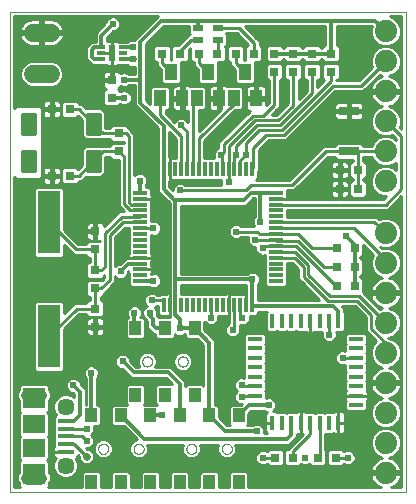
<source format=gtl>
G75*
%MOIN*%
%OFA0B0*%
%FSLAX25Y25*%
%IPPOS*%
%LPD*%
%AMOC8*
5,1,8,0,0,1.08239X$1,22.5*
%
%ADD10C,0.00000*%
%ADD11R,0.03150X0.03150*%
%ADD12R,0.03346X0.01969*%
%ADD13R,0.04724X0.01181*%
%ADD14R,0.01181X0.04724*%
%ADD15R,0.03937X0.05512*%
%ADD16C,0.01535*%
%ADD17R,0.07600X0.21000*%
%ADD18R,0.06693X0.03150*%
%ADD19C,0.05709*%
%ADD20R,0.05315X0.01575*%
%ADD21R,0.07480X0.05906*%
%ADD22R,0.07480X0.07087*%
%ADD23C,0.04362*%
%ADD24R,0.01575X0.04724*%
%ADD25R,0.04724X0.01575*%
%ADD26R,0.03937X0.04528*%
%ADD27R,0.02769X0.01181*%
%ADD28R,0.02402X0.05591*%
%ADD29C,0.05937*%
%ADD30C,0.07400*%
%ADD31C,0.01000*%
%ADD32C,0.02578*%
%ADD33C,0.02400*%
%ADD34C,0.01200*%
D10*
X0038342Y0011500D02*
X0038342Y0171500D01*
X0170342Y0171500D01*
X0170342Y0011500D01*
X0038342Y0011500D01*
X0067763Y0025900D02*
X0067765Y0025981D01*
X0067771Y0026063D01*
X0067781Y0026144D01*
X0067795Y0026224D01*
X0067812Y0026303D01*
X0067834Y0026382D01*
X0067859Y0026459D01*
X0067888Y0026536D01*
X0067921Y0026610D01*
X0067958Y0026683D01*
X0067997Y0026754D01*
X0068041Y0026823D01*
X0068087Y0026890D01*
X0068137Y0026954D01*
X0068190Y0027016D01*
X0068246Y0027076D01*
X0068304Y0027132D01*
X0068366Y0027186D01*
X0068430Y0027237D01*
X0068496Y0027284D01*
X0068564Y0027328D01*
X0068635Y0027369D01*
X0068707Y0027406D01*
X0068782Y0027440D01*
X0068857Y0027470D01*
X0068935Y0027496D01*
X0069013Y0027519D01*
X0069092Y0027537D01*
X0069172Y0027552D01*
X0069253Y0027563D01*
X0069334Y0027570D01*
X0069416Y0027573D01*
X0069497Y0027572D01*
X0069578Y0027567D01*
X0069659Y0027558D01*
X0069740Y0027545D01*
X0069820Y0027528D01*
X0069898Y0027508D01*
X0069976Y0027483D01*
X0070053Y0027455D01*
X0070128Y0027423D01*
X0070201Y0027388D01*
X0070272Y0027349D01*
X0070342Y0027306D01*
X0070409Y0027261D01*
X0070475Y0027212D01*
X0070537Y0027160D01*
X0070597Y0027104D01*
X0070654Y0027046D01*
X0070709Y0026986D01*
X0070760Y0026922D01*
X0070808Y0026857D01*
X0070853Y0026789D01*
X0070895Y0026719D01*
X0070933Y0026647D01*
X0070968Y0026573D01*
X0070999Y0026498D01*
X0071026Y0026421D01*
X0071049Y0026343D01*
X0071069Y0026264D01*
X0071085Y0026184D01*
X0071097Y0026103D01*
X0071105Y0026022D01*
X0071109Y0025941D01*
X0071109Y0025859D01*
X0071105Y0025778D01*
X0071097Y0025697D01*
X0071085Y0025616D01*
X0071069Y0025536D01*
X0071049Y0025457D01*
X0071026Y0025379D01*
X0070999Y0025302D01*
X0070968Y0025227D01*
X0070933Y0025153D01*
X0070895Y0025081D01*
X0070853Y0025011D01*
X0070808Y0024943D01*
X0070760Y0024878D01*
X0070709Y0024814D01*
X0070654Y0024754D01*
X0070597Y0024696D01*
X0070537Y0024640D01*
X0070475Y0024588D01*
X0070409Y0024539D01*
X0070342Y0024494D01*
X0070273Y0024451D01*
X0070201Y0024412D01*
X0070128Y0024377D01*
X0070053Y0024345D01*
X0069976Y0024317D01*
X0069898Y0024292D01*
X0069820Y0024272D01*
X0069740Y0024255D01*
X0069659Y0024242D01*
X0069578Y0024233D01*
X0069497Y0024228D01*
X0069416Y0024227D01*
X0069334Y0024230D01*
X0069253Y0024237D01*
X0069172Y0024248D01*
X0069092Y0024263D01*
X0069013Y0024281D01*
X0068935Y0024304D01*
X0068857Y0024330D01*
X0068782Y0024360D01*
X0068707Y0024394D01*
X0068635Y0024431D01*
X0068564Y0024472D01*
X0068496Y0024516D01*
X0068430Y0024563D01*
X0068366Y0024614D01*
X0068304Y0024668D01*
X0068246Y0024724D01*
X0068190Y0024784D01*
X0068137Y0024846D01*
X0068087Y0024910D01*
X0068041Y0024977D01*
X0067997Y0025046D01*
X0067958Y0025117D01*
X0067921Y0025190D01*
X0067888Y0025264D01*
X0067859Y0025341D01*
X0067834Y0025418D01*
X0067812Y0025497D01*
X0067795Y0025576D01*
X0067781Y0025656D01*
X0067771Y0025737D01*
X0067765Y0025819D01*
X0067763Y0025900D01*
X0079574Y0025900D02*
X0079576Y0025981D01*
X0079582Y0026063D01*
X0079592Y0026144D01*
X0079606Y0026224D01*
X0079623Y0026303D01*
X0079645Y0026382D01*
X0079670Y0026459D01*
X0079699Y0026536D01*
X0079732Y0026610D01*
X0079769Y0026683D01*
X0079808Y0026754D01*
X0079852Y0026823D01*
X0079898Y0026890D01*
X0079948Y0026954D01*
X0080001Y0027016D01*
X0080057Y0027076D01*
X0080115Y0027132D01*
X0080177Y0027186D01*
X0080241Y0027237D01*
X0080307Y0027284D01*
X0080375Y0027328D01*
X0080446Y0027369D01*
X0080518Y0027406D01*
X0080593Y0027440D01*
X0080668Y0027470D01*
X0080746Y0027496D01*
X0080824Y0027519D01*
X0080903Y0027537D01*
X0080983Y0027552D01*
X0081064Y0027563D01*
X0081145Y0027570D01*
X0081227Y0027573D01*
X0081308Y0027572D01*
X0081389Y0027567D01*
X0081470Y0027558D01*
X0081551Y0027545D01*
X0081631Y0027528D01*
X0081709Y0027508D01*
X0081787Y0027483D01*
X0081864Y0027455D01*
X0081939Y0027423D01*
X0082012Y0027388D01*
X0082083Y0027349D01*
X0082153Y0027306D01*
X0082220Y0027261D01*
X0082286Y0027212D01*
X0082348Y0027160D01*
X0082408Y0027104D01*
X0082465Y0027046D01*
X0082520Y0026986D01*
X0082571Y0026922D01*
X0082619Y0026857D01*
X0082664Y0026789D01*
X0082706Y0026719D01*
X0082744Y0026647D01*
X0082779Y0026573D01*
X0082810Y0026498D01*
X0082837Y0026421D01*
X0082860Y0026343D01*
X0082880Y0026264D01*
X0082896Y0026184D01*
X0082908Y0026103D01*
X0082916Y0026022D01*
X0082920Y0025941D01*
X0082920Y0025859D01*
X0082916Y0025778D01*
X0082908Y0025697D01*
X0082896Y0025616D01*
X0082880Y0025536D01*
X0082860Y0025457D01*
X0082837Y0025379D01*
X0082810Y0025302D01*
X0082779Y0025227D01*
X0082744Y0025153D01*
X0082706Y0025081D01*
X0082664Y0025011D01*
X0082619Y0024943D01*
X0082571Y0024878D01*
X0082520Y0024814D01*
X0082465Y0024754D01*
X0082408Y0024696D01*
X0082348Y0024640D01*
X0082286Y0024588D01*
X0082220Y0024539D01*
X0082153Y0024494D01*
X0082084Y0024451D01*
X0082012Y0024412D01*
X0081939Y0024377D01*
X0081864Y0024345D01*
X0081787Y0024317D01*
X0081709Y0024292D01*
X0081631Y0024272D01*
X0081551Y0024255D01*
X0081470Y0024242D01*
X0081389Y0024233D01*
X0081308Y0024228D01*
X0081227Y0024227D01*
X0081145Y0024230D01*
X0081064Y0024237D01*
X0080983Y0024248D01*
X0080903Y0024263D01*
X0080824Y0024281D01*
X0080746Y0024304D01*
X0080668Y0024330D01*
X0080593Y0024360D01*
X0080518Y0024394D01*
X0080446Y0024431D01*
X0080375Y0024472D01*
X0080307Y0024516D01*
X0080241Y0024563D01*
X0080177Y0024614D01*
X0080115Y0024668D01*
X0080057Y0024724D01*
X0080001Y0024784D01*
X0079948Y0024846D01*
X0079898Y0024910D01*
X0079852Y0024977D01*
X0079808Y0025046D01*
X0079769Y0025117D01*
X0079732Y0025190D01*
X0079699Y0025264D01*
X0079670Y0025341D01*
X0079645Y0025418D01*
X0079623Y0025497D01*
X0079606Y0025576D01*
X0079592Y0025656D01*
X0079582Y0025737D01*
X0079576Y0025819D01*
X0079574Y0025900D01*
X0097163Y0025900D02*
X0097165Y0025981D01*
X0097171Y0026063D01*
X0097181Y0026144D01*
X0097195Y0026224D01*
X0097212Y0026303D01*
X0097234Y0026382D01*
X0097259Y0026459D01*
X0097288Y0026536D01*
X0097321Y0026610D01*
X0097358Y0026683D01*
X0097397Y0026754D01*
X0097441Y0026823D01*
X0097487Y0026890D01*
X0097537Y0026954D01*
X0097590Y0027016D01*
X0097646Y0027076D01*
X0097704Y0027132D01*
X0097766Y0027186D01*
X0097830Y0027237D01*
X0097896Y0027284D01*
X0097964Y0027328D01*
X0098035Y0027369D01*
X0098107Y0027406D01*
X0098182Y0027440D01*
X0098257Y0027470D01*
X0098335Y0027496D01*
X0098413Y0027519D01*
X0098492Y0027537D01*
X0098572Y0027552D01*
X0098653Y0027563D01*
X0098734Y0027570D01*
X0098816Y0027573D01*
X0098897Y0027572D01*
X0098978Y0027567D01*
X0099059Y0027558D01*
X0099140Y0027545D01*
X0099220Y0027528D01*
X0099298Y0027508D01*
X0099376Y0027483D01*
X0099453Y0027455D01*
X0099528Y0027423D01*
X0099601Y0027388D01*
X0099672Y0027349D01*
X0099742Y0027306D01*
X0099809Y0027261D01*
X0099875Y0027212D01*
X0099937Y0027160D01*
X0099997Y0027104D01*
X0100054Y0027046D01*
X0100109Y0026986D01*
X0100160Y0026922D01*
X0100208Y0026857D01*
X0100253Y0026789D01*
X0100295Y0026719D01*
X0100333Y0026647D01*
X0100368Y0026573D01*
X0100399Y0026498D01*
X0100426Y0026421D01*
X0100449Y0026343D01*
X0100469Y0026264D01*
X0100485Y0026184D01*
X0100497Y0026103D01*
X0100505Y0026022D01*
X0100509Y0025941D01*
X0100509Y0025859D01*
X0100505Y0025778D01*
X0100497Y0025697D01*
X0100485Y0025616D01*
X0100469Y0025536D01*
X0100449Y0025457D01*
X0100426Y0025379D01*
X0100399Y0025302D01*
X0100368Y0025227D01*
X0100333Y0025153D01*
X0100295Y0025081D01*
X0100253Y0025011D01*
X0100208Y0024943D01*
X0100160Y0024878D01*
X0100109Y0024814D01*
X0100054Y0024754D01*
X0099997Y0024696D01*
X0099937Y0024640D01*
X0099875Y0024588D01*
X0099809Y0024539D01*
X0099742Y0024494D01*
X0099673Y0024451D01*
X0099601Y0024412D01*
X0099528Y0024377D01*
X0099453Y0024345D01*
X0099376Y0024317D01*
X0099298Y0024292D01*
X0099220Y0024272D01*
X0099140Y0024255D01*
X0099059Y0024242D01*
X0098978Y0024233D01*
X0098897Y0024228D01*
X0098816Y0024227D01*
X0098734Y0024230D01*
X0098653Y0024237D01*
X0098572Y0024248D01*
X0098492Y0024263D01*
X0098413Y0024281D01*
X0098335Y0024304D01*
X0098257Y0024330D01*
X0098182Y0024360D01*
X0098107Y0024394D01*
X0098035Y0024431D01*
X0097964Y0024472D01*
X0097896Y0024516D01*
X0097830Y0024563D01*
X0097766Y0024614D01*
X0097704Y0024668D01*
X0097646Y0024724D01*
X0097590Y0024784D01*
X0097537Y0024846D01*
X0097487Y0024910D01*
X0097441Y0024977D01*
X0097397Y0025046D01*
X0097358Y0025117D01*
X0097321Y0025190D01*
X0097288Y0025264D01*
X0097259Y0025341D01*
X0097234Y0025418D01*
X0097212Y0025497D01*
X0097195Y0025576D01*
X0097181Y0025656D01*
X0097171Y0025737D01*
X0097165Y0025819D01*
X0097163Y0025900D01*
X0108974Y0025900D02*
X0108976Y0025981D01*
X0108982Y0026063D01*
X0108992Y0026144D01*
X0109006Y0026224D01*
X0109023Y0026303D01*
X0109045Y0026382D01*
X0109070Y0026459D01*
X0109099Y0026536D01*
X0109132Y0026610D01*
X0109169Y0026683D01*
X0109208Y0026754D01*
X0109252Y0026823D01*
X0109298Y0026890D01*
X0109348Y0026954D01*
X0109401Y0027016D01*
X0109457Y0027076D01*
X0109515Y0027132D01*
X0109577Y0027186D01*
X0109641Y0027237D01*
X0109707Y0027284D01*
X0109775Y0027328D01*
X0109846Y0027369D01*
X0109918Y0027406D01*
X0109993Y0027440D01*
X0110068Y0027470D01*
X0110146Y0027496D01*
X0110224Y0027519D01*
X0110303Y0027537D01*
X0110383Y0027552D01*
X0110464Y0027563D01*
X0110545Y0027570D01*
X0110627Y0027573D01*
X0110708Y0027572D01*
X0110789Y0027567D01*
X0110870Y0027558D01*
X0110951Y0027545D01*
X0111031Y0027528D01*
X0111109Y0027508D01*
X0111187Y0027483D01*
X0111264Y0027455D01*
X0111339Y0027423D01*
X0111412Y0027388D01*
X0111483Y0027349D01*
X0111553Y0027306D01*
X0111620Y0027261D01*
X0111686Y0027212D01*
X0111748Y0027160D01*
X0111808Y0027104D01*
X0111865Y0027046D01*
X0111920Y0026986D01*
X0111971Y0026922D01*
X0112019Y0026857D01*
X0112064Y0026789D01*
X0112106Y0026719D01*
X0112144Y0026647D01*
X0112179Y0026573D01*
X0112210Y0026498D01*
X0112237Y0026421D01*
X0112260Y0026343D01*
X0112280Y0026264D01*
X0112296Y0026184D01*
X0112308Y0026103D01*
X0112316Y0026022D01*
X0112320Y0025941D01*
X0112320Y0025859D01*
X0112316Y0025778D01*
X0112308Y0025697D01*
X0112296Y0025616D01*
X0112280Y0025536D01*
X0112260Y0025457D01*
X0112237Y0025379D01*
X0112210Y0025302D01*
X0112179Y0025227D01*
X0112144Y0025153D01*
X0112106Y0025081D01*
X0112064Y0025011D01*
X0112019Y0024943D01*
X0111971Y0024878D01*
X0111920Y0024814D01*
X0111865Y0024754D01*
X0111808Y0024696D01*
X0111748Y0024640D01*
X0111686Y0024588D01*
X0111620Y0024539D01*
X0111553Y0024494D01*
X0111484Y0024451D01*
X0111412Y0024412D01*
X0111339Y0024377D01*
X0111264Y0024345D01*
X0111187Y0024317D01*
X0111109Y0024292D01*
X0111031Y0024272D01*
X0110951Y0024255D01*
X0110870Y0024242D01*
X0110789Y0024233D01*
X0110708Y0024228D01*
X0110627Y0024227D01*
X0110545Y0024230D01*
X0110464Y0024237D01*
X0110383Y0024248D01*
X0110303Y0024263D01*
X0110224Y0024281D01*
X0110146Y0024304D01*
X0110068Y0024330D01*
X0109993Y0024360D01*
X0109918Y0024394D01*
X0109846Y0024431D01*
X0109775Y0024472D01*
X0109707Y0024516D01*
X0109641Y0024563D01*
X0109577Y0024614D01*
X0109515Y0024668D01*
X0109457Y0024724D01*
X0109401Y0024784D01*
X0109348Y0024846D01*
X0109298Y0024910D01*
X0109252Y0024977D01*
X0109208Y0025046D01*
X0109169Y0025117D01*
X0109132Y0025190D01*
X0109099Y0025264D01*
X0109070Y0025341D01*
X0109045Y0025418D01*
X0109023Y0025497D01*
X0109006Y0025576D01*
X0108992Y0025656D01*
X0108982Y0025737D01*
X0108976Y0025819D01*
X0108974Y0025900D01*
X0094274Y0055000D02*
X0094276Y0055081D01*
X0094282Y0055163D01*
X0094292Y0055244D01*
X0094306Y0055324D01*
X0094323Y0055403D01*
X0094345Y0055482D01*
X0094370Y0055559D01*
X0094399Y0055636D01*
X0094432Y0055710D01*
X0094469Y0055783D01*
X0094508Y0055854D01*
X0094552Y0055923D01*
X0094598Y0055990D01*
X0094648Y0056054D01*
X0094701Y0056116D01*
X0094757Y0056176D01*
X0094815Y0056232D01*
X0094877Y0056286D01*
X0094941Y0056337D01*
X0095007Y0056384D01*
X0095075Y0056428D01*
X0095146Y0056469D01*
X0095218Y0056506D01*
X0095293Y0056540D01*
X0095368Y0056570D01*
X0095446Y0056596D01*
X0095524Y0056619D01*
X0095603Y0056637D01*
X0095683Y0056652D01*
X0095764Y0056663D01*
X0095845Y0056670D01*
X0095927Y0056673D01*
X0096008Y0056672D01*
X0096089Y0056667D01*
X0096170Y0056658D01*
X0096251Y0056645D01*
X0096331Y0056628D01*
X0096409Y0056608D01*
X0096487Y0056583D01*
X0096564Y0056555D01*
X0096639Y0056523D01*
X0096712Y0056488D01*
X0096783Y0056449D01*
X0096853Y0056406D01*
X0096920Y0056361D01*
X0096986Y0056312D01*
X0097048Y0056260D01*
X0097108Y0056204D01*
X0097165Y0056146D01*
X0097220Y0056086D01*
X0097271Y0056022D01*
X0097319Y0055957D01*
X0097364Y0055889D01*
X0097406Y0055819D01*
X0097444Y0055747D01*
X0097479Y0055673D01*
X0097510Y0055598D01*
X0097537Y0055521D01*
X0097560Y0055443D01*
X0097580Y0055364D01*
X0097596Y0055284D01*
X0097608Y0055203D01*
X0097616Y0055122D01*
X0097620Y0055041D01*
X0097620Y0054959D01*
X0097616Y0054878D01*
X0097608Y0054797D01*
X0097596Y0054716D01*
X0097580Y0054636D01*
X0097560Y0054557D01*
X0097537Y0054479D01*
X0097510Y0054402D01*
X0097479Y0054327D01*
X0097444Y0054253D01*
X0097406Y0054181D01*
X0097364Y0054111D01*
X0097319Y0054043D01*
X0097271Y0053978D01*
X0097220Y0053914D01*
X0097165Y0053854D01*
X0097108Y0053796D01*
X0097048Y0053740D01*
X0096986Y0053688D01*
X0096920Y0053639D01*
X0096853Y0053594D01*
X0096784Y0053551D01*
X0096712Y0053512D01*
X0096639Y0053477D01*
X0096564Y0053445D01*
X0096487Y0053417D01*
X0096409Y0053392D01*
X0096331Y0053372D01*
X0096251Y0053355D01*
X0096170Y0053342D01*
X0096089Y0053333D01*
X0096008Y0053328D01*
X0095927Y0053327D01*
X0095845Y0053330D01*
X0095764Y0053337D01*
X0095683Y0053348D01*
X0095603Y0053363D01*
X0095524Y0053381D01*
X0095446Y0053404D01*
X0095368Y0053430D01*
X0095293Y0053460D01*
X0095218Y0053494D01*
X0095146Y0053531D01*
X0095075Y0053572D01*
X0095007Y0053616D01*
X0094941Y0053663D01*
X0094877Y0053714D01*
X0094815Y0053768D01*
X0094757Y0053824D01*
X0094701Y0053884D01*
X0094648Y0053946D01*
X0094598Y0054010D01*
X0094552Y0054077D01*
X0094508Y0054146D01*
X0094469Y0054217D01*
X0094432Y0054290D01*
X0094399Y0054364D01*
X0094370Y0054441D01*
X0094345Y0054518D01*
X0094323Y0054597D01*
X0094306Y0054676D01*
X0094292Y0054756D01*
X0094282Y0054837D01*
X0094276Y0054919D01*
X0094274Y0055000D01*
X0082463Y0055000D02*
X0082465Y0055081D01*
X0082471Y0055163D01*
X0082481Y0055244D01*
X0082495Y0055324D01*
X0082512Y0055403D01*
X0082534Y0055482D01*
X0082559Y0055559D01*
X0082588Y0055636D01*
X0082621Y0055710D01*
X0082658Y0055783D01*
X0082697Y0055854D01*
X0082741Y0055923D01*
X0082787Y0055990D01*
X0082837Y0056054D01*
X0082890Y0056116D01*
X0082946Y0056176D01*
X0083004Y0056232D01*
X0083066Y0056286D01*
X0083130Y0056337D01*
X0083196Y0056384D01*
X0083264Y0056428D01*
X0083335Y0056469D01*
X0083407Y0056506D01*
X0083482Y0056540D01*
X0083557Y0056570D01*
X0083635Y0056596D01*
X0083713Y0056619D01*
X0083792Y0056637D01*
X0083872Y0056652D01*
X0083953Y0056663D01*
X0084034Y0056670D01*
X0084116Y0056673D01*
X0084197Y0056672D01*
X0084278Y0056667D01*
X0084359Y0056658D01*
X0084440Y0056645D01*
X0084520Y0056628D01*
X0084598Y0056608D01*
X0084676Y0056583D01*
X0084753Y0056555D01*
X0084828Y0056523D01*
X0084901Y0056488D01*
X0084972Y0056449D01*
X0085042Y0056406D01*
X0085109Y0056361D01*
X0085175Y0056312D01*
X0085237Y0056260D01*
X0085297Y0056204D01*
X0085354Y0056146D01*
X0085409Y0056086D01*
X0085460Y0056022D01*
X0085508Y0055957D01*
X0085553Y0055889D01*
X0085595Y0055819D01*
X0085633Y0055747D01*
X0085668Y0055673D01*
X0085699Y0055598D01*
X0085726Y0055521D01*
X0085749Y0055443D01*
X0085769Y0055364D01*
X0085785Y0055284D01*
X0085797Y0055203D01*
X0085805Y0055122D01*
X0085809Y0055041D01*
X0085809Y0054959D01*
X0085805Y0054878D01*
X0085797Y0054797D01*
X0085785Y0054716D01*
X0085769Y0054636D01*
X0085749Y0054557D01*
X0085726Y0054479D01*
X0085699Y0054402D01*
X0085668Y0054327D01*
X0085633Y0054253D01*
X0085595Y0054181D01*
X0085553Y0054111D01*
X0085508Y0054043D01*
X0085460Y0053978D01*
X0085409Y0053914D01*
X0085354Y0053854D01*
X0085297Y0053796D01*
X0085237Y0053740D01*
X0085175Y0053688D01*
X0085109Y0053639D01*
X0085042Y0053594D01*
X0084973Y0053551D01*
X0084901Y0053512D01*
X0084828Y0053477D01*
X0084753Y0053445D01*
X0084676Y0053417D01*
X0084598Y0053392D01*
X0084520Y0053372D01*
X0084440Y0053355D01*
X0084359Y0053342D01*
X0084278Y0053333D01*
X0084197Y0053328D01*
X0084116Y0053327D01*
X0084034Y0053330D01*
X0083953Y0053337D01*
X0083872Y0053348D01*
X0083792Y0053363D01*
X0083713Y0053381D01*
X0083635Y0053404D01*
X0083557Y0053430D01*
X0083482Y0053460D01*
X0083407Y0053494D01*
X0083335Y0053531D01*
X0083264Y0053572D01*
X0083196Y0053616D01*
X0083130Y0053663D01*
X0083066Y0053714D01*
X0083004Y0053768D01*
X0082946Y0053824D01*
X0082890Y0053884D01*
X0082837Y0053946D01*
X0082787Y0054010D01*
X0082741Y0054077D01*
X0082697Y0054146D01*
X0082658Y0054217D01*
X0082621Y0054290D01*
X0082588Y0054364D01*
X0082559Y0054441D01*
X0082534Y0054518D01*
X0082512Y0054597D01*
X0082495Y0054676D01*
X0082481Y0054756D01*
X0082471Y0054837D01*
X0082465Y0054919D01*
X0082463Y0055000D01*
D11*
X0066742Y0066600D03*
X0066742Y0072600D03*
X0066742Y0079400D03*
X0066742Y0085400D03*
X0066742Y0092400D03*
X0066742Y0098400D03*
X0058342Y0116900D03*
X0052342Y0116900D03*
X0052342Y0139100D03*
X0058342Y0139100D03*
X0072342Y0142947D03*
X0072342Y0148853D03*
X0074742Y0131000D03*
X0074742Y0125000D03*
X0089042Y0157600D03*
X0095042Y0157600D03*
X0101342Y0157600D03*
X0107342Y0157600D03*
X0113642Y0157600D03*
X0119642Y0157600D03*
X0126442Y0157600D03*
X0126442Y0151600D03*
X0132742Y0151600D03*
X0132742Y0157600D03*
X0139042Y0157600D03*
X0139042Y0151600D03*
X0145342Y0151600D03*
X0145342Y0157600D03*
X0148342Y0118800D03*
X0154342Y0118800D03*
X0154342Y0112500D03*
X0148342Y0112500D03*
X0147242Y0092800D03*
X0147242Y0086500D03*
X0147242Y0080200D03*
X0153242Y0080200D03*
X0153242Y0086500D03*
X0153242Y0092800D03*
X0146895Y0022900D03*
X0140989Y0022900D03*
X0132695Y0022900D03*
X0126789Y0022900D03*
D12*
X0107787Y0162231D03*
X0107787Y0166169D03*
X0100897Y0166169D03*
X0100897Y0162231D03*
D13*
X0081704Y0111264D03*
X0081704Y0109295D03*
X0081704Y0107327D03*
X0081704Y0105358D03*
X0081704Y0103390D03*
X0081704Y0101421D03*
X0081704Y0099453D03*
X0081704Y0097484D03*
X0081704Y0095516D03*
X0081704Y0093547D03*
X0081704Y0091579D03*
X0081704Y0089610D03*
X0081704Y0087642D03*
X0081704Y0085673D03*
X0081704Y0083705D03*
X0081704Y0081736D03*
X0126980Y0081736D03*
X0126980Y0083705D03*
X0126980Y0085673D03*
X0126980Y0087642D03*
X0126980Y0089610D03*
X0126980Y0091579D03*
X0126980Y0093547D03*
X0126980Y0095516D03*
X0126980Y0097484D03*
X0126980Y0099453D03*
X0126980Y0101421D03*
X0126980Y0103390D03*
X0126980Y0105358D03*
X0126980Y0107327D03*
X0126980Y0109295D03*
X0126980Y0111264D03*
D14*
X0119106Y0119138D03*
X0117137Y0119138D03*
X0115169Y0119138D03*
X0113200Y0119138D03*
X0111232Y0119138D03*
X0109263Y0119138D03*
X0107295Y0119138D03*
X0105326Y0119138D03*
X0103358Y0119138D03*
X0101389Y0119138D03*
X0099421Y0119138D03*
X0097452Y0119138D03*
X0095484Y0119138D03*
X0093515Y0119138D03*
X0091547Y0119138D03*
X0089578Y0119138D03*
X0089578Y0073862D03*
X0091547Y0073862D03*
X0093515Y0073862D03*
X0095484Y0073862D03*
X0097452Y0073862D03*
X0099421Y0073862D03*
X0101389Y0073862D03*
X0103358Y0073862D03*
X0105326Y0073862D03*
X0107295Y0073862D03*
X0109263Y0073862D03*
X0111232Y0073862D03*
X0113200Y0073862D03*
X0115169Y0073862D03*
X0117137Y0073862D03*
X0119106Y0073862D03*
D15*
X0120382Y0142769D03*
X0112902Y0142769D03*
X0108082Y0142769D03*
X0104342Y0151431D03*
X0100602Y0142769D03*
X0095782Y0142769D03*
X0088302Y0142769D03*
X0092042Y0151431D03*
X0116642Y0151431D03*
D16*
X0067961Y0137272D02*
X0064377Y0137272D01*
X0067961Y0137272D02*
X0067961Y0131326D01*
X0064377Y0131326D01*
X0064377Y0137272D01*
X0064377Y0132860D02*
X0067961Y0132860D01*
X0067961Y0134394D02*
X0064377Y0134394D01*
X0064377Y0135928D02*
X0067961Y0135928D01*
X0067961Y0124674D02*
X0064377Y0124674D01*
X0067961Y0124674D02*
X0067961Y0118728D01*
X0064377Y0118728D01*
X0064377Y0124674D01*
X0064377Y0120262D02*
X0067961Y0120262D01*
X0067961Y0121796D02*
X0064377Y0121796D01*
X0064377Y0123330D02*
X0067961Y0123330D01*
X0046307Y0124674D02*
X0042723Y0124674D01*
X0046307Y0124674D02*
X0046307Y0118728D01*
X0042723Y0118728D01*
X0042723Y0124674D01*
X0042723Y0120262D02*
X0046307Y0120262D01*
X0046307Y0121796D02*
X0042723Y0121796D01*
X0042723Y0123330D02*
X0046307Y0123330D01*
X0046307Y0137272D02*
X0042723Y0137272D01*
X0046307Y0137272D02*
X0046307Y0131326D01*
X0042723Y0131326D01*
X0042723Y0137272D01*
X0042723Y0132860D02*
X0046307Y0132860D01*
X0046307Y0134394D02*
X0042723Y0134394D01*
X0042723Y0135928D02*
X0046307Y0135928D01*
D17*
X0051342Y0101400D03*
X0051342Y0063400D03*
D18*
X0151342Y0125107D03*
X0151342Y0138493D03*
D19*
X0056972Y0039943D03*
X0056972Y0020257D03*
D20*
X0056873Y0024982D03*
X0056873Y0027541D03*
X0056873Y0030100D03*
X0056873Y0032659D03*
X0056873Y0035218D03*
D21*
X0046342Y0034037D03*
X0046342Y0026163D03*
D22*
X0046342Y0017502D03*
X0046342Y0042698D03*
D23*
X0044161Y0043880D02*
X0048523Y0043880D01*
X0048523Y0016320D02*
X0044161Y0016320D01*
D24*
X0125818Y0034571D03*
X0128968Y0034571D03*
X0132117Y0034571D03*
X0135267Y0034571D03*
X0138417Y0034571D03*
X0141566Y0034571D03*
X0144716Y0034571D03*
X0147865Y0034571D03*
X0147865Y0068429D03*
X0144716Y0068429D03*
X0141566Y0068429D03*
X0138417Y0068429D03*
X0135267Y0068429D03*
X0132117Y0068429D03*
X0128968Y0068429D03*
X0125818Y0068429D03*
D25*
X0119913Y0062524D03*
X0119913Y0059374D03*
X0119913Y0056224D03*
X0119913Y0053075D03*
X0119913Y0049925D03*
X0119913Y0046776D03*
X0119913Y0043626D03*
X0119913Y0040476D03*
X0153771Y0040476D03*
X0153771Y0043626D03*
X0153771Y0046776D03*
X0153771Y0049925D03*
X0153771Y0053075D03*
X0153771Y0056224D03*
X0153771Y0059374D03*
X0153771Y0062524D03*
D26*
X0114584Y0037022D03*
X0104742Y0037022D03*
X0099884Y0043878D03*
X0094899Y0037022D03*
X0090042Y0043878D03*
X0085184Y0037022D03*
X0080199Y0043878D03*
X0075342Y0037022D03*
X0065499Y0037022D03*
X0065499Y0014778D03*
X0075342Y0014778D03*
X0085184Y0014778D03*
X0094899Y0014778D03*
X0104742Y0014778D03*
X0114584Y0014778D03*
X0099884Y0066122D03*
X0090042Y0066122D03*
X0080199Y0066122D03*
D27*
X0075891Y0155731D03*
X0075891Y0157700D03*
X0075891Y0159669D03*
X0068792Y0159669D03*
X0068792Y0157700D03*
X0068792Y0155731D03*
D28*
X0072342Y0157700D03*
D29*
X0051910Y0150810D02*
X0045973Y0150810D01*
X0045973Y0164590D02*
X0051910Y0164590D01*
D30*
X0163642Y0165100D03*
X0163642Y0155100D03*
X0163642Y0145100D03*
X0163642Y0135100D03*
X0163642Y0125100D03*
X0163642Y0115100D03*
X0163642Y0097900D03*
X0163642Y0087900D03*
X0163642Y0077900D03*
X0163642Y0067900D03*
X0163642Y0057900D03*
X0163642Y0047900D03*
X0163642Y0037900D03*
X0163642Y0027900D03*
X0163642Y0017900D03*
D31*
X0164142Y0017491D02*
X0168842Y0017491D01*
X0168827Y0017400D02*
X0164142Y0017400D01*
X0164142Y0018400D01*
X0168827Y0018400D01*
X0168714Y0019118D01*
X0168461Y0019896D01*
X0168089Y0020625D01*
X0167608Y0021288D01*
X0167029Y0021866D01*
X0166367Y0022347D01*
X0165638Y0022719D01*
X0164859Y0022972D01*
X0164824Y0022978D01*
X0166474Y0023661D01*
X0167881Y0025068D01*
X0168642Y0026905D01*
X0168642Y0028895D01*
X0167881Y0030732D01*
X0166474Y0032139D01*
X0164636Y0032900D01*
X0166474Y0033661D01*
X0167881Y0035068D01*
X0168642Y0036905D01*
X0168642Y0038895D01*
X0167881Y0040732D01*
X0166474Y0042139D01*
X0164824Y0042822D01*
X0164859Y0042828D01*
X0165638Y0043081D01*
X0166367Y0043453D01*
X0167029Y0043934D01*
X0167608Y0044512D01*
X0168089Y0045175D01*
X0168461Y0045904D01*
X0168714Y0046682D01*
X0168827Y0047400D01*
X0164142Y0047400D01*
X0164142Y0048400D01*
X0168827Y0048400D01*
X0168714Y0049118D01*
X0168461Y0049896D01*
X0168089Y0050625D01*
X0167608Y0051288D01*
X0167029Y0051866D01*
X0166367Y0052347D01*
X0165638Y0052719D01*
X0164859Y0052972D01*
X0164824Y0052978D01*
X0166474Y0053661D01*
X0167881Y0055068D01*
X0168642Y0056905D01*
X0168642Y0058895D01*
X0167881Y0060732D01*
X0166474Y0062139D01*
X0164636Y0062900D01*
X0166474Y0063661D01*
X0167881Y0065068D01*
X0168642Y0066905D01*
X0168642Y0068895D01*
X0167881Y0070732D01*
X0166474Y0072139D01*
X0164824Y0072822D01*
X0164859Y0072828D01*
X0165638Y0073081D01*
X0166367Y0073453D01*
X0167029Y0073934D01*
X0167608Y0074512D01*
X0168089Y0075175D01*
X0168461Y0075904D01*
X0168714Y0076682D01*
X0168827Y0077400D01*
X0164142Y0077400D01*
X0164142Y0078400D01*
X0168827Y0078400D01*
X0168714Y0079118D01*
X0168461Y0079896D01*
X0168089Y0080625D01*
X0167608Y0081288D01*
X0167029Y0081866D01*
X0166367Y0082347D01*
X0165638Y0082719D01*
X0164859Y0082972D01*
X0164824Y0082978D01*
X0166474Y0083661D01*
X0167881Y0085068D01*
X0168642Y0086905D01*
X0168642Y0088895D01*
X0167881Y0090732D01*
X0166474Y0092139D01*
X0164636Y0092900D01*
X0166474Y0093661D01*
X0167881Y0095068D01*
X0168642Y0096905D01*
X0168642Y0098895D01*
X0167881Y0100732D01*
X0166474Y0102139D01*
X0164636Y0102900D01*
X0162647Y0102900D01*
X0161423Y0102393D01*
X0161067Y0102720D01*
X0160566Y0103221D01*
X0160523Y0103221D01*
X0160492Y0103250D01*
X0159784Y0103221D01*
X0130642Y0103221D01*
X0130642Y0105527D01*
X0164314Y0105527D01*
X0168842Y0110054D01*
X0168842Y0013000D01*
X0165389Y0013000D01*
X0165638Y0013081D01*
X0166367Y0013453D01*
X0167029Y0013934D01*
X0167608Y0014512D01*
X0168089Y0015175D01*
X0168461Y0015904D01*
X0168714Y0016682D01*
X0168827Y0017400D01*
X0168842Y0016493D02*
X0168652Y0016493D01*
X0168842Y0015494D02*
X0168252Y0015494D01*
X0168842Y0014496D02*
X0167591Y0014496D01*
X0166428Y0013497D02*
X0168842Y0013497D01*
X0168813Y0018490D02*
X0168842Y0018490D01*
X0168842Y0019488D02*
X0168593Y0019488D01*
X0168842Y0020487D02*
X0168160Y0020487D01*
X0168842Y0021485D02*
X0167411Y0021485D01*
X0166100Y0022484D02*
X0168842Y0022484D01*
X0168842Y0023482D02*
X0166042Y0023482D01*
X0167294Y0024481D02*
X0168842Y0024481D01*
X0168842Y0025479D02*
X0168051Y0025479D01*
X0168465Y0026478D02*
X0168842Y0026478D01*
X0168842Y0027476D02*
X0168642Y0027476D01*
X0168642Y0028475D02*
X0168842Y0028475D01*
X0168842Y0029473D02*
X0168402Y0029473D01*
X0167989Y0030472D02*
X0168842Y0030472D01*
X0168842Y0031470D02*
X0167143Y0031470D01*
X0165677Y0032469D02*
X0168842Y0032469D01*
X0168842Y0033467D02*
X0166006Y0033467D01*
X0164636Y0032900D02*
X0162647Y0032900D01*
X0160810Y0033661D01*
X0159403Y0035068D01*
X0158642Y0036905D01*
X0158642Y0038895D01*
X0159403Y0040732D01*
X0160810Y0042139D01*
X0162460Y0042822D01*
X0162424Y0042828D01*
X0161646Y0043081D01*
X0160916Y0043453D01*
X0160254Y0043934D01*
X0159675Y0044512D01*
X0159194Y0045175D01*
X0158823Y0045904D01*
X0158570Y0046682D01*
X0158456Y0047400D01*
X0163142Y0047400D01*
X0163142Y0048400D01*
X0158456Y0048400D01*
X0158570Y0049118D01*
X0158823Y0049896D01*
X0159194Y0050625D01*
X0159675Y0051288D01*
X0160254Y0051866D01*
X0160916Y0052347D01*
X0161646Y0052719D01*
X0162424Y0052972D01*
X0162460Y0052978D01*
X0160810Y0053661D01*
X0159403Y0055068D01*
X0158642Y0056905D01*
X0158642Y0058895D01*
X0159403Y0060732D01*
X0160439Y0061769D01*
X0158096Y0064112D01*
X0157042Y0065166D01*
X0157042Y0069692D01*
X0153333Y0073400D01*
X0148901Y0073400D01*
X0149765Y0072536D01*
X0149765Y0071517D01*
X0149953Y0071330D01*
X0149953Y0065528D01*
X0149191Y0064767D01*
X0147089Y0064767D01*
X0147242Y0064397D01*
X0147242Y0063403D01*
X0146861Y0062484D01*
X0146158Y0061781D01*
X0145239Y0061400D01*
X0144245Y0061400D01*
X0143326Y0061781D01*
X0142622Y0062484D01*
X0142242Y0063403D01*
X0142242Y0064397D01*
X0142395Y0064767D01*
X0140240Y0064767D01*
X0140133Y0064874D01*
X0140125Y0064867D01*
X0139783Y0064669D01*
X0139401Y0064567D01*
X0138417Y0064567D01*
X0138417Y0068429D01*
X0138417Y0068429D01*
X0138417Y0064567D01*
X0137432Y0064567D01*
X0137050Y0064669D01*
X0136708Y0064867D01*
X0136700Y0064874D01*
X0136593Y0064767D01*
X0133941Y0064767D01*
X0133692Y0065016D01*
X0133443Y0064767D01*
X0130792Y0064767D01*
X0130543Y0065016D01*
X0130294Y0064767D01*
X0127642Y0064767D01*
X0127393Y0065016D01*
X0127144Y0064767D01*
X0124492Y0064767D01*
X0123731Y0065528D01*
X0123731Y0071330D01*
X0124001Y0071600D01*
X0120996Y0071600D01*
X0120996Y0070962D01*
X0120235Y0070200D01*
X0118476Y0070200D01*
X0118307Y0070102D01*
X0118299Y0070100D01*
X0118342Y0069997D01*
X0118342Y0069003D01*
X0117961Y0068084D01*
X0117258Y0067381D01*
X0116339Y0067000D01*
X0115345Y0067000D01*
X0115000Y0067143D01*
X0115000Y0066098D01*
X0115042Y0065997D01*
X0115042Y0065003D01*
X0114661Y0064084D01*
X0113958Y0063381D01*
X0113039Y0063000D01*
X0112045Y0063000D01*
X0111126Y0063381D01*
X0110422Y0064084D01*
X0110042Y0065003D01*
X0110042Y0065997D01*
X0110422Y0066916D01*
X0111126Y0067619D01*
X0111400Y0067733D01*
X0111400Y0070000D01*
X0111232Y0070000D01*
X0111232Y0073862D01*
X0111231Y0073862D01*
X0111231Y0070000D01*
X0110444Y0070000D01*
X0110062Y0070102D01*
X0109893Y0070200D01*
X0107758Y0070200D01*
X0107842Y0069997D01*
X0107842Y0069003D01*
X0107461Y0068084D01*
X0106758Y0067381D01*
X0105839Y0067000D01*
X0104845Y0067000D01*
X0103926Y0067381D01*
X0103222Y0068084D01*
X0103153Y0068252D01*
X0103153Y0065541D01*
X0106642Y0062052D01*
X0106642Y0040586D01*
X0107249Y0040586D01*
X0108010Y0039824D01*
X0108010Y0036441D01*
X0110751Y0033700D01*
X0111836Y0033700D01*
X0111316Y0034220D01*
X0111316Y0039824D01*
X0112077Y0040586D01*
X0115461Y0040586D01*
X0115575Y0040700D01*
X0115045Y0040700D01*
X0114126Y0041081D01*
X0113422Y0041784D01*
X0113042Y0042703D01*
X0113042Y0043697D01*
X0113422Y0044616D01*
X0114006Y0045200D01*
X0113422Y0045784D01*
X0113042Y0046703D01*
X0113042Y0047697D01*
X0113422Y0048616D01*
X0114126Y0049319D01*
X0115045Y0049700D01*
X0116039Y0049700D01*
X0116250Y0049612D01*
X0116250Y0051251D01*
X0116499Y0051500D01*
X0116250Y0051749D01*
X0116250Y0054401D01*
X0116499Y0054650D01*
X0116250Y0054899D01*
X0116250Y0057550D01*
X0116499Y0057799D01*
X0116250Y0058048D01*
X0116250Y0060700D01*
X0116499Y0060949D01*
X0116250Y0061198D01*
X0116250Y0063849D01*
X0117012Y0064611D01*
X0122813Y0064611D01*
X0123575Y0063849D01*
X0123575Y0061198D01*
X0123326Y0060949D01*
X0123575Y0060700D01*
X0123575Y0058048D01*
X0123326Y0057799D01*
X0123575Y0057550D01*
X0123575Y0054899D01*
X0123326Y0054650D01*
X0123575Y0054401D01*
X0123575Y0051749D01*
X0123326Y0051500D01*
X0123575Y0051251D01*
X0123575Y0048599D01*
X0123326Y0048350D01*
X0123575Y0048101D01*
X0123575Y0045450D01*
X0123326Y0045201D01*
X0123575Y0044952D01*
X0123575Y0042805D01*
X0124045Y0043000D01*
X0125039Y0043000D01*
X0125958Y0042619D01*
X0126661Y0041916D01*
X0127042Y0040997D01*
X0127042Y0040003D01*
X0126661Y0039084D01*
X0126010Y0038433D01*
X0126803Y0038433D01*
X0127185Y0038331D01*
X0127527Y0038133D01*
X0127534Y0038126D01*
X0127642Y0038233D01*
X0130294Y0038233D01*
X0130543Y0037984D01*
X0130792Y0038233D01*
X0133443Y0038233D01*
X0133551Y0038126D01*
X0133559Y0038133D01*
X0133901Y0038331D01*
X0134282Y0038433D01*
X0135267Y0038433D01*
X0135267Y0034571D01*
X0135267Y0034571D01*
X0135267Y0038433D01*
X0136252Y0038433D01*
X0136633Y0038331D01*
X0136975Y0038133D01*
X0136983Y0038126D01*
X0137091Y0038233D01*
X0139742Y0038233D01*
X0139991Y0037984D01*
X0140240Y0038233D01*
X0142892Y0038233D01*
X0143141Y0037984D01*
X0143390Y0038233D01*
X0146042Y0038233D01*
X0146149Y0038126D01*
X0146157Y0038133D01*
X0146499Y0038331D01*
X0146881Y0038433D01*
X0147865Y0038433D01*
X0147865Y0034571D01*
X0147865Y0034571D01*
X0147865Y0034571D01*
X0147865Y0030709D01*
X0146881Y0030709D01*
X0146499Y0030811D01*
X0146157Y0031008D01*
X0146149Y0031016D01*
X0146042Y0030909D01*
X0143390Y0030909D01*
X0143366Y0030932D01*
X0143366Y0025511D01*
X0143864Y0025013D01*
X0143864Y0020787D01*
X0143102Y0020025D01*
X0138876Y0020025D01*
X0138161Y0020740D01*
X0137339Y0020400D01*
X0136345Y0020400D01*
X0135523Y0020740D01*
X0134808Y0020025D01*
X0130581Y0020025D01*
X0129820Y0020787D01*
X0129820Y0025013D01*
X0130581Y0025775D01*
X0130971Y0025775D01*
X0131996Y0026800D01*
X0135905Y0030709D01*
X0135267Y0030709D01*
X0135267Y0034571D01*
X0135267Y0034571D01*
X0135267Y0030709D01*
X0134282Y0030709D01*
X0134042Y0030773D01*
X0134042Y0029813D01*
X0132929Y0028700D01*
X0132642Y0028413D01*
X0131529Y0027300D01*
X0113502Y0027300D01*
X0113821Y0026531D01*
X0113821Y0025269D01*
X0113337Y0024103D01*
X0112445Y0023210D01*
X0111279Y0022727D01*
X0110016Y0022727D01*
X0108850Y0023210D01*
X0107957Y0024103D01*
X0107474Y0025269D01*
X0107474Y0026531D01*
X0107793Y0027300D01*
X0101691Y0027300D01*
X0102010Y0026531D01*
X0102010Y0025269D01*
X0101526Y0024103D01*
X0100634Y0023210D01*
X0099467Y0022727D01*
X0098205Y0022727D01*
X0097039Y0023210D01*
X0096146Y0024103D01*
X0095663Y0025269D01*
X0095663Y0026531D01*
X0095982Y0027300D01*
X0084102Y0027300D01*
X0084421Y0026531D01*
X0084421Y0025269D01*
X0083937Y0024103D01*
X0083045Y0023210D01*
X0081879Y0022727D01*
X0080616Y0022727D01*
X0079450Y0023210D01*
X0078557Y0024103D01*
X0078074Y0025269D01*
X0078074Y0026531D01*
X0078557Y0027697D01*
X0079450Y0028590D01*
X0080607Y0029070D01*
X0076219Y0033458D01*
X0072835Y0033458D01*
X0072073Y0034220D01*
X0072073Y0039824D01*
X0072835Y0040586D01*
X0077421Y0040586D01*
X0076931Y0041076D01*
X0076931Y0046680D01*
X0077692Y0047442D01*
X0082706Y0047442D01*
X0083468Y0046680D01*
X0083468Y0041076D01*
X0082978Y0040586D01*
X0087263Y0040586D01*
X0086773Y0041076D01*
X0086773Y0046680D01*
X0087535Y0047442D01*
X0092413Y0047442D01*
X0090355Y0049500D01*
X0078755Y0049500D01*
X0077642Y0050613D01*
X0075755Y0052500D01*
X0075445Y0052500D01*
X0074526Y0052881D01*
X0073822Y0053584D01*
X0073442Y0054503D01*
X0073442Y0055497D01*
X0073822Y0056416D01*
X0074526Y0057119D01*
X0075445Y0057500D01*
X0076439Y0057500D01*
X0077358Y0057119D01*
X0078061Y0056416D01*
X0078442Y0055497D01*
X0078442Y0055187D01*
X0080329Y0053300D01*
X0081406Y0053300D01*
X0080963Y0054369D01*
X0080963Y0055631D01*
X0081446Y0056797D01*
X0082339Y0057690D01*
X0083505Y0058173D01*
X0084767Y0058173D01*
X0085934Y0057690D01*
X0086826Y0056797D01*
X0087310Y0055631D01*
X0087310Y0054369D01*
X0086867Y0053300D01*
X0091929Y0053300D01*
X0093042Y0052187D01*
X0095729Y0049500D01*
X0096842Y0048387D01*
X0096842Y0046906D01*
X0097377Y0047442D01*
X0102391Y0047442D01*
X0102842Y0046991D01*
X0102842Y0060478D01*
X0100761Y0062558D01*
X0097377Y0062558D01*
X0096616Y0063320D01*
X0096616Y0064222D01*
X0096599Y0064222D01*
X0096358Y0063981D01*
X0095439Y0063600D01*
X0094445Y0063600D01*
X0093526Y0063981D01*
X0093310Y0064196D01*
X0093310Y0063320D01*
X0092549Y0062558D01*
X0087535Y0062558D01*
X0086773Y0063320D01*
X0086773Y0064200D01*
X0086255Y0064200D01*
X0085142Y0065313D01*
X0084042Y0066413D01*
X0084042Y0068413D01*
X0083042Y0069413D01*
X0083042Y0069564D01*
X0082822Y0069784D01*
X0082442Y0070703D01*
X0082442Y0071697D01*
X0082822Y0072616D01*
X0083526Y0073319D01*
X0083993Y0073513D01*
X0083522Y0073984D01*
X0083142Y0074903D01*
X0083142Y0075897D01*
X0083522Y0076816D01*
X0084226Y0077519D01*
X0085145Y0077900D01*
X0086139Y0077900D01*
X0087058Y0077519D01*
X0087377Y0077200D01*
X0088125Y0077200D01*
X0088449Y0077524D01*
X0090208Y0077524D01*
X0090377Y0077622D01*
X0090758Y0077724D01*
X0091546Y0077724D01*
X0091546Y0073862D01*
X0091547Y0073862D01*
X0091547Y0070000D01*
X0091615Y0070000D01*
X0091615Y0069840D01*
X0091769Y0069686D01*
X0087842Y0069686D01*
X0087842Y0069987D01*
X0087349Y0070479D01*
X0087442Y0070703D01*
X0087442Y0071697D01*
X0087061Y0072616D01*
X0086590Y0073087D01*
X0087058Y0073281D01*
X0087377Y0073600D01*
X0087687Y0073600D01*
X0087687Y0070962D01*
X0088449Y0070200D01*
X0090208Y0070200D01*
X0090377Y0070102D01*
X0090758Y0070000D01*
X0091546Y0070000D01*
X0091546Y0073862D01*
X0091547Y0073862D01*
X0091547Y0077724D01*
X0091615Y0077724D01*
X0091615Y0107699D01*
X0091221Y0108092D01*
X0087678Y0111636D01*
X0087678Y0132773D01*
X0079942Y0140509D01*
X0079942Y0147001D01*
X0078078Y0147001D01*
X0077858Y0146781D01*
X0076939Y0146400D01*
X0075945Y0146400D01*
X0075297Y0146668D01*
X0075117Y0146357D01*
X0074838Y0146078D01*
X0074496Y0145880D01*
X0074279Y0145822D01*
X0074455Y0145822D01*
X0075190Y0145087D01*
X0075945Y0145400D01*
X0076939Y0145400D01*
X0077858Y0145019D01*
X0078561Y0144316D01*
X0078942Y0143397D01*
X0078942Y0142403D01*
X0078561Y0141484D01*
X0077858Y0140781D01*
X0076939Y0140400D01*
X0075945Y0140400D01*
X0075123Y0140740D01*
X0074455Y0140072D01*
X0070229Y0140072D01*
X0069467Y0140834D01*
X0069467Y0145061D01*
X0070229Y0145822D01*
X0070405Y0145822D01*
X0070188Y0145880D01*
X0069846Y0146078D01*
X0069567Y0146357D01*
X0069369Y0146699D01*
X0069267Y0147080D01*
X0069267Y0148565D01*
X0072054Y0148565D01*
X0072054Y0149140D01*
X0069267Y0149140D01*
X0069267Y0150625D01*
X0069369Y0151007D01*
X0069567Y0151349D01*
X0069846Y0151628D01*
X0070188Y0151825D01*
X0070570Y0151928D01*
X0072054Y0151928D01*
X0072054Y0149140D01*
X0072629Y0149140D01*
X0072629Y0151928D01*
X0074114Y0151928D01*
X0074496Y0151825D01*
X0074838Y0151628D01*
X0075117Y0151349D01*
X0075253Y0151113D01*
X0075945Y0151400D01*
X0076939Y0151400D01*
X0077858Y0151019D01*
X0078077Y0150801D01*
X0079942Y0150801D01*
X0079942Y0153284D01*
X0079739Y0153200D01*
X0078745Y0153200D01*
X0077826Y0153581D01*
X0077575Y0153831D01*
X0075104Y0153831D01*
X0075095Y0153841D01*
X0074600Y0153841D01*
X0074464Y0153704D01*
X0074122Y0153507D01*
X0073740Y0153405D01*
X0072442Y0153405D01*
X0072442Y0157600D01*
X0072241Y0157600D01*
X0071676Y0157600D01*
X0071676Y0157700D01*
X0068792Y0157700D01*
X0071676Y0157700D01*
X0071676Y0157800D01*
X0072241Y0157800D01*
X0072241Y0157600D01*
X0072241Y0153405D01*
X0070944Y0153405D01*
X0070562Y0153507D01*
X0070220Y0153704D01*
X0070083Y0153841D01*
X0069589Y0153841D01*
X0069579Y0153831D01*
X0065723Y0153831D01*
X0063842Y0155713D01*
X0063842Y0159687D01*
X0065723Y0161568D01*
X0066892Y0161568D01*
X0066892Y0164437D01*
X0070142Y0167687D01*
X0070142Y0167997D01*
X0070522Y0168916D01*
X0071226Y0169619D01*
X0072145Y0170000D01*
X0073139Y0170000D01*
X0074058Y0169619D01*
X0074761Y0168916D01*
X0075142Y0167997D01*
X0075142Y0167003D01*
X0074761Y0166084D01*
X0074058Y0165381D01*
X0073139Y0165000D01*
X0072829Y0165000D01*
X0070692Y0162863D01*
X0070692Y0161928D01*
X0070944Y0161995D01*
X0072241Y0161995D01*
X0072241Y0157800D01*
X0072442Y0157800D01*
X0072442Y0161995D01*
X0073740Y0161995D01*
X0074122Y0161893D01*
X0074464Y0161696D01*
X0074600Y0161559D01*
X0075095Y0161559D01*
X0075104Y0161568D01*
X0077575Y0161568D01*
X0077826Y0161819D01*
X0078745Y0162200D01*
X0079739Y0162200D01*
X0079942Y0162116D01*
X0079942Y0162387D01*
X0081055Y0163500D01*
X0081055Y0163500D01*
X0086942Y0169387D01*
X0087555Y0170000D01*
X0039842Y0170000D01*
X0039842Y0139535D01*
X0040433Y0140127D01*
X0048400Y0140127D01*
X0049161Y0139365D01*
X0049161Y0116635D01*
X0048400Y0115873D01*
X0040433Y0115873D01*
X0039842Y0116465D01*
X0039842Y0013000D01*
X0041721Y0013000D01*
X0041302Y0013420D01*
X0041302Y0014257D01*
X0041210Y0014349D01*
X0040680Y0015628D01*
X0040680Y0017013D01*
X0041210Y0018292D01*
X0041302Y0018384D01*
X0041302Y0021583D01*
X0041846Y0022128D01*
X0041302Y0022672D01*
X0041302Y0029654D01*
X0041747Y0030100D01*
X0041302Y0030546D01*
X0041302Y0037528D01*
X0041846Y0038072D01*
X0041302Y0038617D01*
X0041302Y0041816D01*
X0041210Y0041908D01*
X0040680Y0043187D01*
X0040680Y0044572D01*
X0041210Y0045851D01*
X0041302Y0045943D01*
X0041302Y0046780D01*
X0042063Y0047542D01*
X0050620Y0047542D01*
X0051382Y0046780D01*
X0051382Y0045943D01*
X0051474Y0045851D01*
X0052004Y0044572D01*
X0052004Y0043187D01*
X0051474Y0041908D01*
X0051382Y0041816D01*
X0051382Y0038617D01*
X0050838Y0038072D01*
X0051382Y0037528D01*
X0051382Y0030546D01*
X0050936Y0030100D01*
X0051382Y0029654D01*
X0051382Y0022672D01*
X0050838Y0022128D01*
X0051382Y0021583D01*
X0051382Y0018384D01*
X0051474Y0018292D01*
X0052004Y0017013D01*
X0052004Y0015628D01*
X0051474Y0014349D01*
X0051382Y0014257D01*
X0051382Y0013420D01*
X0050962Y0013000D01*
X0062231Y0013000D01*
X0062231Y0017580D01*
X0062992Y0018342D01*
X0068006Y0018342D01*
X0068768Y0017580D01*
X0068768Y0013000D01*
X0072073Y0013000D01*
X0072073Y0017580D01*
X0072835Y0018342D01*
X0077849Y0018342D01*
X0078610Y0017580D01*
X0078610Y0013000D01*
X0081916Y0013000D01*
X0081916Y0017580D01*
X0082677Y0018342D01*
X0087691Y0018342D01*
X0088453Y0017580D01*
X0088453Y0013000D01*
X0091631Y0013000D01*
X0091631Y0017580D01*
X0092392Y0018342D01*
X0097406Y0018342D01*
X0098168Y0017580D01*
X0098168Y0013000D01*
X0101473Y0013000D01*
X0101473Y0017580D01*
X0102235Y0018342D01*
X0107249Y0018342D01*
X0108010Y0017580D01*
X0108010Y0013000D01*
X0111316Y0013000D01*
X0111316Y0017580D01*
X0112077Y0018342D01*
X0117091Y0018342D01*
X0117853Y0017580D01*
X0117853Y0013000D01*
X0161895Y0013000D01*
X0161646Y0013081D01*
X0160916Y0013453D01*
X0160254Y0013934D01*
X0159675Y0014512D01*
X0159194Y0015175D01*
X0158823Y0015904D01*
X0158570Y0016682D01*
X0158456Y0017400D01*
X0163142Y0017400D01*
X0163142Y0018400D01*
X0158456Y0018400D01*
X0158570Y0019118D01*
X0158823Y0019896D01*
X0159194Y0020625D01*
X0159675Y0021288D01*
X0160254Y0021866D01*
X0160916Y0022347D01*
X0161646Y0022719D01*
X0162424Y0022972D01*
X0162460Y0022978D01*
X0160810Y0023661D01*
X0159403Y0025068D01*
X0158642Y0026905D01*
X0158642Y0028895D01*
X0159403Y0030732D01*
X0160810Y0032139D01*
X0162647Y0032900D01*
X0164636Y0032900D01*
X0161606Y0032469D02*
X0150153Y0032469D01*
X0150153Y0032011D02*
X0150153Y0034571D01*
X0150153Y0037131D01*
X0150051Y0037512D01*
X0149853Y0037854D01*
X0149574Y0038133D01*
X0149232Y0038331D01*
X0148850Y0038433D01*
X0147865Y0038433D01*
X0147865Y0034571D01*
X0147865Y0030709D01*
X0148850Y0030709D01*
X0149232Y0030811D01*
X0149574Y0031008D01*
X0149853Y0031288D01*
X0150051Y0031630D01*
X0150153Y0032011D01*
X0149959Y0031470D02*
X0160141Y0031470D01*
X0159295Y0030472D02*
X0143366Y0030472D01*
X0143366Y0029473D02*
X0158881Y0029473D01*
X0158642Y0028475D02*
X0143366Y0028475D01*
X0143366Y0027476D02*
X0158642Y0027476D01*
X0158819Y0026478D02*
X0143366Y0026478D01*
X0143398Y0025479D02*
X0144486Y0025479D01*
X0144781Y0025775D02*
X0144020Y0025013D01*
X0144020Y0020787D01*
X0144781Y0020025D01*
X0149008Y0020025D01*
X0149723Y0020740D01*
X0150545Y0020400D01*
X0151539Y0020400D01*
X0152458Y0020781D01*
X0153161Y0021484D01*
X0153542Y0022403D01*
X0153542Y0023397D01*
X0153161Y0024316D01*
X0152458Y0025019D01*
X0151539Y0025400D01*
X0150545Y0025400D01*
X0149723Y0025060D01*
X0149008Y0025775D01*
X0144781Y0025775D01*
X0144020Y0024481D02*
X0143864Y0024481D01*
X0143864Y0023482D02*
X0144020Y0023482D01*
X0144020Y0022484D02*
X0143864Y0022484D01*
X0143864Y0021485D02*
X0144020Y0021485D01*
X0144320Y0020487D02*
X0143564Y0020487D01*
X0140989Y0022900D02*
X0141566Y0023477D01*
X0141566Y0034571D01*
X0138417Y0034571D02*
X0138417Y0030675D01*
X0132742Y0025000D01*
X0132742Y0022947D01*
X0132695Y0022900D01*
X0129820Y0022484D02*
X0129664Y0022484D01*
X0129664Y0023482D02*
X0129820Y0023482D01*
X0129820Y0024481D02*
X0129664Y0024481D01*
X0129664Y0025013D02*
X0128902Y0025775D01*
X0124676Y0025775D01*
X0123961Y0025060D01*
X0123139Y0025400D01*
X0122145Y0025400D01*
X0121226Y0025019D01*
X0120522Y0024316D01*
X0120142Y0023397D01*
X0120142Y0022403D01*
X0120522Y0021484D01*
X0121226Y0020781D01*
X0122145Y0020400D01*
X0123139Y0020400D01*
X0123961Y0020740D01*
X0124676Y0020025D01*
X0128902Y0020025D01*
X0129664Y0020787D01*
X0129664Y0025013D01*
X0129198Y0025479D02*
X0130286Y0025479D01*
X0131674Y0026478D02*
X0113821Y0026478D01*
X0113821Y0025479D02*
X0124380Y0025479D01*
X0122642Y0022900D02*
X0126789Y0022900D01*
X0124214Y0020487D02*
X0123348Y0020487D01*
X0121935Y0020487D02*
X0061126Y0020487D01*
X0061126Y0021084D02*
X0061126Y0019431D01*
X0060494Y0017904D01*
X0059325Y0016736D01*
X0057798Y0016103D01*
X0056145Y0016103D01*
X0054618Y0016736D01*
X0053450Y0017904D01*
X0052817Y0019431D01*
X0052817Y0021084D01*
X0053450Y0022611D01*
X0053636Y0022797D01*
X0053295Y0022994D01*
X0053016Y0023273D01*
X0052818Y0023616D01*
X0052716Y0023997D01*
X0052716Y0024982D01*
X0056873Y0024982D01*
X0056873Y0024982D01*
X0052716Y0024982D01*
X0052716Y0025967D01*
X0052818Y0026348D01*
X0052916Y0026518D01*
X0052916Y0036544D01*
X0053677Y0037305D01*
X0053734Y0037305D01*
X0053450Y0037589D01*
X0052817Y0039116D01*
X0052817Y0040769D01*
X0053450Y0042296D01*
X0054618Y0043464D01*
X0056145Y0044097D01*
X0057798Y0044097D01*
X0059325Y0043464D01*
X0059742Y0043048D01*
X0059742Y0044113D01*
X0059255Y0044600D01*
X0058945Y0044600D01*
X0058026Y0044981D01*
X0057322Y0045684D01*
X0056942Y0046603D01*
X0056942Y0047597D01*
X0057322Y0048516D01*
X0058026Y0049219D01*
X0058945Y0049600D01*
X0059939Y0049600D01*
X0060858Y0049219D01*
X0061561Y0048516D01*
X0061942Y0047597D01*
X0061942Y0047287D01*
X0063542Y0045687D01*
X0063542Y0040586D01*
X0063599Y0040586D01*
X0063599Y0049507D01*
X0063322Y0049784D01*
X0062942Y0050703D01*
X0062942Y0051697D01*
X0063322Y0052616D01*
X0064026Y0053319D01*
X0064945Y0053700D01*
X0065939Y0053700D01*
X0066858Y0053319D01*
X0067561Y0052616D01*
X0067942Y0051697D01*
X0067942Y0050703D01*
X0067561Y0049784D01*
X0067399Y0049622D01*
X0067399Y0040586D01*
X0068006Y0040586D01*
X0068768Y0039824D01*
X0068768Y0034220D01*
X0068006Y0033458D01*
X0066251Y0033458D01*
X0066442Y0032997D01*
X0066442Y0032003D01*
X0066061Y0031084D01*
X0065477Y0030500D01*
X0066061Y0029916D01*
X0066442Y0028997D01*
X0066442Y0028003D01*
X0066061Y0027084D01*
X0065358Y0026381D01*
X0064439Y0026000D01*
X0063787Y0026000D01*
X0063898Y0025889D01*
X0064457Y0025889D01*
X0065408Y0025495D01*
X0066137Y0024767D01*
X0066531Y0023815D01*
X0066531Y0022785D01*
X0066137Y0021833D01*
X0065408Y0021105D01*
X0064457Y0020711D01*
X0063427Y0020711D01*
X0062475Y0021105D01*
X0061747Y0021833D01*
X0061353Y0022785D01*
X0061353Y0023343D01*
X0060961Y0023736D01*
X0060929Y0023616D01*
X0060731Y0023273D01*
X0060452Y0022994D01*
X0060235Y0022869D01*
X0060494Y0022611D01*
X0061126Y0021084D01*
X0060960Y0021485D02*
X0062095Y0021485D01*
X0061478Y0022484D02*
X0060546Y0022484D01*
X0060852Y0023482D02*
X0061214Y0023482D01*
X0063942Y0023300D02*
X0059701Y0027541D01*
X0056873Y0027541D01*
X0056873Y0030100D02*
X0062342Y0030100D01*
X0063942Y0028500D01*
X0066245Y0029473D02*
X0080204Y0029473D01*
X0079334Y0028475D02*
X0071349Y0028475D01*
X0071234Y0028590D02*
X0070067Y0029073D01*
X0068805Y0029073D01*
X0067639Y0028590D01*
X0066746Y0027697D01*
X0066263Y0026531D01*
X0066263Y0025269D01*
X0066746Y0024103D01*
X0067639Y0023210D01*
X0068805Y0022727D01*
X0070067Y0022727D01*
X0071234Y0023210D01*
X0072126Y0024103D01*
X0072610Y0025269D01*
X0072610Y0026531D01*
X0072126Y0027697D01*
X0071234Y0028590D01*
X0072218Y0027476D02*
X0078466Y0027476D01*
X0078074Y0026478D02*
X0072610Y0026478D01*
X0072610Y0025479D02*
X0078074Y0025479D01*
X0078401Y0024481D02*
X0072283Y0024481D01*
X0071506Y0023482D02*
X0079178Y0023482D01*
X0083317Y0023482D02*
X0096767Y0023482D01*
X0095990Y0024481D02*
X0084094Y0024481D01*
X0084421Y0025479D02*
X0095663Y0025479D01*
X0095663Y0026478D02*
X0084421Y0026478D01*
X0079205Y0030472D02*
X0065506Y0030472D01*
X0066221Y0031470D02*
X0078207Y0031470D01*
X0077208Y0032469D02*
X0066442Y0032469D01*
X0068015Y0033467D02*
X0072826Y0033467D01*
X0072073Y0034466D02*
X0068768Y0034466D01*
X0068768Y0035464D02*
X0072073Y0035464D01*
X0072073Y0036463D02*
X0068768Y0036463D01*
X0068768Y0037461D02*
X0072073Y0037461D01*
X0072073Y0038460D02*
X0068768Y0038460D01*
X0068768Y0039458D02*
X0072073Y0039458D01*
X0072706Y0040457D02*
X0068135Y0040457D01*
X0067399Y0041455D02*
X0076931Y0041455D01*
X0076931Y0042454D02*
X0067399Y0042454D01*
X0067399Y0043452D02*
X0076931Y0043452D01*
X0076931Y0044451D02*
X0067399Y0044451D01*
X0067399Y0045449D02*
X0076931Y0045449D01*
X0076931Y0046448D02*
X0067399Y0046448D01*
X0067399Y0047446D02*
X0092408Y0047446D01*
X0091410Y0048445D02*
X0067399Y0048445D01*
X0067399Y0049443D02*
X0090411Y0049443D01*
X0092790Y0052439D02*
X0094021Y0052439D01*
X0094150Y0052310D02*
X0095316Y0051827D01*
X0096579Y0051827D01*
X0097745Y0052310D01*
X0098637Y0053203D01*
X0099121Y0054369D01*
X0099121Y0055631D01*
X0098637Y0056797D01*
X0097745Y0057690D01*
X0096579Y0058173D01*
X0095316Y0058173D01*
X0094150Y0057690D01*
X0093257Y0056797D01*
X0092774Y0055631D01*
X0092774Y0054369D01*
X0093257Y0053203D01*
X0094150Y0052310D01*
X0093788Y0051440D02*
X0102842Y0051440D01*
X0102842Y0050442D02*
X0094787Y0050442D01*
X0095785Y0049443D02*
X0102842Y0049443D01*
X0102842Y0048445D02*
X0096784Y0048445D01*
X0096842Y0047446D02*
X0102842Y0047446D01*
X0106642Y0047446D02*
X0113042Y0047446D01*
X0113147Y0046448D02*
X0106642Y0046448D01*
X0106642Y0045449D02*
X0113757Y0045449D01*
X0113354Y0044451D02*
X0106642Y0044451D01*
X0106642Y0043452D02*
X0113042Y0043452D01*
X0113145Y0042454D02*
X0106642Y0042454D01*
X0106642Y0041455D02*
X0113751Y0041455D01*
X0111948Y0040457D02*
X0107378Y0040457D01*
X0108010Y0039458D02*
X0111316Y0039458D01*
X0111316Y0038460D02*
X0108010Y0038460D01*
X0108010Y0037461D02*
X0111316Y0037461D01*
X0111316Y0036463D02*
X0108010Y0036463D01*
X0108987Y0035464D02*
X0111316Y0035464D01*
X0111316Y0034466D02*
X0109985Y0034466D01*
X0117333Y0033700D02*
X0117853Y0034220D01*
X0117853Y0037604D01*
X0118638Y0038389D01*
X0122813Y0038389D01*
X0122965Y0038541D01*
X0123126Y0038381D01*
X0123996Y0038020D01*
X0123830Y0037854D01*
X0123633Y0037512D01*
X0123531Y0037131D01*
X0123531Y0034571D01*
X0125818Y0034571D01*
X0125818Y0034571D01*
X0123531Y0034571D01*
X0123531Y0032011D01*
X0123633Y0031630D01*
X0123830Y0031288D01*
X0124018Y0031100D01*
X0123058Y0031100D01*
X0123142Y0031303D01*
X0123142Y0032297D01*
X0122761Y0033216D01*
X0122058Y0033919D01*
X0121139Y0034300D01*
X0120145Y0034300D01*
X0119226Y0033919D01*
X0119006Y0033700D01*
X0117333Y0033700D01*
X0117853Y0034466D02*
X0123531Y0034466D01*
X0123531Y0035464D02*
X0117853Y0035464D01*
X0117853Y0036463D02*
X0123531Y0036463D01*
X0123619Y0037461D02*
X0117853Y0037461D01*
X0122884Y0038460D02*
X0123046Y0038460D01*
X0126037Y0038460D02*
X0150799Y0038460D01*
X0150870Y0038389D02*
X0156672Y0038389D01*
X0157433Y0039150D01*
X0157433Y0041802D01*
X0157326Y0041910D01*
X0157333Y0041918D01*
X0157531Y0042260D01*
X0157633Y0042641D01*
X0157633Y0043626D01*
X0157633Y0044611D01*
X0157531Y0044992D01*
X0157333Y0045334D01*
X0157326Y0045342D01*
X0157433Y0045450D01*
X0157433Y0048101D01*
X0157184Y0048350D01*
X0157433Y0048599D01*
X0157433Y0051251D01*
X0157184Y0051500D01*
X0157433Y0051749D01*
X0157433Y0054401D01*
X0157184Y0054650D01*
X0157433Y0054899D01*
X0157433Y0057550D01*
X0157184Y0057799D01*
X0157433Y0058048D01*
X0157433Y0060700D01*
X0157184Y0060949D01*
X0157433Y0061198D01*
X0157433Y0063849D01*
X0156672Y0064611D01*
X0150870Y0064611D01*
X0150109Y0063849D01*
X0150109Y0061198D01*
X0150358Y0060949D01*
X0150109Y0060700D01*
X0150109Y0058547D01*
X0149739Y0058700D01*
X0148745Y0058700D01*
X0147826Y0058319D01*
X0147122Y0057616D01*
X0146742Y0056697D01*
X0146742Y0055703D01*
X0147122Y0054784D01*
X0147826Y0054081D01*
X0148745Y0053700D01*
X0149739Y0053700D01*
X0150109Y0053853D01*
X0150109Y0051749D01*
X0150358Y0051500D01*
X0150109Y0051251D01*
X0150109Y0048599D01*
X0150358Y0048350D01*
X0150109Y0048101D01*
X0150109Y0045450D01*
X0150216Y0045342D01*
X0150208Y0045334D01*
X0150011Y0044992D01*
X0149909Y0044611D01*
X0149909Y0043626D01*
X0153771Y0043626D01*
X0157633Y0043626D01*
X0153771Y0043626D01*
X0153771Y0043626D01*
X0153771Y0043626D01*
X0149909Y0043626D01*
X0149909Y0042641D01*
X0150011Y0042260D01*
X0150208Y0041918D01*
X0150216Y0041910D01*
X0150109Y0041802D01*
X0150109Y0039150D01*
X0150870Y0038389D01*
X0150064Y0037461D02*
X0158642Y0037461D01*
X0158642Y0038460D02*
X0156742Y0038460D01*
X0157433Y0039458D02*
X0158875Y0039458D01*
X0159289Y0040457D02*
X0157433Y0040457D01*
X0157433Y0041455D02*
X0160126Y0041455D01*
X0161570Y0042454D02*
X0157583Y0042454D01*
X0157633Y0043452D02*
X0160917Y0043452D01*
X0159737Y0044451D02*
X0157633Y0044451D01*
X0157433Y0045449D02*
X0159054Y0045449D01*
X0158646Y0046448D02*
X0157433Y0046448D01*
X0157433Y0047446D02*
X0163142Y0047446D01*
X0164142Y0047446D02*
X0168842Y0047446D01*
X0168842Y0046448D02*
X0168638Y0046448D01*
X0168842Y0045449D02*
X0168229Y0045449D01*
X0168842Y0044451D02*
X0167547Y0044451D01*
X0166367Y0043452D02*
X0168842Y0043452D01*
X0168842Y0042454D02*
X0165713Y0042454D01*
X0167158Y0041455D02*
X0168842Y0041455D01*
X0168842Y0040457D02*
X0167995Y0040457D01*
X0168408Y0039458D02*
X0168842Y0039458D01*
X0168842Y0038460D02*
X0168642Y0038460D01*
X0168642Y0037461D02*
X0168842Y0037461D01*
X0168842Y0036463D02*
X0168458Y0036463D01*
X0168842Y0035464D02*
X0168045Y0035464D01*
X0167279Y0034466D02*
X0168842Y0034466D01*
X0161278Y0033467D02*
X0150153Y0033467D01*
X0150153Y0034466D02*
X0160005Y0034466D01*
X0159239Y0035464D02*
X0150153Y0035464D01*
X0150153Y0034571D02*
X0147866Y0034571D01*
X0147866Y0034571D01*
X0150153Y0034571D01*
X0150153Y0036463D02*
X0158825Y0036463D01*
X0150109Y0039458D02*
X0126816Y0039458D01*
X0127042Y0040457D02*
X0150109Y0040457D01*
X0150109Y0041455D02*
X0126852Y0041455D01*
X0126123Y0042454D02*
X0149959Y0042454D01*
X0149909Y0043452D02*
X0123575Y0043452D01*
X0123575Y0044451D02*
X0149909Y0044451D01*
X0150109Y0045449D02*
X0123575Y0045449D01*
X0123575Y0046448D02*
X0150109Y0046448D01*
X0150109Y0047446D02*
X0123575Y0047446D01*
X0123420Y0048445D02*
X0150263Y0048445D01*
X0150109Y0049443D02*
X0123575Y0049443D01*
X0123575Y0050442D02*
X0150109Y0050442D01*
X0150298Y0051440D02*
X0123385Y0051440D01*
X0123575Y0052439D02*
X0150109Y0052439D01*
X0150109Y0053437D02*
X0123575Y0053437D01*
X0123540Y0054436D02*
X0147470Y0054436D01*
X0146853Y0055434D02*
X0123575Y0055434D01*
X0123575Y0056433D02*
X0146742Y0056433D01*
X0147046Y0057432D02*
X0123575Y0057432D01*
X0123575Y0058430D02*
X0148093Y0058430D01*
X0150109Y0059429D02*
X0123575Y0059429D01*
X0123575Y0060427D02*
X0150109Y0060427D01*
X0150109Y0061426D02*
X0145301Y0061426D01*
X0144183Y0061426D02*
X0123575Y0061426D01*
X0123575Y0062424D02*
X0142682Y0062424D01*
X0142242Y0063423D02*
X0123575Y0063423D01*
X0123003Y0064421D02*
X0142252Y0064421D01*
X0144716Y0063926D02*
X0144742Y0063900D01*
X0144716Y0063926D02*
X0144716Y0068429D01*
X0147232Y0064421D02*
X0150680Y0064421D01*
X0150109Y0063423D02*
X0147242Y0063423D01*
X0146801Y0062424D02*
X0150109Y0062424D01*
X0149844Y0065420D02*
X0157042Y0065420D01*
X0157042Y0066418D02*
X0149953Y0066418D01*
X0149953Y0067417D02*
X0157042Y0067417D01*
X0157042Y0068415D02*
X0149953Y0068415D01*
X0149953Y0069414D02*
X0157042Y0069414D01*
X0156321Y0070412D02*
X0149953Y0070412D01*
X0149872Y0071411D02*
X0155323Y0071411D01*
X0154324Y0072409D02*
X0149765Y0072409D01*
X0154079Y0075200D02*
X0158842Y0070437D01*
X0158842Y0065912D01*
X0163642Y0061112D01*
X0163642Y0057900D01*
X0167187Y0061426D02*
X0168842Y0061426D01*
X0168842Y0062424D02*
X0165785Y0062424D01*
X0165898Y0063423D02*
X0168842Y0063423D01*
X0168842Y0064421D02*
X0167234Y0064421D01*
X0168026Y0065420D02*
X0168842Y0065420D01*
X0168842Y0066418D02*
X0168440Y0066418D01*
X0168642Y0067417D02*
X0168842Y0067417D01*
X0168842Y0068415D02*
X0168642Y0068415D01*
X0168842Y0069414D02*
X0168427Y0069414D01*
X0168013Y0070412D02*
X0168842Y0070412D01*
X0168842Y0071411D02*
X0167202Y0071411D01*
X0165821Y0072409D02*
X0168842Y0072409D01*
X0168842Y0073408D02*
X0166279Y0073408D01*
X0167502Y0074406D02*
X0168842Y0074406D01*
X0168842Y0075405D02*
X0168206Y0075405D01*
X0168623Y0076403D02*
X0168842Y0076403D01*
X0168842Y0077402D02*
X0164142Y0077402D01*
X0163142Y0077402D02*
X0156686Y0077402D01*
X0156542Y0077546D02*
X0156059Y0078029D01*
X0156117Y0078087D01*
X0156117Y0082313D01*
X0155355Y0083075D01*
X0155142Y0083075D01*
X0155142Y0083625D01*
X0155355Y0083625D01*
X0156117Y0084387D01*
X0156117Y0088613D01*
X0155355Y0089375D01*
X0155142Y0089375D01*
X0155142Y0089925D01*
X0155355Y0089925D01*
X0156117Y0090687D01*
X0156117Y0093780D01*
X0159333Y0090563D01*
X0158642Y0088895D01*
X0158642Y0086905D01*
X0159403Y0085068D01*
X0160810Y0083661D01*
X0162460Y0082978D01*
X0162424Y0082972D01*
X0161646Y0082719D01*
X0160916Y0082347D01*
X0160254Y0081866D01*
X0159675Y0081288D01*
X0159194Y0080625D01*
X0158823Y0079896D01*
X0158570Y0079118D01*
X0158456Y0078400D01*
X0163142Y0078400D01*
X0163142Y0077400D01*
X0158456Y0077400D01*
X0158570Y0076682D01*
X0158823Y0075904D01*
X0159194Y0075175D01*
X0159675Y0074512D01*
X0160254Y0073934D01*
X0160916Y0073453D01*
X0161646Y0073081D01*
X0162424Y0072828D01*
X0162460Y0072822D01*
X0161615Y0072472D01*
X0156542Y0077546D01*
X0156117Y0078400D02*
X0158456Y0078400D01*
X0158661Y0079399D02*
X0156117Y0079399D01*
X0156117Y0080397D02*
X0159078Y0080397D01*
X0159784Y0081396D02*
X0156117Y0081396D01*
X0156036Y0082394D02*
X0161008Y0082394D01*
X0161457Y0083393D02*
X0155142Y0083393D01*
X0156117Y0084391D02*
X0160079Y0084391D01*
X0159270Y0085390D02*
X0156117Y0085390D01*
X0156117Y0086388D02*
X0158856Y0086388D01*
X0158642Y0087387D02*
X0156117Y0087387D01*
X0156117Y0088385D02*
X0158642Y0088385D01*
X0158845Y0089384D02*
X0155142Y0089384D01*
X0155812Y0090382D02*
X0159258Y0090382D01*
X0158515Y0091381D02*
X0156117Y0091381D01*
X0156117Y0092379D02*
X0157517Y0092379D01*
X0156518Y0093378D02*
X0156117Y0093378D01*
X0161691Y0093296D02*
X0162647Y0092900D01*
X0164636Y0092900D01*
X0162647Y0092900D01*
X0162251Y0092736D01*
X0161691Y0093296D01*
X0163342Y0089100D02*
X0152989Y0099453D01*
X0126980Y0099453D01*
X0126980Y0101421D02*
X0159821Y0101421D01*
X0163642Y0097900D01*
X0167189Y0094376D02*
X0168842Y0094376D01*
X0168842Y0093378D02*
X0165790Y0093378D01*
X0165893Y0092379D02*
X0168842Y0092379D01*
X0168842Y0091381D02*
X0167232Y0091381D01*
X0168026Y0090382D02*
X0168842Y0090382D01*
X0168842Y0089384D02*
X0168439Y0089384D01*
X0168642Y0088385D02*
X0168842Y0088385D01*
X0168842Y0087387D02*
X0168642Y0087387D01*
X0168842Y0086388D02*
X0168428Y0086388D01*
X0168014Y0085390D02*
X0168842Y0085390D01*
X0168842Y0084391D02*
X0167204Y0084391D01*
X0165826Y0083393D02*
X0168842Y0083393D01*
X0168842Y0082394D02*
X0166275Y0082394D01*
X0167500Y0081396D02*
X0168842Y0081396D01*
X0168842Y0080397D02*
X0168205Y0080397D01*
X0168622Y0079399D02*
X0168842Y0079399D01*
X0168827Y0078400D02*
X0168842Y0078400D01*
X0161004Y0073408D02*
X0160680Y0073408D01*
X0159782Y0074406D02*
X0159681Y0074406D01*
X0159077Y0075405D02*
X0158683Y0075405D01*
X0158661Y0076403D02*
X0157684Y0076403D01*
X0154742Y0076800D02*
X0144942Y0076800D01*
X0137842Y0083900D01*
X0137842Y0087259D01*
X0133522Y0091579D01*
X0126980Y0091579D01*
X0126980Y0093547D02*
X0133816Y0093547D01*
X0147163Y0080200D01*
X0147242Y0080200D01*
X0144279Y0075200D02*
X0136312Y0083168D01*
X0136310Y0083168D01*
X0136310Y0083169D01*
X0136242Y0083237D01*
X0136242Y0086596D01*
X0133227Y0089610D01*
X0126980Y0089610D01*
X0123317Y0089384D02*
X0095415Y0089384D01*
X0095415Y0090382D02*
X0121946Y0090382D01*
X0122145Y0090300D02*
X0123139Y0090300D01*
X0123317Y0090374D01*
X0123317Y0080607D01*
X0124079Y0079846D01*
X0129880Y0079846D01*
X0130642Y0080607D01*
X0130642Y0087810D01*
X0132482Y0087810D01*
X0134442Y0085850D01*
X0134442Y0082492D01*
X0134510Y0082423D01*
X0134510Y0082422D01*
X0135565Y0081368D01*
X0135566Y0081368D01*
X0141534Y0075400D01*
X0121006Y0075400D01*
X0121006Y0080728D01*
X0121261Y0080984D01*
X0121642Y0081903D01*
X0121642Y0082897D01*
X0121261Y0083816D01*
X0120558Y0084519D01*
X0119639Y0084900D01*
X0118645Y0084900D01*
X0117726Y0084519D01*
X0117506Y0084300D01*
X0095415Y0084300D01*
X0095415Y0106979D01*
X0117108Y0106979D01*
X0119493Y0109364D01*
X0119942Y0109364D01*
X0119942Y0103236D01*
X0119722Y0103016D01*
X0119342Y0102097D01*
X0119342Y0101103D01*
X0119722Y0100184D01*
X0119806Y0100100D01*
X0115477Y0100100D01*
X0115158Y0100419D01*
X0114239Y0100800D01*
X0113245Y0100800D01*
X0112326Y0100419D01*
X0111622Y0099716D01*
X0111242Y0098797D01*
X0111242Y0097803D01*
X0111622Y0096884D01*
X0112326Y0096181D01*
X0113245Y0095800D01*
X0114239Y0095800D01*
X0115158Y0096181D01*
X0115477Y0096500D01*
X0117850Y0096500D01*
X0117642Y0095997D01*
X0117642Y0095003D01*
X0118022Y0094084D01*
X0118726Y0093381D01*
X0119645Y0093000D01*
X0120142Y0093000D01*
X0120142Y0092303D01*
X0120522Y0091384D01*
X0121226Y0090681D01*
X0122145Y0090300D01*
X0120525Y0091381D02*
X0095415Y0091381D01*
X0095415Y0092379D02*
X0120142Y0092379D01*
X0118732Y0093378D02*
X0095415Y0093378D01*
X0095415Y0094376D02*
X0117901Y0094376D01*
X0117642Y0095375D02*
X0095415Y0095375D01*
X0095415Y0096373D02*
X0112133Y0096373D01*
X0111420Y0097372D02*
X0095415Y0097372D01*
X0095415Y0098370D02*
X0111242Y0098370D01*
X0111479Y0099369D02*
X0095415Y0099369D01*
X0095415Y0100368D02*
X0112274Y0100368D01*
X0113742Y0098300D02*
X0120842Y0098300D01*
X0121658Y0097484D01*
X0126980Y0097484D01*
X0134404Y0097484D01*
X0139089Y0092800D01*
X0147242Y0092800D01*
X0147242Y0086500D02*
X0143126Y0086500D01*
X0134388Y0095238D01*
X0127258Y0095238D01*
X0126980Y0095516D01*
X0119958Y0095516D01*
X0120142Y0095500D01*
X0117798Y0096373D02*
X0115351Y0096373D01*
X0115210Y0100368D02*
X0119646Y0100368D01*
X0119342Y0101366D02*
X0095415Y0101366D01*
X0095415Y0102365D02*
X0119453Y0102365D01*
X0119942Y0103363D02*
X0095415Y0103363D01*
X0095415Y0104362D02*
X0119942Y0104362D01*
X0119942Y0105360D02*
X0095415Y0105360D01*
X0095415Y0106359D02*
X0119942Y0106359D01*
X0119942Y0107357D02*
X0117486Y0107357D01*
X0118484Y0108356D02*
X0119942Y0108356D01*
X0119942Y0109354D02*
X0119483Y0109354D01*
X0117138Y0112100D02*
X0118838Y0113800D01*
X0132242Y0113800D01*
X0143542Y0125100D01*
X0151249Y0125100D01*
X0151342Y0125107D01*
X0151249Y0125100D02*
X0154613Y0125100D01*
X0154342Y0124829D01*
X0154342Y0118800D01*
X0154342Y0112500D01*
X0151467Y0112350D02*
X0148629Y0112350D01*
X0148629Y0112213D02*
X0148629Y0112787D01*
X0151417Y0112787D01*
X0151417Y0114272D01*
X0151314Y0114654D01*
X0151117Y0114996D01*
X0150838Y0115275D01*
X0150496Y0115473D01*
X0150114Y0115575D01*
X0148629Y0115575D01*
X0148629Y0112787D01*
X0148054Y0112787D01*
X0148054Y0112213D01*
X0145267Y0112213D01*
X0145267Y0110728D01*
X0145369Y0110346D01*
X0145567Y0110004D01*
X0145846Y0109725D01*
X0146188Y0109527D01*
X0146570Y0109425D01*
X0148054Y0109425D01*
X0148054Y0112213D01*
X0148629Y0112213D01*
X0151417Y0112213D01*
X0151417Y0110728D01*
X0151314Y0110346D01*
X0151117Y0110004D01*
X0150838Y0109725D01*
X0150496Y0109527D01*
X0150114Y0109425D01*
X0148629Y0109425D01*
X0148629Y0112213D01*
X0148054Y0112350D02*
X0133337Y0112350D01*
X0132987Y0112000D02*
X0144287Y0123300D01*
X0146695Y0123300D01*
X0146695Y0122994D01*
X0147457Y0122232D01*
X0152542Y0122232D01*
X0152542Y0121675D01*
X0152229Y0121675D01*
X0151467Y0120913D01*
X0151467Y0116687D01*
X0152229Y0115925D01*
X0152542Y0115925D01*
X0152542Y0115375D01*
X0152229Y0115375D01*
X0151467Y0114613D01*
X0151467Y0110387D01*
X0152229Y0109625D01*
X0156455Y0109625D01*
X0157217Y0110387D01*
X0157217Y0114613D01*
X0156455Y0115375D01*
X0156142Y0115375D01*
X0156142Y0115925D01*
X0156455Y0115925D01*
X0157217Y0116687D01*
X0157217Y0120913D01*
X0156455Y0121675D01*
X0156142Y0121675D01*
X0156142Y0123300D01*
X0158975Y0123300D01*
X0159403Y0122268D01*
X0160810Y0120861D01*
X0162647Y0120100D01*
X0164636Y0120100D01*
X0166474Y0120861D01*
X0166942Y0121329D01*
X0166942Y0118871D01*
X0166474Y0119339D01*
X0164636Y0120100D01*
X0162647Y0120100D01*
X0160810Y0119339D01*
X0159403Y0117932D01*
X0158642Y0116095D01*
X0158642Y0114105D01*
X0159403Y0112268D01*
X0160810Y0110861D01*
X0162647Y0110100D01*
X0163796Y0110100D01*
X0162823Y0109127D01*
X0130842Y0109127D01*
X0130842Y0109295D01*
X0126980Y0109295D01*
X0126980Y0109295D01*
X0130842Y0109295D01*
X0130842Y0110083D01*
X0130740Y0110465D01*
X0130642Y0110634D01*
X0130642Y0112000D01*
X0132987Y0112000D01*
X0134336Y0113348D02*
X0145267Y0113348D01*
X0145267Y0112787D02*
X0148054Y0112787D01*
X0148054Y0115575D01*
X0146570Y0115575D01*
X0146188Y0115473D01*
X0145846Y0115275D01*
X0145567Y0114996D01*
X0145369Y0114654D01*
X0145267Y0114272D01*
X0145267Y0112787D01*
X0145267Y0111351D02*
X0130642Y0111351D01*
X0130770Y0110353D02*
X0145368Y0110353D01*
X0148054Y0110353D02*
X0148629Y0110353D01*
X0148629Y0111351D02*
X0148054Y0111351D01*
X0148054Y0113348D02*
X0148629Y0113348D01*
X0148629Y0114347D02*
X0148054Y0114347D01*
X0148054Y0115345D02*
X0148629Y0115345D01*
X0148629Y0115725D02*
X0150114Y0115725D01*
X0150496Y0115827D01*
X0150838Y0116025D01*
X0151117Y0116304D01*
X0151314Y0116646D01*
X0151417Y0117028D01*
X0151417Y0118513D01*
X0148629Y0118513D01*
X0148629Y0119087D01*
X0151417Y0119087D01*
X0151417Y0120572D01*
X0151314Y0120954D01*
X0151117Y0121296D01*
X0150838Y0121575D01*
X0150496Y0121773D01*
X0150114Y0121875D01*
X0148629Y0121875D01*
X0148629Y0119087D01*
X0148054Y0119087D01*
X0148054Y0118513D01*
X0145267Y0118513D01*
X0145267Y0117028D01*
X0145369Y0116646D01*
X0145567Y0116304D01*
X0145846Y0116025D01*
X0146188Y0115827D01*
X0146570Y0115725D01*
X0148054Y0115725D01*
X0148054Y0118513D01*
X0148629Y0118513D01*
X0148629Y0115725D01*
X0148629Y0116344D02*
X0148054Y0116344D01*
X0148054Y0117342D02*
X0148629Y0117342D01*
X0148629Y0118341D02*
X0148054Y0118341D01*
X0148054Y0119087D02*
X0145267Y0119087D01*
X0145267Y0120572D01*
X0145369Y0120954D01*
X0145567Y0121296D01*
X0145846Y0121575D01*
X0146188Y0121773D01*
X0146570Y0121875D01*
X0148054Y0121875D01*
X0148054Y0119087D01*
X0148054Y0119339D02*
X0148629Y0119339D01*
X0148629Y0120338D02*
X0148054Y0120338D01*
X0148054Y0121336D02*
X0148629Y0121336D01*
X0147354Y0122335D02*
X0143322Y0122335D01*
X0142324Y0121336D02*
X0145607Y0121336D01*
X0145267Y0120338D02*
X0141325Y0120338D01*
X0140327Y0119339D02*
X0145267Y0119339D01*
X0145267Y0118341D02*
X0139328Y0118341D01*
X0138330Y0117342D02*
X0145267Y0117342D01*
X0145544Y0116344D02*
X0137331Y0116344D01*
X0136333Y0115345D02*
X0145967Y0115345D01*
X0145287Y0114347D02*
X0135334Y0114347D01*
X0133238Y0117342D02*
X0120996Y0117342D01*
X0120996Y0116344D02*
X0132240Y0116344D01*
X0131496Y0115600D02*
X0120359Y0115600D01*
X0120996Y0116237D01*
X0120996Y0118483D01*
X0121242Y0118728D01*
X0121242Y0125423D01*
X0124587Y0128769D01*
X0129028Y0128769D01*
X0130519Y0128769D01*
X0146819Y0145069D01*
X0156156Y0145069D01*
X0161615Y0150528D01*
X0162460Y0150178D01*
X0162424Y0150172D01*
X0161646Y0149919D01*
X0160916Y0149547D01*
X0160254Y0149066D01*
X0159675Y0148488D01*
X0159194Y0147825D01*
X0158823Y0147096D01*
X0158570Y0146318D01*
X0158456Y0145600D01*
X0163142Y0145600D01*
X0163142Y0144600D01*
X0158456Y0144600D01*
X0158570Y0143882D01*
X0158823Y0143104D01*
X0159194Y0142375D01*
X0159675Y0141712D01*
X0160254Y0141134D01*
X0160916Y0140653D01*
X0161646Y0140281D01*
X0162424Y0140028D01*
X0162460Y0140022D01*
X0160810Y0139339D01*
X0159403Y0137932D01*
X0158642Y0136095D01*
X0158642Y0134105D01*
X0159403Y0132268D01*
X0160810Y0130861D01*
X0162647Y0130100D01*
X0160810Y0129339D01*
X0159403Y0127932D01*
X0158975Y0126900D01*
X0155988Y0126900D01*
X0155988Y0127220D01*
X0155227Y0127982D01*
X0147457Y0127982D01*
X0146695Y0127220D01*
X0146695Y0126900D01*
X0142796Y0126900D01*
X0141742Y0125846D01*
X0131496Y0115600D01*
X0134237Y0118341D02*
X0120996Y0118341D01*
X0121242Y0119339D02*
X0135235Y0119339D01*
X0136234Y0120338D02*
X0121242Y0120338D01*
X0121242Y0121336D02*
X0137232Y0121336D01*
X0138231Y0122335D02*
X0121242Y0122335D01*
X0121242Y0123333D02*
X0139229Y0123333D01*
X0140228Y0124332D02*
X0121242Y0124332D01*
X0121242Y0125330D02*
X0141227Y0125330D01*
X0142225Y0126329D02*
X0122148Y0126329D01*
X0123146Y0127327D02*
X0146802Y0127327D01*
X0151076Y0121336D02*
X0151890Y0121336D01*
X0151467Y0120338D02*
X0151417Y0120338D01*
X0151417Y0119339D02*
X0151467Y0119339D01*
X0151467Y0118341D02*
X0151417Y0118341D01*
X0151417Y0117342D02*
X0151467Y0117342D01*
X0151140Y0116344D02*
X0151810Y0116344D01*
X0152199Y0115345D02*
X0150716Y0115345D01*
X0151397Y0114347D02*
X0151467Y0114347D01*
X0151467Y0113348D02*
X0151417Y0113348D01*
X0151417Y0111351D02*
X0151467Y0111351D01*
X0151501Y0110353D02*
X0151316Y0110353D01*
X0157183Y0110353D02*
X0162037Y0110353D01*
X0163050Y0109354D02*
X0130842Y0109354D01*
X0130642Y0105360D02*
X0168842Y0105360D01*
X0168842Y0104362D02*
X0130642Y0104362D01*
X0130642Y0103363D02*
X0168842Y0103363D01*
X0168842Y0102365D02*
X0165929Y0102365D01*
X0167247Y0101366D02*
X0168842Y0101366D01*
X0168842Y0100368D02*
X0168032Y0100368D01*
X0168445Y0099369D02*
X0168842Y0099369D01*
X0168842Y0098370D02*
X0168642Y0098370D01*
X0168642Y0097372D02*
X0168842Y0097372D01*
X0168842Y0096373D02*
X0168421Y0096373D01*
X0168008Y0095375D02*
X0168842Y0095375D01*
X0163342Y0089100D02*
X0163642Y0087900D01*
X0154742Y0076800D02*
X0163642Y0067900D01*
X0164399Y0062900D02*
X0164636Y0062900D01*
X0164399Y0062900D01*
X0164399Y0062900D01*
X0168007Y0060427D02*
X0168842Y0060427D01*
X0168842Y0059429D02*
X0168421Y0059429D01*
X0168642Y0058430D02*
X0168842Y0058430D01*
X0168842Y0057432D02*
X0168642Y0057432D01*
X0168446Y0056433D02*
X0168842Y0056433D01*
X0168842Y0055434D02*
X0168033Y0055434D01*
X0167249Y0054436D02*
X0168842Y0054436D01*
X0168842Y0053437D02*
X0165934Y0053437D01*
X0166188Y0052439D02*
X0168842Y0052439D01*
X0168842Y0051440D02*
X0167455Y0051440D01*
X0168183Y0050442D02*
X0168842Y0050442D01*
X0168842Y0049443D02*
X0168608Y0049443D01*
X0168820Y0048445D02*
X0168842Y0048445D01*
X0161096Y0052439D02*
X0157433Y0052439D01*
X0157433Y0053437D02*
X0161350Y0053437D01*
X0160035Y0054436D02*
X0157398Y0054436D01*
X0157433Y0055434D02*
X0159251Y0055434D01*
X0158837Y0056433D02*
X0157433Y0056433D01*
X0157433Y0057432D02*
X0158642Y0057432D01*
X0158642Y0058430D02*
X0157433Y0058430D01*
X0157433Y0059429D02*
X0158863Y0059429D01*
X0159277Y0060427D02*
X0157433Y0060427D01*
X0157433Y0061426D02*
X0160096Y0061426D01*
X0159784Y0062424D02*
X0157433Y0062424D01*
X0157433Y0063423D02*
X0158785Y0063423D01*
X0157787Y0064421D02*
X0156862Y0064421D01*
X0153771Y0056224D02*
X0149266Y0056224D01*
X0149242Y0056200D01*
X0157244Y0051440D02*
X0159828Y0051440D01*
X0159101Y0050442D02*
X0157433Y0050442D01*
X0157433Y0049443D02*
X0158676Y0049443D01*
X0158463Y0048445D02*
X0157279Y0048445D01*
X0147865Y0037461D02*
X0147865Y0037461D01*
X0147865Y0036463D02*
X0147865Y0036463D01*
X0147865Y0035464D02*
X0147865Y0035464D01*
X0147865Y0034466D02*
X0147865Y0034466D01*
X0147865Y0033467D02*
X0147865Y0033467D01*
X0147865Y0032469D02*
X0147865Y0032469D01*
X0147865Y0031470D02*
X0147865Y0031470D01*
X0149303Y0025479D02*
X0159233Y0025479D01*
X0159990Y0024481D02*
X0152997Y0024481D01*
X0153507Y0023482D02*
X0161242Y0023482D01*
X0161184Y0022484D02*
X0153542Y0022484D01*
X0153162Y0021485D02*
X0159873Y0021485D01*
X0159124Y0020487D02*
X0151748Y0020487D01*
X0150335Y0020487D02*
X0149469Y0020487D01*
X0151042Y0022900D02*
X0146895Y0022900D01*
X0138414Y0020487D02*
X0137548Y0020487D01*
X0136135Y0020487D02*
X0135269Y0020487D01*
X0130120Y0020487D02*
X0129364Y0020487D01*
X0129664Y0021485D02*
X0129820Y0021485D01*
X0131705Y0027476D02*
X0132672Y0027476D01*
X0132703Y0028475D02*
X0133671Y0028475D01*
X0133702Y0029473D02*
X0134669Y0029473D01*
X0134042Y0030472D02*
X0135668Y0030472D01*
X0135267Y0031470D02*
X0135267Y0031470D01*
X0135267Y0032469D02*
X0135267Y0032469D01*
X0135267Y0033467D02*
X0135267Y0033467D01*
X0135267Y0034466D02*
X0135267Y0034466D01*
X0135267Y0035464D02*
X0135267Y0035464D01*
X0135267Y0036463D02*
X0135267Y0036463D01*
X0135267Y0037461D02*
X0135267Y0037461D01*
X0123531Y0033467D02*
X0122510Y0033467D01*
X0123071Y0032469D02*
X0123531Y0032469D01*
X0123725Y0031470D02*
X0123142Y0031470D01*
X0120687Y0024481D02*
X0113494Y0024481D01*
X0112717Y0023482D02*
X0120177Y0023482D01*
X0120142Y0022484D02*
X0066406Y0022484D01*
X0066531Y0023482D02*
X0067367Y0023482D01*
X0066590Y0024481D02*
X0066255Y0024481D01*
X0066263Y0025479D02*
X0065424Y0025479D01*
X0065455Y0026478D02*
X0066263Y0026478D01*
X0066224Y0027476D02*
X0066655Y0027476D01*
X0066442Y0028475D02*
X0067523Y0028475D01*
X0063942Y0032500D02*
X0063783Y0032659D01*
X0056873Y0032659D01*
X0052916Y0032469D02*
X0051382Y0032469D01*
X0051382Y0033467D02*
X0052916Y0033467D01*
X0052916Y0034466D02*
X0051382Y0034466D01*
X0051382Y0035464D02*
X0052916Y0035464D01*
X0052916Y0036463D02*
X0051382Y0036463D01*
X0051382Y0037461D02*
X0053578Y0037461D01*
X0053089Y0038460D02*
X0051225Y0038460D01*
X0051382Y0039458D02*
X0052817Y0039458D01*
X0052817Y0040457D02*
X0051382Y0040457D01*
X0051382Y0041455D02*
X0053102Y0041455D01*
X0053608Y0042454D02*
X0051700Y0042454D01*
X0052004Y0043452D02*
X0054606Y0043452D01*
X0052004Y0044451D02*
X0059404Y0044451D01*
X0059337Y0043452D02*
X0059742Y0043452D01*
X0057557Y0045449D02*
X0051641Y0045449D01*
X0051382Y0046448D02*
X0057006Y0046448D01*
X0056942Y0047446D02*
X0050716Y0047446D01*
X0047003Y0051600D02*
X0055680Y0051600D01*
X0056442Y0052362D01*
X0056442Y0065954D01*
X0061287Y0070800D01*
X0063867Y0070800D01*
X0063867Y0070487D01*
X0064629Y0069725D01*
X0068855Y0069725D01*
X0069617Y0070487D01*
X0069617Y0074713D01*
X0068855Y0075475D01*
X0068542Y0075475D01*
X0068542Y0076525D01*
X0068855Y0076525D01*
X0069617Y0077287D01*
X0069617Y0077629D01*
X0072387Y0080400D01*
X0073442Y0081454D01*
X0073442Y0083364D01*
X0073826Y0082981D01*
X0074745Y0082600D01*
X0075739Y0082600D01*
X0076658Y0082981D01*
X0077361Y0083684D01*
X0077742Y0084603D01*
X0077742Y0084913D01*
X0077842Y0085013D01*
X0077842Y0084885D01*
X0077944Y0084504D01*
X0078042Y0084334D01*
X0078042Y0080607D01*
X0078803Y0079846D01*
X0080908Y0079846D01*
X0080917Y0079836D01*
X0084670Y0079836D01*
X0084726Y0079781D01*
X0085645Y0079400D01*
X0086639Y0079400D01*
X0087558Y0079781D01*
X0088261Y0080484D01*
X0088642Y0081403D01*
X0088642Y0082397D01*
X0088261Y0083316D01*
X0087558Y0084019D01*
X0086639Y0084400D01*
X0085645Y0084400D01*
X0085366Y0084285D01*
X0085366Y0084334D01*
X0085464Y0084504D01*
X0085566Y0084885D01*
X0085566Y0085673D01*
X0081704Y0085673D01*
X0081704Y0085673D01*
X0085566Y0085673D01*
X0085566Y0086461D01*
X0085464Y0086843D01*
X0085366Y0087012D01*
X0085366Y0088271D01*
X0085464Y0088441D01*
X0085566Y0088822D01*
X0085566Y0089610D01*
X0081704Y0089610D01*
X0077842Y0089610D01*
X0077842Y0089542D01*
X0076997Y0089542D01*
X0075055Y0087600D01*
X0074745Y0087600D01*
X0073826Y0087219D01*
X0073442Y0086836D01*
X0073442Y0096392D01*
X0076671Y0099621D01*
X0078042Y0099621D01*
X0078042Y0090949D01*
X0077944Y0090780D01*
X0077842Y0090398D01*
X0077842Y0089610D01*
X0081704Y0089610D01*
X0081704Y0089610D01*
X0081704Y0089610D01*
X0085566Y0089610D01*
X0085566Y0090398D01*
X0085464Y0090780D01*
X0085366Y0090949D01*
X0085366Y0097015D01*
X0085645Y0096900D01*
X0086639Y0096900D01*
X0087558Y0097281D01*
X0088261Y0097984D01*
X0088642Y0098903D01*
X0088642Y0099897D01*
X0088261Y0100816D01*
X0087558Y0101519D01*
X0086639Y0101900D01*
X0085645Y0101900D01*
X0085366Y0101785D01*
X0085366Y0107956D01*
X0085464Y0108126D01*
X0085566Y0108507D01*
X0085566Y0109295D01*
X0081704Y0109295D01*
X0081704Y0109295D01*
X0085566Y0109295D01*
X0085566Y0110083D01*
X0085464Y0110465D01*
X0085366Y0110634D01*
X0085366Y0112393D01*
X0084605Y0113154D01*
X0083604Y0113154D01*
X0083604Y0113727D01*
X0083761Y0113884D01*
X0084142Y0114803D01*
X0084142Y0115797D01*
X0083761Y0116716D01*
X0083058Y0117419D01*
X0082139Y0117800D01*
X0081145Y0117800D01*
X0080226Y0117419D01*
X0079842Y0117036D01*
X0079842Y0130846D01*
X0078787Y0131900D01*
X0077887Y0132800D01*
X0077617Y0132800D01*
X0077617Y0133113D01*
X0076855Y0133875D01*
X0072629Y0133875D01*
X0071867Y0133113D01*
X0071867Y0132800D01*
X0070213Y0132800D01*
X0070028Y0132986D01*
X0070028Y0138128D01*
X0068816Y0139339D01*
X0063674Y0139339D01*
X0062113Y0140900D01*
X0061217Y0140900D01*
X0061217Y0141213D01*
X0060455Y0141975D01*
X0056229Y0141975D01*
X0055467Y0141213D01*
X0055467Y0136987D01*
X0056229Y0136225D01*
X0060455Y0136225D01*
X0061076Y0136846D01*
X0062310Y0135613D01*
X0062310Y0130470D01*
X0063521Y0129259D01*
X0068663Y0129259D01*
X0068722Y0129200D01*
X0071867Y0129200D01*
X0071867Y0128887D01*
X0072629Y0128125D01*
X0076242Y0128125D01*
X0076242Y0127875D01*
X0072629Y0127875D01*
X0071867Y0127113D01*
X0071867Y0126800D01*
X0068722Y0126800D01*
X0068663Y0126741D01*
X0063521Y0126741D01*
X0062310Y0125530D01*
X0062310Y0120387D01*
X0061076Y0119154D01*
X0060455Y0119775D01*
X0056229Y0119775D01*
X0055467Y0119013D01*
X0055467Y0114787D01*
X0056229Y0114025D01*
X0060455Y0114025D01*
X0061217Y0114787D01*
X0061217Y0115100D01*
X0062113Y0115100D01*
X0063674Y0116661D01*
X0068816Y0116661D01*
X0070028Y0117872D01*
X0070028Y0123014D01*
X0070213Y0123200D01*
X0071867Y0123200D01*
X0071867Y0122887D01*
X0072629Y0122125D01*
X0074642Y0122125D01*
X0074642Y0106692D01*
X0076233Y0105100D01*
X0074796Y0105100D01*
X0073742Y0104046D01*
X0069817Y0100120D01*
X0069817Y0100172D01*
X0069714Y0100554D01*
X0069517Y0100896D01*
X0069238Y0101175D01*
X0068896Y0101373D01*
X0068514Y0101475D01*
X0067029Y0101475D01*
X0067029Y0098687D01*
X0066454Y0098687D01*
X0066454Y0098113D01*
X0063667Y0098113D01*
X0063667Y0096628D01*
X0063769Y0096246D01*
X0063967Y0095904D01*
X0064246Y0095625D01*
X0064588Y0095427D01*
X0064970Y0095325D01*
X0066454Y0095325D01*
X0066454Y0098113D01*
X0067029Y0098113D01*
X0067029Y0095325D01*
X0068242Y0095325D01*
X0068242Y0095275D01*
X0064629Y0095275D01*
X0063867Y0094513D01*
X0063867Y0094200D01*
X0061087Y0094200D01*
X0056442Y0098846D01*
X0056442Y0112438D01*
X0055680Y0113200D01*
X0047003Y0113200D01*
X0046242Y0112438D01*
X0046242Y0090362D01*
X0047003Y0089600D01*
X0055680Y0089600D01*
X0056442Y0090362D01*
X0056442Y0093754D01*
X0059596Y0090600D01*
X0063867Y0090600D01*
X0063867Y0090287D01*
X0064629Y0089525D01*
X0064942Y0089525D01*
X0064942Y0088275D01*
X0064629Y0088275D01*
X0063867Y0087513D01*
X0063867Y0083287D01*
X0064629Y0082525D01*
X0068855Y0082525D01*
X0069617Y0083287D01*
X0069617Y0083629D01*
X0069842Y0083854D01*
X0069842Y0082946D01*
X0069013Y0082117D01*
X0068855Y0082275D01*
X0064629Y0082275D01*
X0063867Y0081513D01*
X0063867Y0077287D01*
X0064629Y0076525D01*
X0064942Y0076525D01*
X0064942Y0075475D01*
X0064629Y0075475D01*
X0063867Y0074713D01*
X0063867Y0074400D01*
X0059796Y0074400D01*
X0056442Y0071046D01*
X0056442Y0074438D01*
X0055680Y0075200D01*
X0047003Y0075200D01*
X0046242Y0074438D01*
X0046242Y0052362D01*
X0047003Y0051600D01*
X0046242Y0052439D02*
X0039842Y0052439D01*
X0039842Y0053437D02*
X0046242Y0053437D01*
X0046242Y0054436D02*
X0039842Y0054436D01*
X0039842Y0055434D02*
X0046242Y0055434D01*
X0046242Y0056433D02*
X0039842Y0056433D01*
X0039842Y0057432D02*
X0046242Y0057432D01*
X0046242Y0058430D02*
X0039842Y0058430D01*
X0039842Y0059429D02*
X0046242Y0059429D01*
X0046242Y0060427D02*
X0039842Y0060427D01*
X0039842Y0061426D02*
X0046242Y0061426D01*
X0046242Y0062424D02*
X0039842Y0062424D01*
X0039842Y0063423D02*
X0046242Y0063423D01*
X0046242Y0064421D02*
X0039842Y0064421D01*
X0039842Y0065420D02*
X0046242Y0065420D01*
X0046242Y0066418D02*
X0039842Y0066418D01*
X0039842Y0067417D02*
X0046242Y0067417D01*
X0046242Y0068415D02*
X0039842Y0068415D01*
X0039842Y0069414D02*
X0046242Y0069414D01*
X0046242Y0070412D02*
X0039842Y0070412D01*
X0039842Y0071411D02*
X0046242Y0071411D01*
X0046242Y0072409D02*
X0039842Y0072409D01*
X0039842Y0073408D02*
X0046242Y0073408D01*
X0046242Y0074406D02*
X0039842Y0074406D01*
X0039842Y0075405D02*
X0064558Y0075405D01*
X0064942Y0076403D02*
X0039842Y0076403D01*
X0039842Y0077402D02*
X0063867Y0077402D01*
X0063867Y0078400D02*
X0039842Y0078400D01*
X0039842Y0079399D02*
X0063867Y0079399D01*
X0063867Y0080397D02*
X0039842Y0080397D01*
X0039842Y0081396D02*
X0063867Y0081396D01*
X0063867Y0083393D02*
X0039842Y0083393D01*
X0039842Y0084391D02*
X0063867Y0084391D01*
X0063867Y0085390D02*
X0039842Y0085390D01*
X0039842Y0086388D02*
X0063867Y0086388D01*
X0063867Y0087387D02*
X0039842Y0087387D01*
X0039842Y0088385D02*
X0064942Y0088385D01*
X0064942Y0089384D02*
X0039842Y0089384D01*
X0039842Y0090382D02*
X0046242Y0090382D01*
X0046242Y0091381D02*
X0039842Y0091381D01*
X0039842Y0092379D02*
X0046242Y0092379D01*
X0046242Y0093378D02*
X0039842Y0093378D01*
X0039842Y0094376D02*
X0046242Y0094376D01*
X0046242Y0095375D02*
X0039842Y0095375D01*
X0039842Y0096373D02*
X0046242Y0096373D01*
X0046242Y0097372D02*
X0039842Y0097372D01*
X0039842Y0098370D02*
X0046242Y0098370D01*
X0046242Y0099369D02*
X0039842Y0099369D01*
X0039842Y0100368D02*
X0046242Y0100368D01*
X0046242Y0101366D02*
X0039842Y0101366D01*
X0039842Y0102365D02*
X0046242Y0102365D01*
X0046242Y0103363D02*
X0039842Y0103363D01*
X0039842Y0104362D02*
X0046242Y0104362D01*
X0046242Y0105360D02*
X0039842Y0105360D01*
X0039842Y0106359D02*
X0046242Y0106359D01*
X0046242Y0107357D02*
X0039842Y0107357D01*
X0039842Y0108356D02*
X0046242Y0108356D01*
X0046242Y0109354D02*
X0039842Y0109354D01*
X0039842Y0110353D02*
X0046242Y0110353D01*
X0046242Y0111351D02*
X0039842Y0111351D01*
X0039842Y0112350D02*
X0046242Y0112350D01*
X0049567Y0114404D02*
X0049846Y0114125D01*
X0050188Y0113927D01*
X0050570Y0113825D01*
X0052054Y0113825D01*
X0052054Y0116613D01*
X0049267Y0116613D01*
X0049267Y0115128D01*
X0049369Y0114746D01*
X0049567Y0114404D01*
X0049624Y0114347D02*
X0039842Y0114347D01*
X0039842Y0115345D02*
X0049267Y0115345D01*
X0049267Y0116344D02*
X0048870Y0116344D01*
X0049267Y0117187D02*
X0052054Y0117187D01*
X0052054Y0116613D01*
X0052629Y0116613D01*
X0052629Y0117187D01*
X0055417Y0117187D01*
X0055417Y0118672D01*
X0055314Y0119054D01*
X0055117Y0119396D01*
X0054838Y0119675D01*
X0054496Y0119873D01*
X0054114Y0119975D01*
X0052629Y0119975D01*
X0052629Y0117187D01*
X0052054Y0117187D01*
X0052054Y0119975D01*
X0050570Y0119975D01*
X0050188Y0119873D01*
X0049846Y0119675D01*
X0049567Y0119396D01*
X0049369Y0119054D01*
X0049267Y0118672D01*
X0049267Y0117187D01*
X0049267Y0117342D02*
X0049161Y0117342D01*
X0049161Y0118341D02*
X0049267Y0118341D01*
X0049161Y0119339D02*
X0049534Y0119339D01*
X0049161Y0120338D02*
X0062260Y0120338D01*
X0062310Y0121336D02*
X0049161Y0121336D01*
X0049161Y0122335D02*
X0062310Y0122335D01*
X0062310Y0123333D02*
X0049161Y0123333D01*
X0049161Y0124332D02*
X0062310Y0124332D01*
X0062310Y0125330D02*
X0049161Y0125330D01*
X0049161Y0126329D02*
X0063109Y0126329D01*
X0063455Y0129324D02*
X0049161Y0129324D01*
X0049161Y0128326D02*
X0072428Y0128326D01*
X0072081Y0127327D02*
X0049161Y0127327D01*
X0049161Y0130323D02*
X0062457Y0130323D01*
X0062310Y0131321D02*
X0049161Y0131321D01*
X0049161Y0132320D02*
X0062310Y0132320D01*
X0062310Y0133318D02*
X0049161Y0133318D01*
X0049161Y0134317D02*
X0062310Y0134317D01*
X0062310Y0135315D02*
X0049161Y0135315D01*
X0049161Y0136314D02*
X0049865Y0136314D01*
X0049846Y0136325D02*
X0050188Y0136127D01*
X0050570Y0136025D01*
X0052054Y0136025D01*
X0052054Y0138813D01*
X0049267Y0138813D01*
X0049267Y0137328D01*
X0049369Y0136946D01*
X0049567Y0136604D01*
X0049846Y0136325D01*
X0049271Y0137312D02*
X0049161Y0137312D01*
X0049161Y0138311D02*
X0049267Y0138311D01*
X0049161Y0139309D02*
X0052054Y0139309D01*
X0052054Y0139387D02*
X0052054Y0138813D01*
X0052629Y0138813D01*
X0052629Y0139387D01*
X0055417Y0139387D01*
X0055417Y0140872D01*
X0055314Y0141254D01*
X0055117Y0141596D01*
X0054838Y0141875D01*
X0054496Y0142073D01*
X0054114Y0142175D01*
X0052629Y0142175D01*
X0052629Y0139387D01*
X0052054Y0139387D01*
X0049267Y0139387D01*
X0049267Y0140872D01*
X0049369Y0141254D01*
X0049567Y0141596D01*
X0049846Y0141875D01*
X0050188Y0142073D01*
X0050570Y0142175D01*
X0052054Y0142175D01*
X0052054Y0139387D01*
X0052629Y0139309D02*
X0055467Y0139309D01*
X0055417Y0138813D02*
X0052629Y0138813D01*
X0052629Y0136025D01*
X0054114Y0136025D01*
X0054496Y0136127D01*
X0054838Y0136325D01*
X0055117Y0136604D01*
X0055314Y0136946D01*
X0055417Y0137328D01*
X0055417Y0138813D01*
X0055417Y0138311D02*
X0055467Y0138311D01*
X0055467Y0137312D02*
X0055412Y0137312D01*
X0054819Y0136314D02*
X0056140Y0136314D01*
X0058342Y0139100D02*
X0061368Y0139100D01*
X0066169Y0134299D01*
X0069468Y0131000D01*
X0074742Y0131000D01*
X0077142Y0131000D01*
X0078042Y0130100D01*
X0078042Y0115363D01*
X0078042Y0108100D01*
X0078842Y0107300D01*
X0081677Y0107300D01*
X0081704Y0107327D01*
X0081704Y0105358D02*
X0078521Y0105358D01*
X0076442Y0107437D01*
X0076442Y0123300D01*
X0074742Y0125000D01*
X0069468Y0125000D01*
X0066169Y0121701D01*
X0061368Y0116900D01*
X0058342Y0116900D01*
X0060891Y0119339D02*
X0061261Y0119339D01*
X0063357Y0116344D02*
X0074642Y0116344D01*
X0074642Y0117342D02*
X0069498Y0117342D01*
X0070028Y0118341D02*
X0074642Y0118341D01*
X0074642Y0119339D02*
X0070028Y0119339D01*
X0070028Y0120338D02*
X0074642Y0120338D01*
X0074642Y0121336D02*
X0070028Y0121336D01*
X0070028Y0122335D02*
X0072419Y0122335D01*
X0074642Y0115345D02*
X0062359Y0115345D01*
X0060777Y0114347D02*
X0074642Y0114347D01*
X0074642Y0113348D02*
X0039842Y0113348D01*
X0039842Y0116344D02*
X0039963Y0116344D01*
X0052054Y0116344D02*
X0052629Y0116344D01*
X0052629Y0116613D02*
X0052629Y0113825D01*
X0054114Y0113825D01*
X0054496Y0113927D01*
X0054838Y0114125D01*
X0055117Y0114404D01*
X0055314Y0114746D01*
X0055417Y0115128D01*
X0055417Y0116613D01*
X0052629Y0116613D01*
X0052629Y0117342D02*
X0052054Y0117342D01*
X0052054Y0118341D02*
X0052629Y0118341D01*
X0052629Y0119339D02*
X0052054Y0119339D01*
X0055150Y0119339D02*
X0055793Y0119339D01*
X0055467Y0118341D02*
X0055417Y0118341D01*
X0055417Y0117342D02*
X0055467Y0117342D01*
X0055467Y0116344D02*
X0055417Y0116344D01*
X0055417Y0115345D02*
X0055467Y0115345D01*
X0055059Y0114347D02*
X0055907Y0114347D01*
X0056442Y0112350D02*
X0074642Y0112350D01*
X0074642Y0111351D02*
X0056442Y0111351D01*
X0056442Y0110353D02*
X0074642Y0110353D01*
X0074642Y0109354D02*
X0056442Y0109354D01*
X0056442Y0108356D02*
X0074642Y0108356D01*
X0074642Y0107357D02*
X0056442Y0107357D01*
X0056442Y0106359D02*
X0074975Y0106359D01*
X0075973Y0105360D02*
X0056442Y0105360D01*
X0056442Y0104362D02*
X0074058Y0104362D01*
X0073059Y0103363D02*
X0056442Y0103363D01*
X0056442Y0102365D02*
X0072061Y0102365D01*
X0071062Y0101366D02*
X0068907Y0101366D01*
X0069764Y0100368D02*
X0070064Y0100368D01*
X0067029Y0100368D02*
X0066454Y0100368D01*
X0066454Y0101366D02*
X0067029Y0101366D01*
X0066454Y0101475D02*
X0066454Y0098687D01*
X0063667Y0098687D01*
X0063667Y0100172D01*
X0063769Y0100554D01*
X0063967Y0100896D01*
X0064246Y0101175D01*
X0064588Y0101373D01*
X0064970Y0101475D01*
X0066454Y0101475D01*
X0064577Y0101366D02*
X0056442Y0101366D01*
X0056442Y0100368D02*
X0063719Y0100368D01*
X0063667Y0099369D02*
X0056442Y0099369D01*
X0056917Y0098370D02*
X0066454Y0098370D01*
X0066454Y0097372D02*
X0067029Y0097372D01*
X0067029Y0096373D02*
X0066454Y0096373D01*
X0066454Y0095375D02*
X0067029Y0095375D01*
X0064784Y0095375D02*
X0059912Y0095375D01*
X0058914Y0096373D02*
X0063735Y0096373D01*
X0063667Y0097372D02*
X0057915Y0097372D01*
X0060911Y0094376D02*
X0063867Y0094376D01*
X0066742Y0092400D02*
X0060342Y0092400D01*
X0051342Y0101400D01*
X0056442Y0093378D02*
X0056818Y0093378D01*
X0056442Y0092379D02*
X0057817Y0092379D01*
X0058815Y0091381D02*
X0056442Y0091381D01*
X0056442Y0090382D02*
X0063867Y0090382D01*
X0066742Y0092400D02*
X0066742Y0085400D01*
X0068842Y0085400D01*
X0070042Y0086600D01*
X0070042Y0097800D01*
X0075542Y0103300D01*
X0081614Y0103300D01*
X0081704Y0103390D01*
X0081704Y0101421D02*
X0075926Y0101421D01*
X0071642Y0097137D01*
X0071642Y0082200D01*
X0068842Y0079400D01*
X0066742Y0079400D01*
X0066742Y0072600D01*
X0060542Y0072600D01*
X0051342Y0063400D01*
X0056442Y0063423D02*
X0076931Y0063423D01*
X0076931Y0063320D02*
X0077692Y0062558D01*
X0082706Y0062558D01*
X0083468Y0063320D01*
X0083468Y0068924D01*
X0082706Y0069686D01*
X0081863Y0069686D01*
X0081961Y0069784D01*
X0082342Y0070703D01*
X0082342Y0071697D01*
X0081961Y0072616D01*
X0081258Y0073319D01*
X0080339Y0073700D01*
X0079345Y0073700D01*
X0078426Y0073319D01*
X0077722Y0072616D01*
X0077342Y0071697D01*
X0077342Y0070703D01*
X0077722Y0069784D01*
X0077820Y0069686D01*
X0077692Y0069686D01*
X0076931Y0068924D01*
X0076931Y0063320D01*
X0076931Y0064421D02*
X0069700Y0064421D01*
X0069714Y0064446D02*
X0069817Y0064828D01*
X0069817Y0066313D01*
X0067029Y0066313D01*
X0067029Y0066887D01*
X0069817Y0066887D01*
X0069817Y0068372D01*
X0069714Y0068754D01*
X0069517Y0069096D01*
X0069238Y0069375D01*
X0068896Y0069573D01*
X0068514Y0069675D01*
X0067029Y0069675D01*
X0067029Y0066887D01*
X0066454Y0066887D01*
X0066454Y0066313D01*
X0063667Y0066313D01*
X0063667Y0064828D01*
X0063769Y0064446D01*
X0063967Y0064104D01*
X0064246Y0063825D01*
X0064588Y0063627D01*
X0064970Y0063525D01*
X0066454Y0063525D01*
X0066454Y0066313D01*
X0067029Y0066313D01*
X0067029Y0063525D01*
X0068514Y0063525D01*
X0068896Y0063627D01*
X0069238Y0063825D01*
X0069517Y0064104D01*
X0069714Y0064446D01*
X0069817Y0065420D02*
X0076931Y0065420D01*
X0076931Y0066418D02*
X0067029Y0066418D01*
X0066454Y0066418D02*
X0056905Y0066418D01*
X0056442Y0065420D02*
X0063667Y0065420D01*
X0063784Y0064421D02*
X0056442Y0064421D01*
X0056442Y0062424D02*
X0100895Y0062424D01*
X0101894Y0061426D02*
X0056442Y0061426D01*
X0056442Y0060427D02*
X0102842Y0060427D01*
X0102842Y0059429D02*
X0056442Y0059429D01*
X0056442Y0058430D02*
X0102842Y0058430D01*
X0102842Y0057432D02*
X0098003Y0057432D01*
X0098788Y0056433D02*
X0102842Y0056433D01*
X0102842Y0055434D02*
X0099121Y0055434D01*
X0099121Y0054436D02*
X0102842Y0054436D01*
X0102842Y0053437D02*
X0098735Y0053437D01*
X0097874Y0052439D02*
X0102842Y0052439D01*
X0106642Y0052439D02*
X0116250Y0052439D01*
X0116250Y0053437D02*
X0106642Y0053437D01*
X0106642Y0054436D02*
X0116286Y0054436D01*
X0116250Y0055434D02*
X0106642Y0055434D01*
X0106642Y0056433D02*
X0116250Y0056433D01*
X0116250Y0057432D02*
X0106642Y0057432D01*
X0106642Y0058430D02*
X0116250Y0058430D01*
X0116250Y0059429D02*
X0106642Y0059429D01*
X0106642Y0060427D02*
X0116250Y0060427D01*
X0116250Y0061426D02*
X0106642Y0061426D01*
X0106269Y0062424D02*
X0116250Y0062424D01*
X0116250Y0063423D02*
X0114000Y0063423D01*
X0114801Y0064421D02*
X0116822Y0064421D01*
X0115042Y0065420D02*
X0123840Y0065420D01*
X0123731Y0066418D02*
X0115000Y0066418D01*
X0113200Y0066158D02*
X0112542Y0065500D01*
X0113200Y0066158D02*
X0113200Y0073862D01*
X0111232Y0073862D02*
X0111231Y0073862D01*
X0111231Y0077724D01*
X0110444Y0077724D01*
X0110062Y0077622D01*
X0109893Y0077524D01*
X0095415Y0077524D01*
X0095415Y0080500D01*
X0117206Y0080500D01*
X0117206Y0077724D01*
X0117137Y0077724D01*
X0116349Y0077724D01*
X0115968Y0077622D01*
X0115798Y0077524D01*
X0112570Y0077524D01*
X0112401Y0077622D01*
X0112020Y0077724D01*
X0111232Y0077724D01*
X0111232Y0073862D01*
X0111231Y0073408D02*
X0111232Y0073408D01*
X0111231Y0074406D02*
X0111232Y0074406D01*
X0111231Y0075405D02*
X0111232Y0075405D01*
X0111231Y0076403D02*
X0111232Y0076403D01*
X0111231Y0077402D02*
X0111232Y0077402D01*
X0111231Y0072409D02*
X0111232Y0072409D01*
X0111231Y0071411D02*
X0111232Y0071411D01*
X0111231Y0070412D02*
X0111232Y0070412D01*
X0111400Y0069414D02*
X0107842Y0069414D01*
X0107598Y0068415D02*
X0111400Y0068415D01*
X0110923Y0067417D02*
X0106794Y0067417D01*
X0105342Y0069500D02*
X0105326Y0069516D01*
X0105326Y0073862D01*
X0103890Y0067417D02*
X0103153Y0067417D01*
X0103153Y0066418D02*
X0110216Y0066418D01*
X0110042Y0065420D02*
X0103274Y0065420D01*
X0104272Y0064421D02*
X0110283Y0064421D01*
X0111084Y0063423D02*
X0105271Y0063423D01*
X0096616Y0063423D02*
X0093310Y0063423D01*
X0093891Y0057432D02*
X0086192Y0057432D01*
X0086977Y0056433D02*
X0093106Y0056433D01*
X0092774Y0055434D02*
X0087310Y0055434D01*
X0087310Y0054436D02*
X0092774Y0054436D01*
X0093160Y0053437D02*
X0086924Y0053437D01*
X0081349Y0053437D02*
X0080191Y0053437D01*
X0080963Y0054436D02*
X0079193Y0054436D01*
X0078442Y0055434D02*
X0080963Y0055434D01*
X0081295Y0056433D02*
X0078044Y0056433D01*
X0076604Y0057432D02*
X0082080Y0057432D01*
X0083468Y0063423D02*
X0086773Y0063423D01*
X0086034Y0064421D02*
X0083468Y0064421D01*
X0083468Y0065420D02*
X0085035Y0065420D01*
X0084042Y0066418D02*
X0083468Y0066418D01*
X0083468Y0067417D02*
X0084042Y0067417D01*
X0084040Y0068415D02*
X0083468Y0068415D01*
X0083042Y0069414D02*
X0082978Y0069414D01*
X0082562Y0070412D02*
X0082221Y0070412D01*
X0082342Y0071411D02*
X0082442Y0071411D01*
X0082737Y0072409D02*
X0082047Y0072409D01*
X0081045Y0073408D02*
X0083739Y0073408D01*
X0083347Y0074406D02*
X0069617Y0074406D01*
X0069617Y0073408D02*
X0078639Y0073408D01*
X0077637Y0072409D02*
X0069617Y0072409D01*
X0069617Y0071411D02*
X0077342Y0071411D01*
X0077462Y0070412D02*
X0069542Y0070412D01*
X0069171Y0069414D02*
X0077420Y0069414D01*
X0076931Y0068415D02*
X0069805Y0068415D01*
X0069817Y0067417D02*
X0076931Y0067417D01*
X0083142Y0075405D02*
X0068925Y0075405D01*
X0068542Y0076403D02*
X0083351Y0076403D01*
X0084108Y0077402D02*
X0069617Y0077402D01*
X0070388Y0078400D02*
X0091615Y0078400D01*
X0091615Y0079399D02*
X0071386Y0079399D01*
X0072385Y0080397D02*
X0078252Y0080397D01*
X0078042Y0081396D02*
X0073383Y0081396D01*
X0073442Y0082394D02*
X0078042Y0082394D01*
X0078042Y0083393D02*
X0077070Y0083393D01*
X0077654Y0084391D02*
X0078009Y0084391D01*
X0075840Y0088385D02*
X0073442Y0088385D01*
X0073442Y0087387D02*
X0074230Y0087387D01*
X0073442Y0089384D02*
X0076839Y0089384D01*
X0077842Y0090382D02*
X0073442Y0090382D01*
X0073442Y0091381D02*
X0078042Y0091381D01*
X0078042Y0092379D02*
X0073442Y0092379D01*
X0073442Y0093378D02*
X0078042Y0093378D01*
X0078042Y0094376D02*
X0073442Y0094376D01*
X0073442Y0095375D02*
X0078042Y0095375D01*
X0078042Y0096373D02*
X0073442Y0096373D01*
X0074422Y0097372D02*
X0078042Y0097372D01*
X0078042Y0098370D02*
X0075421Y0098370D01*
X0076419Y0099369D02*
X0078042Y0099369D01*
X0081704Y0099453D02*
X0086089Y0099453D01*
X0086142Y0099400D01*
X0087711Y0101366D02*
X0091615Y0101366D01*
X0091615Y0100368D02*
X0088447Y0100368D01*
X0088642Y0099369D02*
X0091615Y0099369D01*
X0091615Y0098370D02*
X0088421Y0098370D01*
X0087649Y0097372D02*
X0091615Y0097372D01*
X0091615Y0096373D02*
X0085366Y0096373D01*
X0085366Y0095375D02*
X0091615Y0095375D01*
X0091615Y0094376D02*
X0085366Y0094376D01*
X0085366Y0093378D02*
X0091615Y0093378D01*
X0091615Y0092379D02*
X0085366Y0092379D01*
X0085366Y0091381D02*
X0091615Y0091381D01*
X0091615Y0090382D02*
X0085566Y0090382D01*
X0085566Y0089384D02*
X0091615Y0089384D01*
X0091615Y0088385D02*
X0085432Y0088385D01*
X0085366Y0087387D02*
X0091615Y0087387D01*
X0091615Y0086388D02*
X0085566Y0086388D01*
X0085566Y0085390D02*
X0091615Y0085390D01*
X0091615Y0084391D02*
X0086660Y0084391D01*
X0085624Y0084391D02*
X0085399Y0084391D01*
X0088185Y0083393D02*
X0091615Y0083393D01*
X0091615Y0082394D02*
X0088642Y0082394D01*
X0088639Y0081396D02*
X0091615Y0081396D01*
X0091615Y0080397D02*
X0088175Y0080397D01*
X0088326Y0077402D02*
X0087176Y0077402D01*
X0085642Y0075400D02*
X0089578Y0075400D01*
X0089578Y0073862D01*
X0087687Y0073408D02*
X0087185Y0073408D01*
X0087147Y0072409D02*
X0087687Y0072409D01*
X0087687Y0071411D02*
X0087442Y0071411D01*
X0087417Y0070412D02*
X0088237Y0070412D01*
X0091546Y0070412D02*
X0091547Y0070412D01*
X0091546Y0071411D02*
X0091547Y0071411D01*
X0091546Y0072409D02*
X0091547Y0072409D01*
X0091546Y0073408D02*
X0091547Y0073408D01*
X0091546Y0074406D02*
X0091547Y0074406D01*
X0091546Y0075405D02*
X0091547Y0075405D01*
X0091546Y0076403D02*
X0091547Y0076403D01*
X0091546Y0077402D02*
X0091547Y0077402D01*
X0095415Y0078400D02*
X0117206Y0078400D01*
X0117137Y0077724D02*
X0117137Y0073862D01*
X0117137Y0073862D01*
X0117137Y0077724D01*
X0117137Y0077402D02*
X0117137Y0077402D01*
X0117137Y0076403D02*
X0117137Y0076403D01*
X0117137Y0075405D02*
X0117137Y0075405D01*
X0117137Y0074406D02*
X0117137Y0074406D01*
X0115169Y0073862D02*
X0115169Y0070173D01*
X0115842Y0069500D01*
X0118342Y0069414D02*
X0123731Y0069414D01*
X0123731Y0070412D02*
X0120447Y0070412D01*
X0120996Y0071411D02*
X0123812Y0071411D01*
X0123731Y0068415D02*
X0118098Y0068415D01*
X0117294Y0067417D02*
X0123731Y0067417D01*
X0121006Y0075405D02*
X0141529Y0075405D01*
X0140530Y0076403D02*
X0121006Y0076403D01*
X0121006Y0077402D02*
X0139532Y0077402D01*
X0138533Y0078400D02*
X0121006Y0078400D01*
X0121006Y0079399D02*
X0137535Y0079399D01*
X0136536Y0080397D02*
X0130432Y0080397D01*
X0130642Y0081396D02*
X0135537Y0081396D01*
X0134538Y0082394D02*
X0130642Y0082394D01*
X0130642Y0083393D02*
X0134442Y0083393D01*
X0134442Y0084391D02*
X0130642Y0084391D01*
X0130642Y0085390D02*
X0134442Y0085390D01*
X0133904Y0086388D02*
X0130642Y0086388D01*
X0130642Y0087387D02*
X0132905Y0087387D01*
X0126980Y0093547D02*
X0123389Y0093547D01*
X0122642Y0092800D01*
X0123317Y0088385D02*
X0095415Y0088385D01*
X0095415Y0087387D02*
X0123317Y0087387D01*
X0123317Y0086388D02*
X0095415Y0086388D01*
X0095415Y0085390D02*
X0123317Y0085390D01*
X0123317Y0084391D02*
X0120686Y0084391D01*
X0121437Y0083393D02*
X0123317Y0083393D01*
X0123317Y0082394D02*
X0121642Y0082394D01*
X0121432Y0081396D02*
X0123317Y0081396D01*
X0123527Y0080397D02*
X0121006Y0080397D01*
X0117206Y0080397D02*
X0095415Y0080397D01*
X0095415Y0079399D02*
X0117206Y0079399D01*
X0117598Y0084391D02*
X0095415Y0084391D01*
X0091615Y0102365D02*
X0085366Y0102365D01*
X0085366Y0103363D02*
X0091615Y0103363D01*
X0091615Y0104362D02*
X0085366Y0104362D01*
X0085366Y0105360D02*
X0091615Y0105360D01*
X0091615Y0106359D02*
X0085366Y0106359D01*
X0085366Y0107357D02*
X0091615Y0107357D01*
X0090958Y0108356D02*
X0085526Y0108356D01*
X0085566Y0109354D02*
X0089960Y0109354D01*
X0088961Y0110353D02*
X0085494Y0110353D01*
X0085366Y0111351D02*
X0087962Y0111351D01*
X0087678Y0112350D02*
X0085366Y0112350D01*
X0083604Y0113348D02*
X0087678Y0113348D01*
X0087678Y0114347D02*
X0083953Y0114347D01*
X0084142Y0115345D02*
X0087678Y0115345D01*
X0087678Y0116344D02*
X0083915Y0116344D01*
X0083135Y0117342D02*
X0087678Y0117342D01*
X0087678Y0118341D02*
X0079842Y0118341D01*
X0079842Y0119339D02*
X0087678Y0119339D01*
X0087678Y0120338D02*
X0079842Y0120338D01*
X0079842Y0121336D02*
X0087678Y0121336D01*
X0087678Y0122335D02*
X0079842Y0122335D01*
X0079842Y0123333D02*
X0087678Y0123333D01*
X0087678Y0124332D02*
X0079842Y0124332D01*
X0079842Y0125330D02*
X0087678Y0125330D01*
X0087678Y0126329D02*
X0079842Y0126329D01*
X0079842Y0127327D02*
X0087678Y0127327D01*
X0087678Y0128326D02*
X0079842Y0128326D01*
X0079842Y0129324D02*
X0087678Y0129324D01*
X0087678Y0130323D02*
X0079842Y0130323D01*
X0079366Y0131321D02*
X0087678Y0131321D01*
X0087678Y0132320D02*
X0078368Y0132320D01*
X0077411Y0133318D02*
X0087132Y0133318D01*
X0086134Y0134317D02*
X0070028Y0134317D01*
X0070028Y0135315D02*
X0085135Y0135315D01*
X0084137Y0136314D02*
X0070028Y0136314D01*
X0070028Y0137312D02*
X0083138Y0137312D01*
X0082140Y0138311D02*
X0069845Y0138311D01*
X0068846Y0139309D02*
X0081141Y0139309D01*
X0080143Y0140308D02*
X0074691Y0140308D01*
X0078384Y0141306D02*
X0079942Y0141306D01*
X0079942Y0142305D02*
X0078901Y0142305D01*
X0078942Y0143303D02*
X0079942Y0143303D01*
X0079942Y0144302D02*
X0078567Y0144302D01*
X0079942Y0145301D02*
X0077179Y0145301D01*
X0075704Y0145301D02*
X0074977Y0145301D01*
X0075059Y0146299D02*
X0079942Y0146299D01*
X0083742Y0146299D02*
X0085269Y0146299D01*
X0085033Y0146064D02*
X0085795Y0146825D01*
X0090809Y0146825D01*
X0091570Y0146064D01*
X0091570Y0139475D01*
X0090809Y0138713D01*
X0090242Y0138713D01*
X0090242Y0137846D01*
X0093149Y0134939D01*
X0093222Y0135116D01*
X0093926Y0135819D01*
X0094845Y0136200D01*
X0095839Y0136200D01*
X0096758Y0135819D01*
X0097461Y0135116D01*
X0097621Y0134731D01*
X0097621Y0138513D01*
X0096266Y0138513D01*
X0096266Y0142285D01*
X0095298Y0142285D01*
X0095298Y0138513D01*
X0093616Y0138513D01*
X0093234Y0138616D01*
X0092892Y0138813D01*
X0092613Y0139092D01*
X0092416Y0139434D01*
X0092313Y0139816D01*
X0092313Y0142285D01*
X0095298Y0142285D01*
X0095298Y0143254D01*
X0095298Y0147025D01*
X0093616Y0147025D01*
X0093234Y0146923D01*
X0092892Y0146725D01*
X0092613Y0146446D01*
X0092416Y0146104D01*
X0092313Y0145723D01*
X0092313Y0143254D01*
X0095298Y0143254D01*
X0096266Y0143254D01*
X0096266Y0147025D01*
X0097948Y0147025D01*
X0098329Y0146923D01*
X0098499Y0146825D01*
X0103109Y0146825D01*
X0103870Y0146064D01*
X0103870Y0139475D01*
X0103109Y0138713D01*
X0101221Y0138713D01*
X0101221Y0131762D01*
X0108566Y0139108D01*
X0108566Y0142285D01*
X0107598Y0142285D01*
X0107598Y0138513D01*
X0105916Y0138513D01*
X0105534Y0138616D01*
X0105192Y0138813D01*
X0104913Y0139092D01*
X0104716Y0139434D01*
X0104613Y0139816D01*
X0104613Y0142285D01*
X0107598Y0142285D01*
X0107598Y0143254D01*
X0107598Y0147025D01*
X0105916Y0147025D01*
X0105534Y0146923D01*
X0105192Y0146725D01*
X0104913Y0146446D01*
X0104716Y0146104D01*
X0104613Y0145723D01*
X0104613Y0143254D01*
X0107598Y0143254D01*
X0108566Y0143254D01*
X0108566Y0147025D01*
X0110248Y0147025D01*
X0110629Y0146923D01*
X0110799Y0146825D01*
X0115409Y0146825D01*
X0116170Y0146064D01*
X0116170Y0139475D01*
X0115409Y0138713D01*
X0113263Y0138713D01*
X0103189Y0128640D01*
X0103189Y0122800D01*
X0106491Y0122800D01*
X0106242Y0123403D01*
X0106242Y0124397D01*
X0106622Y0125316D01*
X0107326Y0126019D01*
X0107832Y0126229D01*
X0107832Y0128124D01*
X0118221Y0138513D01*
X0118216Y0138513D01*
X0117834Y0138616D01*
X0117492Y0138813D01*
X0117213Y0139092D01*
X0117016Y0139434D01*
X0116913Y0139816D01*
X0116913Y0142285D01*
X0119898Y0142285D01*
X0119898Y0143254D01*
X0119898Y0147025D01*
X0118216Y0147025D01*
X0117834Y0146923D01*
X0117492Y0146725D01*
X0117213Y0146446D01*
X0117016Y0146104D01*
X0116913Y0145723D01*
X0116913Y0143254D01*
X0119898Y0143254D01*
X0120866Y0143254D01*
X0120866Y0147025D01*
X0122548Y0147025D01*
X0122929Y0146923D01*
X0123271Y0146725D01*
X0123551Y0146446D01*
X0123748Y0146104D01*
X0123850Y0145723D01*
X0123850Y0143254D01*
X0120866Y0143254D01*
X0120866Y0142285D01*
X0123850Y0142285D01*
X0123850Y0140523D01*
X0124642Y0141314D01*
X0124642Y0148725D01*
X0124329Y0148725D01*
X0123567Y0149487D01*
X0123567Y0153713D01*
X0124329Y0154475D01*
X0128555Y0154475D01*
X0129317Y0153713D01*
X0129317Y0149487D01*
X0128555Y0148725D01*
X0128242Y0148725D01*
X0128242Y0139823D01*
X0127187Y0138769D01*
X0125587Y0137169D01*
X0127039Y0137169D01*
X0130942Y0141071D01*
X0130942Y0148725D01*
X0130629Y0148725D01*
X0129867Y0149487D01*
X0129867Y0153713D01*
X0130629Y0154475D01*
X0134855Y0154475D01*
X0135617Y0153713D01*
X0135617Y0149487D01*
X0134855Y0148725D01*
X0134542Y0148725D01*
X0134542Y0142408D01*
X0137242Y0145108D01*
X0137242Y0148725D01*
X0136929Y0148725D01*
X0136167Y0149487D01*
X0136167Y0153713D01*
X0136929Y0154475D01*
X0141155Y0154475D01*
X0141917Y0153713D01*
X0141917Y0149487D01*
X0141155Y0148725D01*
X0140842Y0148725D01*
X0140842Y0146446D01*
X0143175Y0148779D01*
X0142467Y0149487D01*
X0142467Y0153713D01*
X0143229Y0154475D01*
X0147455Y0154475D01*
X0148217Y0153713D01*
X0148217Y0149487D01*
X0147455Y0148725D01*
X0147142Y0148725D01*
X0147142Y0148669D01*
X0154665Y0148669D01*
X0159069Y0153073D01*
X0158642Y0154105D01*
X0158642Y0156095D01*
X0159403Y0157932D01*
X0160810Y0159339D01*
X0162647Y0160100D01*
X0164636Y0160100D01*
X0166474Y0159339D01*
X0167881Y0157932D01*
X0168642Y0156095D01*
X0168642Y0154105D01*
X0167881Y0152268D01*
X0166474Y0150861D01*
X0164824Y0150178D01*
X0164859Y0150172D01*
X0165638Y0149919D01*
X0166367Y0149547D01*
X0167029Y0149066D01*
X0167608Y0148488D01*
X0168089Y0147825D01*
X0168461Y0147096D01*
X0168714Y0146318D01*
X0168827Y0145600D01*
X0164142Y0145600D01*
X0164142Y0144600D01*
X0168827Y0144600D01*
X0168714Y0143882D01*
X0168461Y0143104D01*
X0168089Y0142375D01*
X0167608Y0141712D01*
X0167029Y0141134D01*
X0166367Y0140653D01*
X0165638Y0140281D01*
X0164859Y0140028D01*
X0164824Y0140022D01*
X0166474Y0139339D01*
X0167881Y0137932D01*
X0168642Y0136095D01*
X0168642Y0134105D01*
X0168214Y0133073D01*
X0168842Y0132446D01*
X0168842Y0170000D01*
X0164878Y0170000D01*
X0166474Y0169339D01*
X0167881Y0167932D01*
X0168642Y0166095D01*
X0168642Y0164105D01*
X0167881Y0162268D01*
X0166474Y0160861D01*
X0164636Y0160100D01*
X0162647Y0160100D01*
X0160810Y0160861D01*
X0159403Y0162268D01*
X0158642Y0164105D01*
X0158642Y0166095D01*
X0158891Y0166696D01*
X0147261Y0166696D01*
X0147261Y0160475D01*
X0147455Y0160475D01*
X0148217Y0159713D01*
X0148217Y0155487D01*
X0147455Y0154725D01*
X0143229Y0154725D01*
X0142467Y0155487D01*
X0142467Y0155700D01*
X0141917Y0155700D01*
X0141917Y0155487D01*
X0141155Y0154725D01*
X0136929Y0154725D01*
X0136167Y0155487D01*
X0136167Y0155700D01*
X0135617Y0155700D01*
X0135617Y0155487D01*
X0134855Y0154725D01*
X0130629Y0154725D01*
X0129867Y0155487D01*
X0129867Y0155700D01*
X0129317Y0155700D01*
X0129317Y0155487D01*
X0128555Y0154725D01*
X0124329Y0154725D01*
X0123567Y0155487D01*
X0123567Y0159713D01*
X0124329Y0160475D01*
X0128555Y0160475D01*
X0129317Y0159713D01*
X0129317Y0159500D01*
X0129867Y0159500D01*
X0129867Y0159713D01*
X0130629Y0160475D01*
X0134855Y0160475D01*
X0135617Y0159713D01*
X0135617Y0159500D01*
X0136167Y0159500D01*
X0136167Y0159713D01*
X0136929Y0160475D01*
X0141155Y0160475D01*
X0141917Y0159713D01*
X0141917Y0159500D01*
X0142467Y0159500D01*
X0142467Y0159713D01*
X0143229Y0160475D01*
X0143461Y0160475D01*
X0143461Y0166696D01*
X0116691Y0166696D01*
X0120487Y0162900D01*
X0121542Y0161846D01*
X0121542Y0160475D01*
X0121755Y0160475D01*
X0122517Y0159713D01*
X0122517Y0155487D01*
X0121755Y0154725D01*
X0119910Y0154725D01*
X0119910Y0154725D01*
X0119910Y0148136D01*
X0119149Y0147375D01*
X0114135Y0147375D01*
X0113373Y0148136D01*
X0113373Y0152154D01*
X0111842Y0153685D01*
X0111842Y0154725D01*
X0111529Y0154725D01*
X0110767Y0155487D01*
X0110767Y0159713D01*
X0111529Y0160475D01*
X0115755Y0160475D01*
X0116517Y0159713D01*
X0116517Y0155487D01*
X0116516Y0155487D01*
X0116767Y0155487D01*
X0116767Y0155487D01*
X0116767Y0159713D01*
X0117529Y0160475D01*
X0117821Y0160475D01*
X0113928Y0164369D01*
X0110483Y0164369D01*
X0110314Y0164200D01*
X0110760Y0163754D01*
X0110760Y0160709D01*
X0109998Y0159947D01*
X0109983Y0159947D01*
X0110217Y0159713D01*
X0110217Y0155487D01*
X0109455Y0154725D01*
X0107610Y0154725D01*
X0107610Y0154725D01*
X0107610Y0148136D01*
X0106849Y0147375D01*
X0101835Y0147375D01*
X0101073Y0148136D01*
X0101073Y0152154D01*
X0099542Y0153685D01*
X0099542Y0154725D01*
X0099229Y0154725D01*
X0098467Y0155487D01*
X0098467Y0159380D01*
X0097917Y0158829D01*
X0097917Y0155487D01*
X0097155Y0154725D01*
X0095310Y0154725D01*
X0095310Y0154725D01*
X0095310Y0148136D01*
X0094549Y0147375D01*
X0089535Y0147375D01*
X0088773Y0148136D01*
X0088773Y0152154D01*
X0087242Y0153685D01*
X0087242Y0154725D01*
X0086929Y0154725D01*
X0086167Y0155487D01*
X0086167Y0159713D01*
X0086929Y0160475D01*
X0091155Y0160475D01*
X0091917Y0159713D01*
X0091917Y0155487D01*
X0091916Y0155487D01*
X0092167Y0155487D01*
X0092167Y0155487D01*
X0092167Y0159713D01*
X0092929Y0160475D01*
X0094471Y0160475D01*
X0097996Y0164000D01*
X0098169Y0164000D01*
X0098369Y0164200D01*
X0097924Y0164646D01*
X0097924Y0166700D01*
X0089629Y0166700D01*
X0083742Y0160813D01*
X0083742Y0142083D01*
X0085033Y0140791D01*
X0085033Y0146064D01*
X0085033Y0145301D02*
X0083742Y0145301D01*
X0083742Y0144302D02*
X0085033Y0144302D01*
X0085033Y0143303D02*
X0083742Y0143303D01*
X0083742Y0142305D02*
X0085033Y0142305D01*
X0085033Y0141306D02*
X0084518Y0141306D01*
X0088302Y0142769D02*
X0088442Y0142629D01*
X0088442Y0137100D01*
X0095484Y0130058D01*
X0095484Y0119138D01*
X0097452Y0119138D02*
X0097452Y0131590D01*
X0095342Y0133700D01*
X0097262Y0135315D02*
X0097621Y0135315D01*
X0097621Y0136314D02*
X0091773Y0136314D01*
X0090775Y0137312D02*
X0097621Y0137312D01*
X0097621Y0138311D02*
X0090242Y0138311D01*
X0091405Y0139309D02*
X0092488Y0139309D01*
X0092313Y0140308D02*
X0091570Y0140308D01*
X0091570Y0141306D02*
X0092313Y0141306D01*
X0091570Y0142305D02*
X0095298Y0142305D01*
X0095298Y0143303D02*
X0096266Y0143303D01*
X0096266Y0144302D02*
X0095298Y0144302D01*
X0095298Y0145301D02*
X0096266Y0145301D01*
X0096266Y0146299D02*
X0095298Y0146299D01*
X0095310Y0148296D02*
X0101073Y0148296D01*
X0101073Y0149295D02*
X0095310Y0149295D01*
X0095310Y0150293D02*
X0101073Y0150293D01*
X0101073Y0151292D02*
X0095310Y0151292D01*
X0095310Y0152290D02*
X0100937Y0152290D01*
X0099938Y0153289D02*
X0095310Y0153289D01*
X0095310Y0154287D02*
X0099542Y0154287D01*
X0098668Y0155286D02*
X0097716Y0155286D01*
X0097917Y0156284D02*
X0098467Y0156284D01*
X0098467Y0157283D02*
X0097917Y0157283D01*
X0097917Y0158281D02*
X0098467Y0158281D01*
X0098467Y0159280D02*
X0098367Y0159280D01*
X0098742Y0162200D02*
X0100865Y0162200D01*
X0100897Y0162231D01*
X0098742Y0162200D02*
X0095042Y0158500D01*
X0095042Y0157600D01*
X0092167Y0157283D02*
X0091917Y0157283D01*
X0091917Y0158281D02*
X0092167Y0158281D01*
X0092167Y0159280D02*
X0091917Y0159280D01*
X0091352Y0160278D02*
X0092732Y0160278D01*
X0095273Y0161277D02*
X0084205Y0161277D01*
X0083742Y0160278D02*
X0086732Y0160278D01*
X0086167Y0159280D02*
X0083742Y0159280D01*
X0083742Y0158281D02*
X0086167Y0158281D01*
X0086167Y0157283D02*
X0083742Y0157283D01*
X0083742Y0156284D02*
X0086167Y0156284D01*
X0086368Y0155286D02*
X0083742Y0155286D01*
X0083742Y0154287D02*
X0087242Y0154287D01*
X0087638Y0153289D02*
X0083742Y0153289D01*
X0083742Y0152290D02*
X0088637Y0152290D01*
X0088773Y0151292D02*
X0083742Y0151292D01*
X0083742Y0150293D02*
X0088773Y0150293D01*
X0088773Y0149295D02*
X0083742Y0149295D01*
X0083742Y0148296D02*
X0088773Y0148296D01*
X0091335Y0146299D02*
X0092528Y0146299D01*
X0092313Y0145301D02*
X0091570Y0145301D01*
X0091570Y0144302D02*
X0092313Y0144302D01*
X0092313Y0143303D02*
X0091570Y0143303D01*
X0095298Y0141306D02*
X0096266Y0141306D01*
X0096266Y0140308D02*
X0095298Y0140308D01*
X0095298Y0139309D02*
X0096266Y0139309D01*
X0099421Y0141588D02*
X0100602Y0142769D01*
X0099421Y0141588D02*
X0099421Y0119138D01*
X0101389Y0119138D02*
X0101389Y0129385D01*
X0112902Y0140898D01*
X0112902Y0142769D01*
X0112902Y0141309D01*
X0112860Y0138311D02*
X0118019Y0138311D01*
X0117088Y0139309D02*
X0116005Y0139309D01*
X0116170Y0140308D02*
X0116913Y0140308D01*
X0116913Y0141306D02*
X0116170Y0141306D01*
X0116170Y0142305D02*
X0119898Y0142305D01*
X0120866Y0142305D02*
X0124642Y0142305D01*
X0124642Y0143303D02*
X0123850Y0143303D01*
X0123850Y0144302D02*
X0124642Y0144302D01*
X0124642Y0145301D02*
X0123850Y0145301D01*
X0123636Y0146299D02*
X0124642Y0146299D01*
X0124642Y0147298D02*
X0083742Y0147298D01*
X0079942Y0151292D02*
X0077201Y0151292D01*
X0075683Y0151292D02*
X0075150Y0151292D01*
X0072629Y0151292D02*
X0072054Y0151292D01*
X0072054Y0150293D02*
X0072629Y0150293D01*
X0072629Y0149295D02*
X0072054Y0149295D01*
X0069267Y0149295D02*
X0055903Y0149295D01*
X0056179Y0149961D02*
X0056179Y0151659D01*
X0055529Y0153228D01*
X0054328Y0154429D01*
X0052759Y0155079D01*
X0045124Y0155079D01*
X0043555Y0154429D01*
X0042355Y0153228D01*
X0041705Y0151659D01*
X0041705Y0149961D01*
X0042355Y0148392D01*
X0043555Y0147192D01*
X0045124Y0146542D01*
X0052759Y0146542D01*
X0054328Y0147192D01*
X0055529Y0148392D01*
X0056179Y0149961D01*
X0056179Y0150293D02*
X0069267Y0150293D01*
X0069534Y0151292D02*
X0056179Y0151292D01*
X0055918Y0152290D02*
X0079942Y0152290D01*
X0078531Y0153289D02*
X0055468Y0153289D01*
X0054470Y0154287D02*
X0065268Y0154287D01*
X0064269Y0155286D02*
X0039842Y0155286D01*
X0039842Y0156284D02*
X0063842Y0156284D01*
X0063842Y0157283D02*
X0039842Y0157283D01*
X0039842Y0158281D02*
X0063842Y0158281D01*
X0063842Y0159280D02*
X0039842Y0159280D01*
X0039842Y0160278D02*
X0044783Y0160278D01*
X0044927Y0160231D02*
X0045622Y0160121D01*
X0048458Y0160121D01*
X0048458Y0164105D01*
X0049426Y0164105D01*
X0049426Y0160121D01*
X0052262Y0160121D01*
X0052957Y0160231D01*
X0053626Y0160449D01*
X0054252Y0160768D01*
X0054821Y0161181D01*
X0055319Y0161679D01*
X0055732Y0162248D01*
X0056051Y0162874D01*
X0056269Y0163543D01*
X0056358Y0164105D01*
X0049426Y0164105D01*
X0049426Y0165074D01*
X0048458Y0165074D01*
X0048458Y0169058D01*
X0045622Y0169058D01*
X0044927Y0168948D01*
X0044258Y0168731D01*
X0043631Y0168412D01*
X0043062Y0167998D01*
X0042565Y0167501D01*
X0042151Y0166932D01*
X0041832Y0166305D01*
X0041615Y0165636D01*
X0041526Y0165074D01*
X0048457Y0165074D01*
X0048457Y0164105D01*
X0041526Y0164105D01*
X0041615Y0163543D01*
X0041832Y0162874D01*
X0042151Y0162248D01*
X0042565Y0161679D01*
X0043062Y0161181D01*
X0043631Y0160768D01*
X0044258Y0160449D01*
X0044927Y0160231D01*
X0042967Y0161277D02*
X0039842Y0161277D01*
X0039842Y0162275D02*
X0042137Y0162275D01*
X0041702Y0163274D02*
X0039842Y0163274D01*
X0039842Y0164272D02*
X0048457Y0164272D01*
X0049426Y0164272D02*
X0066892Y0164272D01*
X0066892Y0163274D02*
X0056181Y0163274D01*
X0055746Y0162275D02*
X0066892Y0162275D01*
X0065432Y0161277D02*
X0054917Y0161277D01*
X0053101Y0160278D02*
X0064433Y0160278D01*
X0068792Y0157700D02*
X0068792Y0157700D01*
X0072241Y0157283D02*
X0072442Y0157283D01*
X0072442Y0158281D02*
X0072241Y0158281D01*
X0072241Y0159280D02*
X0072442Y0159280D01*
X0072442Y0160278D02*
X0072241Y0160278D01*
X0072241Y0161277D02*
X0072442Y0161277D01*
X0070692Y0162275D02*
X0079942Y0162275D01*
X0080829Y0163274D02*
X0071103Y0163274D01*
X0072101Y0164272D02*
X0081827Y0164272D01*
X0082826Y0165271D02*
X0073793Y0165271D01*
X0074838Y0166269D02*
X0083824Y0166269D01*
X0084823Y0167268D02*
X0075142Y0167268D01*
X0075030Y0168266D02*
X0085821Y0168266D01*
X0086820Y0169265D02*
X0074413Y0169265D01*
X0070871Y0169265D02*
X0039842Y0169265D01*
X0039842Y0168266D02*
X0043431Y0168266D01*
X0042396Y0167268D02*
X0039842Y0167268D01*
X0039842Y0166269D02*
X0041821Y0166269D01*
X0041557Y0165271D02*
X0039842Y0165271D01*
X0048458Y0165271D02*
X0049426Y0165271D01*
X0049426Y0165074D02*
X0049426Y0169058D01*
X0052262Y0169058D01*
X0052957Y0168948D01*
X0053626Y0168731D01*
X0054252Y0168412D01*
X0054821Y0167998D01*
X0055319Y0167501D01*
X0055732Y0166932D01*
X0056051Y0166305D01*
X0056269Y0165636D01*
X0056358Y0165074D01*
X0049426Y0165074D01*
X0049426Y0166269D02*
X0048458Y0166269D01*
X0048458Y0167268D02*
X0049426Y0167268D01*
X0049426Y0168266D02*
X0048458Y0168266D01*
X0048458Y0163274D02*
X0049426Y0163274D01*
X0049426Y0162275D02*
X0048458Y0162275D01*
X0048458Y0161277D02*
X0049426Y0161277D01*
X0049426Y0160278D02*
X0048458Y0160278D01*
X0043414Y0154287D02*
X0039842Y0154287D01*
X0039842Y0153289D02*
X0042415Y0153289D01*
X0041966Y0152290D02*
X0039842Y0152290D01*
X0039842Y0151292D02*
X0041705Y0151292D01*
X0041705Y0150293D02*
X0039842Y0150293D01*
X0039842Y0149295D02*
X0041981Y0149295D01*
X0042451Y0148296D02*
X0039842Y0148296D01*
X0039842Y0147298D02*
X0043449Y0147298D01*
X0039842Y0146299D02*
X0069625Y0146299D01*
X0069707Y0145301D02*
X0039842Y0145301D01*
X0039842Y0144302D02*
X0069467Y0144302D01*
X0069467Y0143303D02*
X0039842Y0143303D01*
X0039842Y0142305D02*
X0069467Y0142305D01*
X0069467Y0141306D02*
X0061123Y0141306D01*
X0062705Y0140308D02*
X0069993Y0140308D01*
X0069267Y0147298D02*
X0054434Y0147298D01*
X0055433Y0148296D02*
X0069267Y0148296D01*
X0072241Y0154287D02*
X0072442Y0154287D01*
X0072442Y0155286D02*
X0072241Y0155286D01*
X0072241Y0156284D02*
X0072442Y0156284D01*
X0067726Y0165271D02*
X0056327Y0165271D01*
X0056063Y0166269D02*
X0068724Y0166269D01*
X0069723Y0167268D02*
X0055488Y0167268D01*
X0054452Y0168266D02*
X0070253Y0168266D01*
X0085204Y0162275D02*
X0096271Y0162275D01*
X0097270Y0163274D02*
X0086203Y0163274D01*
X0087201Y0164272D02*
X0098297Y0164272D01*
X0097924Y0165271D02*
X0088200Y0165271D01*
X0089198Y0166269D02*
X0097924Y0166269D01*
X0101342Y0157600D02*
X0101342Y0154431D01*
X0104342Y0151431D01*
X0107610Y0151292D02*
X0113373Y0151292D01*
X0113373Y0150293D02*
X0107610Y0150293D01*
X0107610Y0149295D02*
X0113373Y0149295D01*
X0113373Y0148296D02*
X0107610Y0148296D01*
X0107598Y0146299D02*
X0108566Y0146299D01*
X0108566Y0145301D02*
X0107598Y0145301D01*
X0107598Y0144302D02*
X0108566Y0144302D01*
X0108566Y0143303D02*
X0107598Y0143303D01*
X0107598Y0142305D02*
X0103870Y0142305D01*
X0103870Y0143303D02*
X0104613Y0143303D01*
X0104613Y0144302D02*
X0103870Y0144302D01*
X0103870Y0145301D02*
X0104613Y0145301D01*
X0104828Y0146299D02*
X0103635Y0146299D01*
X0107610Y0152290D02*
X0113237Y0152290D01*
X0112238Y0153289D02*
X0107610Y0153289D01*
X0107610Y0154287D02*
X0111842Y0154287D01*
X0110968Y0155286D02*
X0110016Y0155286D01*
X0110217Y0156284D02*
X0110767Y0156284D01*
X0110767Y0157283D02*
X0110217Y0157283D01*
X0110217Y0158281D02*
X0110767Y0158281D01*
X0110767Y0159280D02*
X0110217Y0159280D01*
X0110329Y0160278D02*
X0111332Y0160278D01*
X0110760Y0161277D02*
X0117020Y0161277D01*
X0117332Y0160278D02*
X0115952Y0160278D01*
X0116517Y0159280D02*
X0116767Y0159280D01*
X0116767Y0158281D02*
X0116517Y0158281D01*
X0116517Y0157283D02*
X0116767Y0157283D01*
X0116767Y0156284D02*
X0116517Y0156284D01*
X0113642Y0157600D02*
X0113642Y0154431D01*
X0116642Y0151431D01*
X0119910Y0151292D02*
X0123567Y0151292D01*
X0123567Y0152290D02*
X0119910Y0152290D01*
X0119910Y0153289D02*
X0123567Y0153289D01*
X0124141Y0154287D02*
X0119910Y0154287D01*
X0122316Y0155286D02*
X0123768Y0155286D01*
X0123567Y0156284D02*
X0122517Y0156284D01*
X0122517Y0157283D02*
X0123567Y0157283D01*
X0123567Y0158281D02*
X0122517Y0158281D01*
X0122517Y0159280D02*
X0123567Y0159280D01*
X0124132Y0160278D02*
X0121952Y0160278D01*
X0121542Y0161277D02*
X0143461Y0161277D01*
X0143461Y0162275D02*
X0121112Y0162275D01*
X0120114Y0163274D02*
X0143461Y0163274D01*
X0143461Y0164272D02*
X0119115Y0164272D01*
X0118117Y0165271D02*
X0143461Y0165271D01*
X0143461Y0166269D02*
X0117118Y0166269D01*
X0114673Y0166169D02*
X0119742Y0161100D01*
X0119742Y0157700D01*
X0119642Y0157600D01*
X0116021Y0162275D02*
X0110760Y0162275D01*
X0110760Y0163274D02*
X0115022Y0163274D01*
X0114024Y0164272D02*
X0110386Y0164272D01*
X0107787Y0166169D02*
X0114673Y0166169D01*
X0107787Y0162231D02*
X0107787Y0158045D01*
X0107342Y0157600D01*
X0115935Y0146299D02*
X0117128Y0146299D01*
X0116913Y0145301D02*
X0116170Y0145301D01*
X0116170Y0144302D02*
X0116913Y0144302D01*
X0116913Y0143303D02*
X0116170Y0143303D01*
X0119898Y0143303D02*
X0120866Y0143303D01*
X0120866Y0144302D02*
X0119898Y0144302D01*
X0119898Y0145301D02*
X0120866Y0145301D01*
X0120866Y0146299D02*
X0119898Y0146299D01*
X0119910Y0148296D02*
X0124642Y0148296D01*
X0123759Y0149295D02*
X0119910Y0149295D01*
X0119910Y0150293D02*
X0123567Y0150293D01*
X0126442Y0151600D02*
X0126442Y0140569D01*
X0122842Y0136969D01*
X0119222Y0136969D01*
X0109632Y0127378D01*
X0109632Y0124790D01*
X0108742Y0123900D01*
X0109142Y0123700D01*
X0109142Y0119259D01*
X0109263Y0119138D01*
X0111232Y0119138D02*
X0111232Y0126715D01*
X0119885Y0135369D01*
X0127785Y0135369D01*
X0132742Y0140325D01*
X0132742Y0151600D01*
X0129867Y0151292D02*
X0129317Y0151292D01*
X0129317Y0152290D02*
X0129867Y0152290D01*
X0129867Y0153289D02*
X0129317Y0153289D01*
X0128743Y0154287D02*
X0130441Y0154287D01*
X0130068Y0155286D02*
X0129116Y0155286D01*
X0128752Y0160278D02*
X0130432Y0160278D01*
X0135052Y0160278D02*
X0136732Y0160278D01*
X0141352Y0160278D02*
X0143032Y0160278D01*
X0147261Y0161277D02*
X0160394Y0161277D01*
X0159400Y0162275D02*
X0147261Y0162275D01*
X0147261Y0163274D02*
X0158986Y0163274D01*
X0158642Y0164272D02*
X0147261Y0164272D01*
X0147261Y0165271D02*
X0158642Y0165271D01*
X0158714Y0166269D02*
X0147261Y0166269D01*
X0147652Y0160278D02*
X0162217Y0160278D01*
X0160750Y0159280D02*
X0148217Y0159280D01*
X0148217Y0158281D02*
X0159752Y0158281D01*
X0159134Y0157283D02*
X0148217Y0157283D01*
X0148217Y0156284D02*
X0158720Y0156284D01*
X0158642Y0155286D02*
X0148016Y0155286D01*
X0147643Y0154287D02*
X0158642Y0154287D01*
X0158980Y0153289D02*
X0148217Y0153289D01*
X0148217Y0152290D02*
X0158286Y0152290D01*
X0157288Y0151292D02*
X0148217Y0151292D01*
X0148217Y0150293D02*
X0156289Y0150293D01*
X0155291Y0149295D02*
X0148024Y0149295D01*
X0146073Y0146869D02*
X0129773Y0130569D01*
X0123842Y0130569D01*
X0119442Y0126169D01*
X0119442Y0119474D01*
X0119106Y0119138D01*
X0119106Y0119901D01*
X0115169Y0119138D02*
X0115169Y0122027D01*
X0116942Y0123800D01*
X0116942Y0127900D01*
X0121210Y0132169D01*
X0129110Y0132169D01*
X0145342Y0148400D01*
X0145342Y0151600D01*
X0142467Y0151292D02*
X0141917Y0151292D01*
X0141917Y0152290D02*
X0142467Y0152290D01*
X0142467Y0153289D02*
X0141917Y0153289D01*
X0141343Y0154287D02*
X0143041Y0154287D01*
X0142668Y0155286D02*
X0141716Y0155286D01*
X0139042Y0151600D02*
X0139042Y0144363D01*
X0128448Y0133769D01*
X0120548Y0133769D01*
X0113742Y0126963D01*
X0113742Y0123900D01*
X0113200Y0123358D01*
X0113200Y0119138D01*
X0111232Y0119138D02*
X0111232Y0114710D01*
X0111242Y0114700D01*
X0108867Y0113900D02*
X0096777Y0113900D01*
X0096458Y0114219D01*
X0095539Y0114600D01*
X0094545Y0114600D01*
X0093626Y0114219D01*
X0092922Y0113516D01*
X0092542Y0112597D01*
X0092542Y0112146D01*
X0091478Y0113210D01*
X0091478Y0115276D01*
X0091546Y0115276D01*
X0091546Y0119138D01*
X0091546Y0123000D01*
X0091478Y0123000D01*
X0091478Y0131518D01*
X0093684Y0129313D01*
X0093684Y0122800D01*
X0092885Y0122800D01*
X0092716Y0122898D01*
X0092335Y0123000D01*
X0091547Y0123000D01*
X0091547Y0119138D01*
X0091546Y0119138D01*
X0091547Y0119138D01*
X0091547Y0115276D01*
X0092335Y0115276D01*
X0092716Y0115378D01*
X0092885Y0115476D01*
X0108857Y0115476D01*
X0108742Y0115197D01*
X0108742Y0114203D01*
X0108867Y0113900D01*
X0108742Y0114347D02*
X0096151Y0114347D01*
X0093933Y0114347D02*
X0091478Y0114347D01*
X0091478Y0113348D02*
X0092853Y0113348D01*
X0092542Y0112350D02*
X0092338Y0112350D01*
X0094942Y0112100D02*
X0095042Y0112100D01*
X0117138Y0112100D01*
X0108803Y0115345D02*
X0092594Y0115345D01*
X0091547Y0115345D02*
X0091546Y0115345D01*
X0091546Y0116344D02*
X0091547Y0116344D01*
X0091546Y0117342D02*
X0091547Y0117342D01*
X0091546Y0118341D02*
X0091547Y0118341D01*
X0091546Y0119339D02*
X0091547Y0119339D01*
X0091546Y0120338D02*
X0091547Y0120338D01*
X0091546Y0121336D02*
X0091547Y0121336D01*
X0091546Y0122335D02*
X0091547Y0122335D01*
X0091478Y0123333D02*
X0093684Y0123333D01*
X0093684Y0124332D02*
X0091478Y0124332D01*
X0091478Y0125330D02*
X0093684Y0125330D01*
X0093684Y0126329D02*
X0091478Y0126329D01*
X0091478Y0127327D02*
X0093684Y0127327D01*
X0093684Y0128326D02*
X0091478Y0128326D01*
X0091478Y0129324D02*
X0093672Y0129324D01*
X0092673Y0130323D02*
X0091478Y0130323D01*
X0091478Y0131321D02*
X0091675Y0131321D01*
X0092772Y0135315D02*
X0093422Y0135315D01*
X0101221Y0135315D02*
X0104774Y0135315D01*
X0105772Y0136314D02*
X0101221Y0136314D01*
X0101221Y0137312D02*
X0106771Y0137312D01*
X0107769Y0138311D02*
X0101221Y0138311D01*
X0103705Y0139309D02*
X0104788Y0139309D01*
X0104613Y0140308D02*
X0103870Y0140308D01*
X0103870Y0141306D02*
X0104613Y0141306D01*
X0107598Y0141306D02*
X0108566Y0141306D01*
X0108566Y0140308D02*
X0107598Y0140308D01*
X0107598Y0139309D02*
X0108566Y0139309D01*
X0110863Y0136314D02*
X0116022Y0136314D01*
X0117020Y0137312D02*
X0111862Y0137312D01*
X0109865Y0135315D02*
X0115023Y0135315D01*
X0114025Y0134317D02*
X0108866Y0134317D01*
X0107868Y0133318D02*
X0113026Y0133318D01*
X0112028Y0132320D02*
X0106869Y0132320D01*
X0105871Y0131321D02*
X0111029Y0131321D01*
X0110031Y0130323D02*
X0104872Y0130323D01*
X0103874Y0129324D02*
X0109032Y0129324D01*
X0108034Y0128326D02*
X0103189Y0128326D01*
X0103189Y0127327D02*
X0107832Y0127327D01*
X0107832Y0126329D02*
X0103189Y0126329D01*
X0103189Y0125330D02*
X0106637Y0125330D01*
X0106242Y0124332D02*
X0103189Y0124332D01*
X0103189Y0123333D02*
X0106271Y0123333D01*
X0101778Y0132320D02*
X0101221Y0132320D01*
X0101221Y0133318D02*
X0102777Y0133318D01*
X0103775Y0134317D02*
X0101221Y0134317D01*
X0092042Y0151431D02*
X0089042Y0154431D01*
X0089042Y0157600D01*
X0091917Y0156284D02*
X0092167Y0156284D01*
X0072072Y0133318D02*
X0070028Y0133318D01*
X0061608Y0136314D02*
X0060544Y0136314D01*
X0055467Y0140308D02*
X0055417Y0140308D01*
X0055284Y0141306D02*
X0055560Y0141306D01*
X0052629Y0141306D02*
X0052054Y0141306D01*
X0052054Y0140308D02*
X0052629Y0140308D01*
X0052629Y0138311D02*
X0052054Y0138311D01*
X0052054Y0137312D02*
X0052629Y0137312D01*
X0052629Y0136314D02*
X0052054Y0136314D01*
X0049267Y0140308D02*
X0039842Y0140308D01*
X0039842Y0141306D02*
X0049400Y0141306D01*
X0052054Y0115345D02*
X0052629Y0115345D01*
X0052629Y0114347D02*
X0052054Y0114347D01*
X0066454Y0099369D02*
X0067029Y0099369D01*
X0069617Y0083393D02*
X0069842Y0083393D01*
X0069291Y0082394D02*
X0039842Y0082394D01*
X0056442Y0074406D02*
X0063867Y0074406D01*
X0063942Y0070412D02*
X0060900Y0070412D01*
X0059901Y0069414D02*
X0064313Y0069414D01*
X0064246Y0069375D02*
X0063967Y0069096D01*
X0063769Y0068754D01*
X0063667Y0068372D01*
X0063667Y0066887D01*
X0066454Y0066887D01*
X0066454Y0069675D01*
X0064970Y0069675D01*
X0064588Y0069573D01*
X0064246Y0069375D01*
X0063678Y0068415D02*
X0058903Y0068415D01*
X0057904Y0067417D02*
X0063667Y0067417D01*
X0066454Y0067417D02*
X0067029Y0067417D01*
X0067029Y0068415D02*
X0066454Y0068415D01*
X0066454Y0069414D02*
X0067029Y0069414D01*
X0067029Y0065420D02*
X0066454Y0065420D01*
X0066454Y0064421D02*
X0067029Y0064421D01*
X0073839Y0056433D02*
X0056442Y0056433D01*
X0056442Y0055434D02*
X0073442Y0055434D01*
X0073469Y0054436D02*
X0056442Y0054436D01*
X0056442Y0053437D02*
X0064311Y0053437D01*
X0063249Y0052439D02*
X0056442Y0052439D01*
X0058567Y0049443D02*
X0039842Y0049443D01*
X0039842Y0048445D02*
X0057293Y0048445D01*
X0060317Y0049443D02*
X0063599Y0049443D01*
X0063599Y0048445D02*
X0061591Y0048445D01*
X0061942Y0047446D02*
X0063599Y0047446D01*
X0063599Y0046448D02*
X0062781Y0046448D01*
X0063542Y0045449D02*
X0063599Y0045449D01*
X0063599Y0044451D02*
X0063542Y0044451D01*
X0063542Y0043452D02*
X0063599Y0043452D01*
X0063599Y0042454D02*
X0063542Y0042454D01*
X0063542Y0041455D02*
X0063599Y0041455D01*
X0063050Y0050442D02*
X0039842Y0050442D01*
X0039842Y0051440D02*
X0062942Y0051440D01*
X0066573Y0053437D02*
X0073969Y0053437D01*
X0075816Y0052439D02*
X0067635Y0052439D01*
X0067942Y0051440D02*
X0076814Y0051440D01*
X0077813Y0050442D02*
X0067834Y0050442D01*
X0075279Y0057432D02*
X0056442Y0057432D01*
X0056442Y0071411D02*
X0056807Y0071411D01*
X0056442Y0072409D02*
X0057805Y0072409D01*
X0058804Y0073408D02*
X0056442Y0073408D01*
X0041968Y0047446D02*
X0039842Y0047446D01*
X0039842Y0046448D02*
X0041302Y0046448D01*
X0041043Y0045449D02*
X0039842Y0045449D01*
X0039842Y0044451D02*
X0040680Y0044451D01*
X0040680Y0043452D02*
X0039842Y0043452D01*
X0039842Y0042454D02*
X0040983Y0042454D01*
X0041302Y0041455D02*
X0039842Y0041455D01*
X0039842Y0040457D02*
X0041302Y0040457D01*
X0041302Y0039458D02*
X0039842Y0039458D01*
X0039842Y0038460D02*
X0041458Y0038460D01*
X0041302Y0037461D02*
X0039842Y0037461D01*
X0039842Y0036463D02*
X0041302Y0036463D01*
X0041302Y0035464D02*
X0039842Y0035464D01*
X0039842Y0034466D02*
X0041302Y0034466D01*
X0041302Y0033467D02*
X0039842Y0033467D01*
X0039842Y0032469D02*
X0041302Y0032469D01*
X0041302Y0031470D02*
X0039842Y0031470D01*
X0039842Y0030472D02*
X0041376Y0030472D01*
X0041302Y0029473D02*
X0039842Y0029473D01*
X0039842Y0028475D02*
X0041302Y0028475D01*
X0041302Y0027476D02*
X0039842Y0027476D01*
X0039842Y0026478D02*
X0041302Y0026478D01*
X0041302Y0025479D02*
X0039842Y0025479D01*
X0039842Y0024481D02*
X0041302Y0024481D01*
X0041302Y0023482D02*
X0039842Y0023482D01*
X0039842Y0022484D02*
X0041490Y0022484D01*
X0041302Y0021485D02*
X0039842Y0021485D01*
X0039842Y0020487D02*
X0041302Y0020487D01*
X0041302Y0019488D02*
X0039842Y0019488D01*
X0039842Y0018490D02*
X0041302Y0018490D01*
X0040878Y0017491D02*
X0039842Y0017491D01*
X0039842Y0016493D02*
X0040680Y0016493D01*
X0040735Y0015494D02*
X0039842Y0015494D01*
X0039842Y0014496D02*
X0041149Y0014496D01*
X0041302Y0013497D02*
X0039842Y0013497D01*
X0051382Y0013497D02*
X0062231Y0013497D01*
X0062231Y0014496D02*
X0051535Y0014496D01*
X0051948Y0015494D02*
X0062231Y0015494D01*
X0062231Y0016493D02*
X0058738Y0016493D01*
X0060080Y0017491D02*
X0062231Y0017491D01*
X0060736Y0018490D02*
X0158470Y0018490D01*
X0158690Y0019488D02*
X0061126Y0019488D01*
X0065788Y0021485D02*
X0120522Y0021485D01*
X0117853Y0017491D02*
X0163142Y0017491D01*
X0159692Y0014496D02*
X0117853Y0014496D01*
X0117853Y0015494D02*
X0159032Y0015494D01*
X0158631Y0016493D02*
X0117853Y0016493D01*
X0117853Y0013497D02*
X0160855Y0013497D01*
X0119913Y0043626D02*
X0115968Y0043626D01*
X0115542Y0043200D01*
X0115966Y0046776D02*
X0115542Y0047200D01*
X0115966Y0046776D02*
X0119913Y0046776D01*
X0116250Y0050442D02*
X0106642Y0050442D01*
X0106642Y0051440D02*
X0116440Y0051440D01*
X0114425Y0049443D02*
X0106642Y0049443D01*
X0106642Y0048445D02*
X0113351Y0048445D01*
X0107474Y0026478D02*
X0102010Y0026478D01*
X0102010Y0025479D02*
X0107474Y0025479D01*
X0107801Y0024481D02*
X0101683Y0024481D01*
X0100906Y0023482D02*
X0108578Y0023482D01*
X0108010Y0017491D02*
X0111316Y0017491D01*
X0111316Y0016493D02*
X0108010Y0016493D01*
X0108010Y0015494D02*
X0111316Y0015494D01*
X0111316Y0014496D02*
X0108010Y0014496D01*
X0108010Y0013497D02*
X0111316Y0013497D01*
X0101473Y0013497D02*
X0098168Y0013497D01*
X0098168Y0014496D02*
X0101473Y0014496D01*
X0101473Y0015494D02*
X0098168Y0015494D01*
X0098168Y0016493D02*
X0101473Y0016493D01*
X0101473Y0017491D02*
X0098168Y0017491D01*
X0091631Y0017491D02*
X0088453Y0017491D01*
X0088453Y0016493D02*
X0091631Y0016493D01*
X0091631Y0015494D02*
X0088453Y0015494D01*
X0088453Y0014496D02*
X0091631Y0014496D01*
X0091631Y0013497D02*
X0088453Y0013497D01*
X0081916Y0013497D02*
X0078610Y0013497D01*
X0078610Y0014496D02*
X0081916Y0014496D01*
X0081916Y0015494D02*
X0078610Y0015494D01*
X0078610Y0016493D02*
X0081916Y0016493D01*
X0081916Y0017491D02*
X0078610Y0017491D01*
X0072073Y0017491D02*
X0068768Y0017491D01*
X0068768Y0016493D02*
X0072073Y0016493D01*
X0072073Y0015494D02*
X0068768Y0015494D01*
X0068768Y0014496D02*
X0072073Y0014496D01*
X0072073Y0013497D02*
X0068768Y0013497D01*
X0055205Y0016493D02*
X0052004Y0016493D01*
X0051806Y0017491D02*
X0053863Y0017491D01*
X0053207Y0018490D02*
X0051382Y0018490D01*
X0051382Y0019488D02*
X0052817Y0019488D01*
X0052817Y0020487D02*
X0051382Y0020487D01*
X0051382Y0021485D02*
X0052984Y0021485D01*
X0053397Y0022484D02*
X0051194Y0022484D01*
X0051382Y0023482D02*
X0052895Y0023482D01*
X0052716Y0024481D02*
X0051382Y0024481D01*
X0051382Y0025479D02*
X0052716Y0025479D01*
X0052893Y0026478D02*
X0051382Y0026478D01*
X0051382Y0027476D02*
X0052916Y0027476D01*
X0052916Y0028475D02*
X0051382Y0028475D01*
X0051382Y0029473D02*
X0052916Y0029473D01*
X0052916Y0030472D02*
X0051308Y0030472D01*
X0051382Y0031470D02*
X0052916Y0031470D01*
X0083468Y0041455D02*
X0086773Y0041455D01*
X0086773Y0042454D02*
X0083468Y0042454D01*
X0083468Y0043452D02*
X0086773Y0043452D01*
X0086773Y0044451D02*
X0083468Y0044451D01*
X0083468Y0045449D02*
X0086773Y0045449D01*
X0086773Y0046448D02*
X0083468Y0046448D01*
X0126980Y0107327D02*
X0163569Y0107327D01*
X0168742Y0112500D01*
X0168742Y0130000D01*
X0163642Y0135100D01*
X0165669Y0130528D02*
X0164636Y0130100D01*
X0162647Y0130100D01*
X0164636Y0130100D01*
X0166474Y0129339D01*
X0166942Y0128871D01*
X0166942Y0129254D01*
X0165669Y0130528D01*
X0165873Y0130323D02*
X0165174Y0130323D01*
X0166489Y0129324D02*
X0166872Y0129324D01*
X0168316Y0133318D02*
X0168842Y0133318D01*
X0168842Y0134317D02*
X0168642Y0134317D01*
X0168642Y0135315D02*
X0168842Y0135315D01*
X0168842Y0136314D02*
X0168551Y0136314D01*
X0168842Y0137312D02*
X0168137Y0137312D01*
X0167502Y0138311D02*
X0168842Y0138311D01*
X0168842Y0139309D02*
X0166503Y0139309D01*
X0165691Y0140308D02*
X0168842Y0140308D01*
X0168842Y0141306D02*
X0167202Y0141306D01*
X0168039Y0142305D02*
X0168842Y0142305D01*
X0168842Y0143303D02*
X0168526Y0143303D01*
X0168780Y0144302D02*
X0168842Y0144302D01*
X0168842Y0145301D02*
X0164142Y0145301D01*
X0163142Y0145301D02*
X0156388Y0145301D01*
X0157386Y0146299D02*
X0158567Y0146299D01*
X0158385Y0147298D02*
X0158925Y0147298D01*
X0159383Y0148296D02*
X0159536Y0148296D01*
X0160382Y0149295D02*
X0160568Y0149295D01*
X0161380Y0150293D02*
X0162181Y0150293D01*
X0165102Y0150293D02*
X0168842Y0150293D01*
X0168842Y0149295D02*
X0166715Y0149295D01*
X0167747Y0148296D02*
X0168842Y0148296D01*
X0168842Y0147298D02*
X0168358Y0147298D01*
X0168717Y0146299D02*
X0168842Y0146299D01*
X0168842Y0151292D02*
X0166904Y0151292D01*
X0167890Y0152290D02*
X0168842Y0152290D01*
X0168842Y0153289D02*
X0168303Y0153289D01*
X0168642Y0154287D02*
X0168842Y0154287D01*
X0168842Y0155286D02*
X0168642Y0155286D01*
X0168563Y0156284D02*
X0168842Y0156284D01*
X0168842Y0157283D02*
X0168150Y0157283D01*
X0167532Y0158281D02*
X0168842Y0158281D01*
X0168842Y0159280D02*
X0166533Y0159280D01*
X0165067Y0160278D02*
X0168842Y0160278D01*
X0168842Y0161277D02*
X0166890Y0161277D01*
X0167884Y0162275D02*
X0168842Y0162275D01*
X0168842Y0163274D02*
X0168297Y0163274D01*
X0168642Y0164272D02*
X0168842Y0164272D01*
X0168842Y0165271D02*
X0168642Y0165271D01*
X0168569Y0166269D02*
X0168842Y0166269D01*
X0168842Y0167268D02*
X0168156Y0167268D01*
X0167547Y0168266D02*
X0168842Y0168266D01*
X0168842Y0169265D02*
X0166548Y0169265D01*
X0163642Y0155100D02*
X0155410Y0146869D01*
X0146073Y0146869D01*
X0146052Y0144302D02*
X0158503Y0144302D01*
X0158758Y0143303D02*
X0145054Y0143303D01*
X0144055Y0142305D02*
X0159245Y0142305D01*
X0160081Y0141306D02*
X0155543Y0141306D01*
X0155609Y0141268D02*
X0155267Y0141465D01*
X0154886Y0141568D01*
X0151629Y0141568D01*
X0151629Y0138780D01*
X0156188Y0138780D01*
X0156188Y0140265D01*
X0156086Y0140647D01*
X0155889Y0140989D01*
X0155609Y0141268D01*
X0156177Y0140308D02*
X0161593Y0140308D01*
X0160780Y0139309D02*
X0156188Y0139309D01*
X0156188Y0138205D02*
X0156188Y0136721D01*
X0156086Y0136339D01*
X0155889Y0135997D01*
X0155609Y0135718D01*
X0155267Y0135520D01*
X0154886Y0135418D01*
X0151629Y0135418D01*
X0151629Y0138205D01*
X0151054Y0138205D01*
X0151054Y0135418D01*
X0147798Y0135418D01*
X0147416Y0135520D01*
X0147074Y0135718D01*
X0146795Y0135997D01*
X0146598Y0136339D01*
X0146495Y0136721D01*
X0146495Y0138205D01*
X0151054Y0138205D01*
X0151054Y0138780D01*
X0146495Y0138780D01*
X0146495Y0140265D01*
X0146598Y0140647D01*
X0146795Y0140989D01*
X0147074Y0141268D01*
X0147416Y0141465D01*
X0147798Y0141568D01*
X0151054Y0141568D01*
X0151054Y0138780D01*
X0151629Y0138780D01*
X0151629Y0138205D01*
X0156188Y0138205D01*
X0156188Y0137312D02*
X0159146Y0137312D01*
X0158733Y0136314D02*
X0156071Y0136314D01*
X0158642Y0135315D02*
X0137066Y0135315D01*
X0138064Y0136314D02*
X0146612Y0136314D01*
X0146495Y0137312D02*
X0139063Y0137312D01*
X0140061Y0138311D02*
X0151054Y0138311D01*
X0151629Y0138311D02*
X0159782Y0138311D01*
X0158642Y0134317D02*
X0136067Y0134317D01*
X0135069Y0133318D02*
X0158968Y0133318D01*
X0159381Y0132320D02*
X0134070Y0132320D01*
X0133071Y0131321D02*
X0160349Y0131321D01*
X0162109Y0130323D02*
X0132073Y0130323D01*
X0131074Y0129324D02*
X0160795Y0129324D01*
X0159797Y0128326D02*
X0124145Y0128326D01*
X0125731Y0137312D02*
X0127183Y0137312D01*
X0126730Y0138311D02*
X0128182Y0138311D01*
X0127728Y0139309D02*
X0129180Y0139309D01*
X0128242Y0140308D02*
X0130179Y0140308D01*
X0130942Y0141306D02*
X0128242Y0141306D01*
X0128242Y0142305D02*
X0130942Y0142305D01*
X0130942Y0143303D02*
X0128242Y0143303D01*
X0128242Y0144302D02*
X0130942Y0144302D01*
X0130942Y0145301D02*
X0128242Y0145301D01*
X0128242Y0146299D02*
X0130942Y0146299D01*
X0130942Y0147298D02*
X0128242Y0147298D01*
X0128242Y0148296D02*
X0130942Y0148296D01*
X0130059Y0149295D02*
X0129124Y0149295D01*
X0129317Y0150293D02*
X0129867Y0150293D01*
X0134542Y0148296D02*
X0137242Y0148296D01*
X0137242Y0147298D02*
X0134542Y0147298D01*
X0134542Y0146299D02*
X0137242Y0146299D01*
X0137242Y0145301D02*
X0134542Y0145301D01*
X0134542Y0144302D02*
X0136435Y0144302D01*
X0135437Y0143303D02*
X0134542Y0143303D01*
X0135424Y0149295D02*
X0136359Y0149295D01*
X0136167Y0150293D02*
X0135617Y0150293D01*
X0135617Y0151292D02*
X0136167Y0151292D01*
X0136167Y0152290D02*
X0135617Y0152290D01*
X0135617Y0153289D02*
X0136167Y0153289D01*
X0136741Y0154287D02*
X0135043Y0154287D01*
X0135416Y0155286D02*
X0136368Y0155286D01*
X0141917Y0150293D02*
X0142467Y0150293D01*
X0142659Y0149295D02*
X0141724Y0149295D01*
X0140842Y0148296D02*
X0142692Y0148296D01*
X0141694Y0147298D02*
X0140842Y0147298D01*
X0143057Y0141306D02*
X0147141Y0141306D01*
X0146507Y0140308D02*
X0142058Y0140308D01*
X0141060Y0139309D02*
X0146495Y0139309D01*
X0151054Y0139309D02*
X0151629Y0139309D01*
X0151629Y0140308D02*
X0151054Y0140308D01*
X0151054Y0141306D02*
X0151629Y0141306D01*
X0151629Y0137312D02*
X0151054Y0137312D01*
X0151054Y0136314D02*
X0151629Y0136314D01*
X0155881Y0127327D02*
X0159152Y0127327D01*
X0159375Y0122335D02*
X0156142Y0122335D01*
X0156794Y0121336D02*
X0160334Y0121336D01*
X0162073Y0120338D02*
X0157217Y0120338D01*
X0157217Y0119339D02*
X0160811Y0119339D01*
X0159811Y0118341D02*
X0157217Y0118341D01*
X0157217Y0117342D02*
X0159159Y0117342D01*
X0158745Y0116344D02*
X0156874Y0116344D01*
X0156485Y0115345D02*
X0158642Y0115345D01*
X0158642Y0114347D02*
X0157217Y0114347D01*
X0157217Y0113348D02*
X0158955Y0113348D01*
X0159369Y0112350D02*
X0157217Y0112350D01*
X0157217Y0111351D02*
X0160320Y0111351D01*
X0165146Y0106359D02*
X0168842Y0106359D01*
X0168842Y0107357D02*
X0166144Y0107357D01*
X0167143Y0108356D02*
X0168842Y0108356D01*
X0168842Y0109354D02*
X0168141Y0109354D01*
X0166942Y0119339D02*
X0166473Y0119339D01*
X0166942Y0120338D02*
X0165210Y0120338D01*
X0163642Y0125100D02*
X0154613Y0125100D01*
X0124634Y0141306D02*
X0123850Y0141306D01*
X0080148Y0117342D02*
X0079842Y0117342D01*
X0078042Y0115363D02*
X0078042Y0115363D01*
X0138417Y0068415D02*
X0138417Y0068415D01*
X0138417Y0067417D02*
X0138417Y0067417D01*
X0138417Y0066418D02*
X0138417Y0066418D01*
X0138417Y0065420D02*
X0138417Y0065420D01*
X0144279Y0075200D02*
X0154079Y0075200D01*
D32*
X0078242Y0167500D03*
X0063942Y0023300D03*
D33*
X0063942Y0028500D03*
X0063942Y0032500D03*
X0075342Y0025900D03*
X0079442Y0020200D03*
X0089142Y0037000D03*
X0104742Y0025900D03*
X0115542Y0043200D03*
X0115542Y0047200D03*
X0124542Y0040500D03*
X0121542Y0036100D03*
X0120642Y0031800D03*
X0122642Y0022900D03*
X0136842Y0022900D03*
X0151042Y0022900D03*
X0149242Y0056200D03*
X0144742Y0063900D03*
X0119142Y0082400D03*
X0122642Y0092800D03*
X0120142Y0095500D03*
X0121842Y0101600D03*
X0113742Y0098300D03*
X0108142Y0101300D03*
X0107342Y0114600D03*
X0111242Y0114700D03*
X0113742Y0123900D03*
X0116942Y0123800D03*
X0108742Y0123900D03*
X0105342Y0128900D03*
X0095342Y0133700D03*
X0092542Y0126000D03*
X0081642Y0115300D03*
X0095042Y0112100D03*
X0086142Y0099400D03*
X0075242Y0085100D03*
X0086142Y0081900D03*
X0085642Y0075400D03*
X0084942Y0071200D03*
X0079842Y0071200D03*
X0094942Y0066100D03*
X0105342Y0069500D03*
X0112542Y0065500D03*
X0115842Y0069500D03*
X0150242Y0096900D03*
X0142742Y0114000D03*
X0079242Y0155700D03*
X0079242Y0159700D03*
X0072642Y0167500D03*
X0076442Y0148900D03*
X0076442Y0142900D03*
X0075942Y0055000D03*
X0065442Y0051200D03*
X0059442Y0047100D03*
D34*
X0061642Y0044900D01*
X0061642Y0037100D01*
X0059760Y0035218D01*
X0056873Y0035218D01*
X0065499Y0037022D02*
X0065499Y0051143D01*
X0065442Y0051200D01*
X0075942Y0055000D02*
X0079542Y0051400D01*
X0091142Y0051400D01*
X0094942Y0047600D01*
X0094942Y0037065D01*
X0094899Y0037022D01*
X0089142Y0037000D02*
X0089120Y0037022D01*
X0085184Y0037022D01*
X0083164Y0029200D02*
X0130742Y0029200D01*
X0132142Y0030600D01*
X0132142Y0034546D01*
X0132117Y0034571D01*
X0124542Y0040500D02*
X0124518Y0040476D01*
X0119913Y0040476D01*
X0118039Y0040476D01*
X0114584Y0037022D01*
X0109964Y0031800D02*
X0120642Y0031800D01*
X0109964Y0031800D02*
X0104742Y0037022D01*
X0104742Y0061265D01*
X0099884Y0066122D01*
X0094964Y0066122D01*
X0094942Y0066100D01*
X0094942Y0069200D01*
X0093515Y0070627D01*
X0093515Y0073862D01*
X0093515Y0082202D01*
X0093713Y0082400D01*
X0119069Y0082400D01*
X0119106Y0082364D01*
X0119106Y0073862D01*
X0119468Y0073500D01*
X0144983Y0073500D01*
X0144983Y0073500D01*
X0146114Y0073500D01*
X0147865Y0071749D01*
X0147865Y0068429D01*
X0153242Y0080200D02*
X0153242Y0086500D01*
X0153242Y0092800D01*
X0153242Y0093900D01*
X0150242Y0096900D01*
X0126980Y0111264D02*
X0122071Y0111264D01*
X0118706Y0111264D01*
X0116321Y0108879D01*
X0093121Y0108879D01*
X0093515Y0108486D01*
X0093515Y0082202D01*
X0086142Y0081900D02*
X0086106Y0081736D01*
X0081704Y0081736D01*
X0081704Y0087642D02*
X0077784Y0087642D01*
X0075242Y0085100D01*
X0079842Y0071200D02*
X0079842Y0066480D01*
X0080199Y0066122D01*
X0085942Y0067200D02*
X0087042Y0066100D01*
X0089664Y0066100D01*
X0089864Y0066300D01*
X0090042Y0066122D01*
X0085942Y0067200D02*
X0085942Y0069200D01*
X0084942Y0070200D01*
X0084942Y0071200D01*
X0085042Y0071122D01*
X0099862Y0066100D02*
X0099884Y0066122D01*
X0119106Y0082364D02*
X0119142Y0082400D01*
X0121842Y0101600D02*
X0121842Y0111034D01*
X0122071Y0111264D01*
X0093121Y0108879D02*
X0089578Y0112423D01*
X0089578Y0119138D01*
X0089578Y0133560D01*
X0081842Y0141296D01*
X0081842Y0148901D01*
X0076443Y0148901D01*
X0076442Y0148900D01*
X0081842Y0148901D02*
X0081842Y0161600D01*
X0088842Y0168600D01*
X0100901Y0168600D01*
X0100897Y0168596D01*
X0145361Y0168596D01*
X0145361Y0157620D01*
X0145342Y0157600D01*
X0139042Y0157600D01*
X0132742Y0157600D01*
X0126442Y0157600D01*
X0145361Y0168596D02*
X0160146Y0168596D01*
X0163642Y0165100D01*
X0100897Y0166169D02*
X0100897Y0168596D01*
X0079410Y0159669D02*
X0079242Y0159700D01*
X0079410Y0159669D02*
X0075891Y0159669D01*
X0075891Y0155731D02*
X0079410Y0155731D01*
X0079973Y0155731D01*
X0079410Y0155731D02*
X0079242Y0155700D01*
X0068792Y0155731D02*
X0066510Y0155731D01*
X0065742Y0156500D01*
X0065742Y0158900D01*
X0066510Y0159669D01*
X0068792Y0159669D01*
X0068792Y0163650D01*
X0072642Y0167500D01*
X0072342Y0142947D02*
X0076395Y0142947D01*
X0076442Y0142900D01*
X0081642Y0115300D02*
X0081704Y0115238D01*
X0081704Y0111264D01*
X0075342Y0037022D02*
X0083164Y0029200D01*
M02*

</source>
